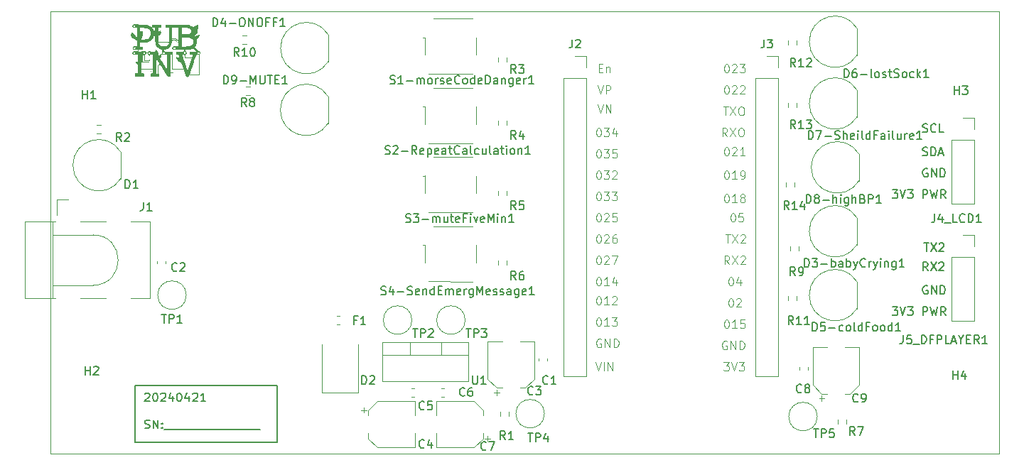
<source format=gbr>
%TF.GenerationSoftware,KiCad,Pcbnew,7.0.5*%
%TF.CreationDate,2024-07-10T14:16:31-04:00*%
%TF.ProjectId,homeWork2,686f6d65-576f-4726-9b32-2e6b69636164,V2*%
%TF.SameCoordinates,Original*%
%TF.FileFunction,Legend,Top*%
%TF.FilePolarity,Positive*%
%FSLAX46Y46*%
G04 Gerber Fmt 4.6, Leading zero omitted, Abs format (unit mm)*
G04 Created by KiCad (PCBNEW 7.0.5) date 2024-07-10 14:16:31*
%MOMM*%
%LPD*%
G01*
G04 APERTURE LIST*
%ADD10C,0.150000*%
%ADD11C,0.200000*%
%ADD12C,0.100000*%
%ADD13C,0.120000*%
%TA.AperFunction,Profile*%
%ADD14C,0.100000*%
%TD*%
G04 APERTURE END LIST*
D10*
X150355541Y-85229819D02*
X150974588Y-85229819D01*
X150974588Y-85229819D02*
X150641255Y-85610771D01*
X150641255Y-85610771D02*
X150784112Y-85610771D01*
X150784112Y-85610771D02*
X150879350Y-85658390D01*
X150879350Y-85658390D02*
X150926969Y-85706009D01*
X150926969Y-85706009D02*
X150974588Y-85801247D01*
X150974588Y-85801247D02*
X150974588Y-86039342D01*
X150974588Y-86039342D02*
X150926969Y-86134580D01*
X150926969Y-86134580D02*
X150879350Y-86182200D01*
X150879350Y-86182200D02*
X150784112Y-86229819D01*
X150784112Y-86229819D02*
X150498398Y-86229819D01*
X150498398Y-86229819D02*
X150403160Y-86182200D01*
X150403160Y-86182200D02*
X150355541Y-86134580D01*
X151260303Y-85229819D02*
X151593636Y-86229819D01*
X151593636Y-86229819D02*
X151926969Y-85229819D01*
X152165065Y-85229819D02*
X152784112Y-85229819D01*
X152784112Y-85229819D02*
X152450779Y-85610771D01*
X152450779Y-85610771D02*
X152593636Y-85610771D01*
X152593636Y-85610771D02*
X152688874Y-85658390D01*
X152688874Y-85658390D02*
X152736493Y-85706009D01*
X152736493Y-85706009D02*
X152784112Y-85801247D01*
X152784112Y-85801247D02*
X152784112Y-86039342D01*
X152784112Y-86039342D02*
X152736493Y-86134580D01*
X152736493Y-86134580D02*
X152688874Y-86182200D01*
X152688874Y-86182200D02*
X152593636Y-86229819D01*
X152593636Y-86229819D02*
X152307922Y-86229819D01*
X152307922Y-86229819D02*
X152212684Y-86182200D01*
X152212684Y-86182200D02*
X152165065Y-86134580D01*
X153974589Y-86229819D02*
X153974589Y-85229819D01*
X153974589Y-85229819D02*
X154355541Y-85229819D01*
X154355541Y-85229819D02*
X154450779Y-85277438D01*
X154450779Y-85277438D02*
X154498398Y-85325057D01*
X154498398Y-85325057D02*
X154546017Y-85420295D01*
X154546017Y-85420295D02*
X154546017Y-85563152D01*
X154546017Y-85563152D02*
X154498398Y-85658390D01*
X154498398Y-85658390D02*
X154450779Y-85706009D01*
X154450779Y-85706009D02*
X154355541Y-85753628D01*
X154355541Y-85753628D02*
X153974589Y-85753628D01*
X154879351Y-85229819D02*
X155117446Y-86229819D01*
X155117446Y-86229819D02*
X155307922Y-85515533D01*
X155307922Y-85515533D02*
X155498398Y-86229819D01*
X155498398Y-86229819D02*
X155736494Y-85229819D01*
X156688874Y-86229819D02*
X156355541Y-85753628D01*
X156117446Y-86229819D02*
X156117446Y-85229819D01*
X156117446Y-85229819D02*
X156498398Y-85229819D01*
X156498398Y-85229819D02*
X156593636Y-85277438D01*
X156593636Y-85277438D02*
X156641255Y-85325057D01*
X156641255Y-85325057D02*
X156688874Y-85420295D01*
X156688874Y-85420295D02*
X156688874Y-85563152D01*
X156688874Y-85563152D02*
X156641255Y-85658390D01*
X156641255Y-85658390D02*
X156593636Y-85706009D01*
X156593636Y-85706009D02*
X156498398Y-85753628D01*
X156498398Y-85753628D02*
X156117446Y-85753628D01*
X154578207Y-80895819D02*
X154244874Y-80419628D01*
X154006779Y-80895819D02*
X154006779Y-79895819D01*
X154006779Y-79895819D02*
X154387731Y-79895819D01*
X154387731Y-79895819D02*
X154482969Y-79943438D01*
X154482969Y-79943438D02*
X154530588Y-79991057D01*
X154530588Y-79991057D02*
X154578207Y-80086295D01*
X154578207Y-80086295D02*
X154578207Y-80229152D01*
X154578207Y-80229152D02*
X154530588Y-80324390D01*
X154530588Y-80324390D02*
X154482969Y-80372009D01*
X154482969Y-80372009D02*
X154387731Y-80419628D01*
X154387731Y-80419628D02*
X154006779Y-80419628D01*
X154911541Y-79895819D02*
X155578207Y-80895819D01*
X155578207Y-79895819D02*
X154911541Y-80895819D01*
X155911541Y-79991057D02*
X155959160Y-79943438D01*
X155959160Y-79943438D02*
X156054398Y-79895819D01*
X156054398Y-79895819D02*
X156292493Y-79895819D01*
X156292493Y-79895819D02*
X156387731Y-79943438D01*
X156387731Y-79943438D02*
X156435350Y-79991057D01*
X156435350Y-79991057D02*
X156482969Y-80086295D01*
X156482969Y-80086295D02*
X156482969Y-80181533D01*
X156482969Y-80181533D02*
X156435350Y-80324390D01*
X156435350Y-80324390D02*
X155863922Y-80895819D01*
X155863922Y-80895819D02*
X156482969Y-80895819D01*
X153959160Y-64338200D02*
X154102017Y-64385819D01*
X154102017Y-64385819D02*
X154340112Y-64385819D01*
X154340112Y-64385819D02*
X154435350Y-64338200D01*
X154435350Y-64338200D02*
X154482969Y-64290580D01*
X154482969Y-64290580D02*
X154530588Y-64195342D01*
X154530588Y-64195342D02*
X154530588Y-64100104D01*
X154530588Y-64100104D02*
X154482969Y-64004866D01*
X154482969Y-64004866D02*
X154435350Y-63957247D01*
X154435350Y-63957247D02*
X154340112Y-63909628D01*
X154340112Y-63909628D02*
X154149636Y-63862009D01*
X154149636Y-63862009D02*
X154054398Y-63814390D01*
X154054398Y-63814390D02*
X154006779Y-63766771D01*
X154006779Y-63766771D02*
X153959160Y-63671533D01*
X153959160Y-63671533D02*
X153959160Y-63576295D01*
X153959160Y-63576295D02*
X154006779Y-63481057D01*
X154006779Y-63481057D02*
X154054398Y-63433438D01*
X154054398Y-63433438D02*
X154149636Y-63385819D01*
X154149636Y-63385819D02*
X154387731Y-63385819D01*
X154387731Y-63385819D02*
X154530588Y-63433438D01*
X155530588Y-64290580D02*
X155482969Y-64338200D01*
X155482969Y-64338200D02*
X155340112Y-64385819D01*
X155340112Y-64385819D02*
X155244874Y-64385819D01*
X155244874Y-64385819D02*
X155102017Y-64338200D01*
X155102017Y-64338200D02*
X155006779Y-64242961D01*
X155006779Y-64242961D02*
X154959160Y-64147723D01*
X154959160Y-64147723D02*
X154911541Y-63957247D01*
X154911541Y-63957247D02*
X154911541Y-63814390D01*
X154911541Y-63814390D02*
X154959160Y-63623914D01*
X154959160Y-63623914D02*
X155006779Y-63528676D01*
X155006779Y-63528676D02*
X155102017Y-63433438D01*
X155102017Y-63433438D02*
X155244874Y-63385819D01*
X155244874Y-63385819D02*
X155340112Y-63385819D01*
X155340112Y-63385819D02*
X155482969Y-63433438D01*
X155482969Y-63433438D02*
X155530588Y-63481057D01*
X156435350Y-64385819D02*
X155959160Y-64385819D01*
X155959160Y-64385819D02*
X155959160Y-63385819D01*
X150355541Y-71259819D02*
X150974588Y-71259819D01*
X150974588Y-71259819D02*
X150641255Y-71640771D01*
X150641255Y-71640771D02*
X150784112Y-71640771D01*
X150784112Y-71640771D02*
X150879350Y-71688390D01*
X150879350Y-71688390D02*
X150926969Y-71736009D01*
X150926969Y-71736009D02*
X150974588Y-71831247D01*
X150974588Y-71831247D02*
X150974588Y-72069342D01*
X150974588Y-72069342D02*
X150926969Y-72164580D01*
X150926969Y-72164580D02*
X150879350Y-72212200D01*
X150879350Y-72212200D02*
X150784112Y-72259819D01*
X150784112Y-72259819D02*
X150498398Y-72259819D01*
X150498398Y-72259819D02*
X150403160Y-72212200D01*
X150403160Y-72212200D02*
X150355541Y-72164580D01*
X151260303Y-71259819D02*
X151593636Y-72259819D01*
X151593636Y-72259819D02*
X151926969Y-71259819D01*
X152165065Y-71259819D02*
X152784112Y-71259819D01*
X152784112Y-71259819D02*
X152450779Y-71640771D01*
X152450779Y-71640771D02*
X152593636Y-71640771D01*
X152593636Y-71640771D02*
X152688874Y-71688390D01*
X152688874Y-71688390D02*
X152736493Y-71736009D01*
X152736493Y-71736009D02*
X152784112Y-71831247D01*
X152784112Y-71831247D02*
X152784112Y-72069342D01*
X152784112Y-72069342D02*
X152736493Y-72164580D01*
X152736493Y-72164580D02*
X152688874Y-72212200D01*
X152688874Y-72212200D02*
X152593636Y-72259819D01*
X152593636Y-72259819D02*
X152307922Y-72259819D01*
X152307922Y-72259819D02*
X152212684Y-72212200D01*
X152212684Y-72212200D02*
X152165065Y-72164580D01*
X153974589Y-72259819D02*
X153974589Y-71259819D01*
X153974589Y-71259819D02*
X154355541Y-71259819D01*
X154355541Y-71259819D02*
X154450779Y-71307438D01*
X154450779Y-71307438D02*
X154498398Y-71355057D01*
X154498398Y-71355057D02*
X154546017Y-71450295D01*
X154546017Y-71450295D02*
X154546017Y-71593152D01*
X154546017Y-71593152D02*
X154498398Y-71688390D01*
X154498398Y-71688390D02*
X154450779Y-71736009D01*
X154450779Y-71736009D02*
X154355541Y-71783628D01*
X154355541Y-71783628D02*
X153974589Y-71783628D01*
X154879351Y-71259819D02*
X155117446Y-72259819D01*
X155117446Y-72259819D02*
X155307922Y-71545533D01*
X155307922Y-71545533D02*
X155498398Y-72259819D01*
X155498398Y-72259819D02*
X155736494Y-71259819D01*
X156688874Y-72259819D02*
X156355541Y-71783628D01*
X156117446Y-72259819D02*
X156117446Y-71259819D01*
X156117446Y-71259819D02*
X156498398Y-71259819D01*
X156498398Y-71259819D02*
X156593636Y-71307438D01*
X156593636Y-71307438D02*
X156641255Y-71355057D01*
X156641255Y-71355057D02*
X156688874Y-71450295D01*
X156688874Y-71450295D02*
X156688874Y-71593152D01*
X156688874Y-71593152D02*
X156641255Y-71688390D01*
X156641255Y-71688390D02*
X156593636Y-71736009D01*
X156593636Y-71736009D02*
X156498398Y-71783628D01*
X156498398Y-71783628D02*
X156117446Y-71783628D01*
X154530588Y-68767438D02*
X154435350Y-68719819D01*
X154435350Y-68719819D02*
X154292493Y-68719819D01*
X154292493Y-68719819D02*
X154149636Y-68767438D01*
X154149636Y-68767438D02*
X154054398Y-68862676D01*
X154054398Y-68862676D02*
X154006779Y-68957914D01*
X154006779Y-68957914D02*
X153959160Y-69148390D01*
X153959160Y-69148390D02*
X153959160Y-69291247D01*
X153959160Y-69291247D02*
X154006779Y-69481723D01*
X154006779Y-69481723D02*
X154054398Y-69576961D01*
X154054398Y-69576961D02*
X154149636Y-69672200D01*
X154149636Y-69672200D02*
X154292493Y-69719819D01*
X154292493Y-69719819D02*
X154387731Y-69719819D01*
X154387731Y-69719819D02*
X154530588Y-69672200D01*
X154530588Y-69672200D02*
X154578207Y-69624580D01*
X154578207Y-69624580D02*
X154578207Y-69291247D01*
X154578207Y-69291247D02*
X154387731Y-69291247D01*
X155006779Y-69719819D02*
X155006779Y-68719819D01*
X155006779Y-68719819D02*
X155578207Y-69719819D01*
X155578207Y-69719819D02*
X155578207Y-68719819D01*
X156054398Y-69719819D02*
X156054398Y-68719819D01*
X156054398Y-68719819D02*
X156292493Y-68719819D01*
X156292493Y-68719819D02*
X156435350Y-68767438D01*
X156435350Y-68767438D02*
X156530588Y-68862676D01*
X156530588Y-68862676D02*
X156578207Y-68957914D01*
X156578207Y-68957914D02*
X156625826Y-69148390D01*
X156625826Y-69148390D02*
X156625826Y-69291247D01*
X156625826Y-69291247D02*
X156578207Y-69481723D01*
X156578207Y-69481723D02*
X156530588Y-69576961D01*
X156530588Y-69576961D02*
X156435350Y-69672200D01*
X156435350Y-69672200D02*
X156292493Y-69719819D01*
X156292493Y-69719819D02*
X156054398Y-69719819D01*
X154530588Y-82737438D02*
X154435350Y-82689819D01*
X154435350Y-82689819D02*
X154292493Y-82689819D01*
X154292493Y-82689819D02*
X154149636Y-82737438D01*
X154149636Y-82737438D02*
X154054398Y-82832676D01*
X154054398Y-82832676D02*
X154006779Y-82927914D01*
X154006779Y-82927914D02*
X153959160Y-83118390D01*
X153959160Y-83118390D02*
X153959160Y-83261247D01*
X153959160Y-83261247D02*
X154006779Y-83451723D01*
X154006779Y-83451723D02*
X154054398Y-83546961D01*
X154054398Y-83546961D02*
X154149636Y-83642200D01*
X154149636Y-83642200D02*
X154292493Y-83689819D01*
X154292493Y-83689819D02*
X154387731Y-83689819D01*
X154387731Y-83689819D02*
X154530588Y-83642200D01*
X154530588Y-83642200D02*
X154578207Y-83594580D01*
X154578207Y-83594580D02*
X154578207Y-83261247D01*
X154578207Y-83261247D02*
X154387731Y-83261247D01*
X155006779Y-83689819D02*
X155006779Y-82689819D01*
X155006779Y-82689819D02*
X155578207Y-83689819D01*
X155578207Y-83689819D02*
X155578207Y-82689819D01*
X156054398Y-83689819D02*
X156054398Y-82689819D01*
X156054398Y-82689819D02*
X156292493Y-82689819D01*
X156292493Y-82689819D02*
X156435350Y-82737438D01*
X156435350Y-82737438D02*
X156530588Y-82832676D01*
X156530588Y-82832676D02*
X156578207Y-82927914D01*
X156578207Y-82927914D02*
X156625826Y-83118390D01*
X156625826Y-83118390D02*
X156625826Y-83261247D01*
X156625826Y-83261247D02*
X156578207Y-83451723D01*
X156578207Y-83451723D02*
X156530588Y-83546961D01*
X156530588Y-83546961D02*
X156435350Y-83642200D01*
X156435350Y-83642200D02*
X156292493Y-83689819D01*
X156292493Y-83689819D02*
X156054398Y-83689819D01*
X153959160Y-67132200D02*
X154102017Y-67179819D01*
X154102017Y-67179819D02*
X154340112Y-67179819D01*
X154340112Y-67179819D02*
X154435350Y-67132200D01*
X154435350Y-67132200D02*
X154482969Y-67084580D01*
X154482969Y-67084580D02*
X154530588Y-66989342D01*
X154530588Y-66989342D02*
X154530588Y-66894104D01*
X154530588Y-66894104D02*
X154482969Y-66798866D01*
X154482969Y-66798866D02*
X154435350Y-66751247D01*
X154435350Y-66751247D02*
X154340112Y-66703628D01*
X154340112Y-66703628D02*
X154149636Y-66656009D01*
X154149636Y-66656009D02*
X154054398Y-66608390D01*
X154054398Y-66608390D02*
X154006779Y-66560771D01*
X154006779Y-66560771D02*
X153959160Y-66465533D01*
X153959160Y-66465533D02*
X153959160Y-66370295D01*
X153959160Y-66370295D02*
X154006779Y-66275057D01*
X154006779Y-66275057D02*
X154054398Y-66227438D01*
X154054398Y-66227438D02*
X154149636Y-66179819D01*
X154149636Y-66179819D02*
X154387731Y-66179819D01*
X154387731Y-66179819D02*
X154530588Y-66227438D01*
X154959160Y-67179819D02*
X154959160Y-66179819D01*
X154959160Y-66179819D02*
X155197255Y-66179819D01*
X155197255Y-66179819D02*
X155340112Y-66227438D01*
X155340112Y-66227438D02*
X155435350Y-66322676D01*
X155435350Y-66322676D02*
X155482969Y-66417914D01*
X155482969Y-66417914D02*
X155530588Y-66608390D01*
X155530588Y-66608390D02*
X155530588Y-66751247D01*
X155530588Y-66751247D02*
X155482969Y-66941723D01*
X155482969Y-66941723D02*
X155435350Y-67036961D01*
X155435350Y-67036961D02*
X155340112Y-67132200D01*
X155340112Y-67132200D02*
X155197255Y-67179819D01*
X155197255Y-67179819D02*
X154959160Y-67179819D01*
X155911541Y-66894104D02*
X156387731Y-66894104D01*
X155816303Y-67179819D02*
X156149636Y-66179819D01*
X156149636Y-66179819D02*
X156482969Y-67179819D01*
X154117922Y-77609819D02*
X154689350Y-77609819D01*
X154403636Y-78609819D02*
X154403636Y-77609819D01*
X154927446Y-77609819D02*
X155594112Y-78609819D01*
X155594112Y-77609819D02*
X154927446Y-78609819D01*
X155927446Y-77705057D02*
X155975065Y-77657438D01*
X155975065Y-77657438D02*
X156070303Y-77609819D01*
X156070303Y-77609819D02*
X156308398Y-77609819D01*
X156308398Y-77609819D02*
X156403636Y-77657438D01*
X156403636Y-77657438D02*
X156451255Y-77705057D01*
X156451255Y-77705057D02*
X156498874Y-77800295D01*
X156498874Y-77800295D02*
X156498874Y-77895533D01*
X156498874Y-77895533D02*
X156451255Y-78038390D01*
X156451255Y-78038390D02*
X155879827Y-78609819D01*
X155879827Y-78609819D02*
X156498874Y-78609819D01*
X61282160Y-95585057D02*
X61329779Y-95537438D01*
X61329779Y-95537438D02*
X61425017Y-95489819D01*
X61425017Y-95489819D02*
X61663112Y-95489819D01*
X61663112Y-95489819D02*
X61758350Y-95537438D01*
X61758350Y-95537438D02*
X61805969Y-95585057D01*
X61805969Y-95585057D02*
X61853588Y-95680295D01*
X61853588Y-95680295D02*
X61853588Y-95775533D01*
X61853588Y-95775533D02*
X61805969Y-95918390D01*
X61805969Y-95918390D02*
X61234541Y-96489819D01*
X61234541Y-96489819D02*
X61853588Y-96489819D01*
X62472636Y-95489819D02*
X62567874Y-95489819D01*
X62567874Y-95489819D02*
X62663112Y-95537438D01*
X62663112Y-95537438D02*
X62710731Y-95585057D01*
X62710731Y-95585057D02*
X62758350Y-95680295D01*
X62758350Y-95680295D02*
X62805969Y-95870771D01*
X62805969Y-95870771D02*
X62805969Y-96108866D01*
X62805969Y-96108866D02*
X62758350Y-96299342D01*
X62758350Y-96299342D02*
X62710731Y-96394580D01*
X62710731Y-96394580D02*
X62663112Y-96442200D01*
X62663112Y-96442200D02*
X62567874Y-96489819D01*
X62567874Y-96489819D02*
X62472636Y-96489819D01*
X62472636Y-96489819D02*
X62377398Y-96442200D01*
X62377398Y-96442200D02*
X62329779Y-96394580D01*
X62329779Y-96394580D02*
X62282160Y-96299342D01*
X62282160Y-96299342D02*
X62234541Y-96108866D01*
X62234541Y-96108866D02*
X62234541Y-95870771D01*
X62234541Y-95870771D02*
X62282160Y-95680295D01*
X62282160Y-95680295D02*
X62329779Y-95585057D01*
X62329779Y-95585057D02*
X62377398Y-95537438D01*
X62377398Y-95537438D02*
X62472636Y-95489819D01*
X63186922Y-95585057D02*
X63234541Y-95537438D01*
X63234541Y-95537438D02*
X63329779Y-95489819D01*
X63329779Y-95489819D02*
X63567874Y-95489819D01*
X63567874Y-95489819D02*
X63663112Y-95537438D01*
X63663112Y-95537438D02*
X63710731Y-95585057D01*
X63710731Y-95585057D02*
X63758350Y-95680295D01*
X63758350Y-95680295D02*
X63758350Y-95775533D01*
X63758350Y-95775533D02*
X63710731Y-95918390D01*
X63710731Y-95918390D02*
X63139303Y-96489819D01*
X63139303Y-96489819D02*
X63758350Y-96489819D01*
X64615493Y-95823152D02*
X64615493Y-96489819D01*
X64377398Y-95442200D02*
X64139303Y-96156485D01*
X64139303Y-96156485D02*
X64758350Y-96156485D01*
X65329779Y-95489819D02*
X65425017Y-95489819D01*
X65425017Y-95489819D02*
X65520255Y-95537438D01*
X65520255Y-95537438D02*
X65567874Y-95585057D01*
X65567874Y-95585057D02*
X65615493Y-95680295D01*
X65615493Y-95680295D02*
X65663112Y-95870771D01*
X65663112Y-95870771D02*
X65663112Y-96108866D01*
X65663112Y-96108866D02*
X65615493Y-96299342D01*
X65615493Y-96299342D02*
X65567874Y-96394580D01*
X65567874Y-96394580D02*
X65520255Y-96442200D01*
X65520255Y-96442200D02*
X65425017Y-96489819D01*
X65425017Y-96489819D02*
X65329779Y-96489819D01*
X65329779Y-96489819D02*
X65234541Y-96442200D01*
X65234541Y-96442200D02*
X65186922Y-96394580D01*
X65186922Y-96394580D02*
X65139303Y-96299342D01*
X65139303Y-96299342D02*
X65091684Y-96108866D01*
X65091684Y-96108866D02*
X65091684Y-95870771D01*
X65091684Y-95870771D02*
X65139303Y-95680295D01*
X65139303Y-95680295D02*
X65186922Y-95585057D01*
X65186922Y-95585057D02*
X65234541Y-95537438D01*
X65234541Y-95537438D02*
X65329779Y-95489819D01*
X66520255Y-95823152D02*
X66520255Y-96489819D01*
X66282160Y-95442200D02*
X66044065Y-96156485D01*
X66044065Y-96156485D02*
X66663112Y-96156485D01*
X66996446Y-95585057D02*
X67044065Y-95537438D01*
X67044065Y-95537438D02*
X67139303Y-95489819D01*
X67139303Y-95489819D02*
X67377398Y-95489819D01*
X67377398Y-95489819D02*
X67472636Y-95537438D01*
X67472636Y-95537438D02*
X67520255Y-95585057D01*
X67520255Y-95585057D02*
X67567874Y-95680295D01*
X67567874Y-95680295D02*
X67567874Y-95775533D01*
X67567874Y-95775533D02*
X67520255Y-95918390D01*
X67520255Y-95918390D02*
X66948827Y-96489819D01*
X66948827Y-96489819D02*
X67567874Y-96489819D01*
X68520255Y-96489819D02*
X67948827Y-96489819D01*
X68234541Y-96489819D02*
X68234541Y-95489819D01*
X68234541Y-95489819D02*
X68139303Y-95632676D01*
X68139303Y-95632676D02*
X68044065Y-95727914D01*
X68044065Y-95727914D02*
X67948827Y-95775533D01*
X61282160Y-99662200D02*
X61425017Y-99709819D01*
X61425017Y-99709819D02*
X61663112Y-99709819D01*
X61663112Y-99709819D02*
X61758350Y-99662200D01*
X61758350Y-99662200D02*
X61805969Y-99614580D01*
X61805969Y-99614580D02*
X61853588Y-99519342D01*
X61853588Y-99519342D02*
X61853588Y-99424104D01*
X61853588Y-99424104D02*
X61805969Y-99328866D01*
X61805969Y-99328866D02*
X61758350Y-99281247D01*
X61758350Y-99281247D02*
X61663112Y-99233628D01*
X61663112Y-99233628D02*
X61472636Y-99186009D01*
X61472636Y-99186009D02*
X61377398Y-99138390D01*
X61377398Y-99138390D02*
X61329779Y-99090771D01*
X61329779Y-99090771D02*
X61282160Y-98995533D01*
X61282160Y-98995533D02*
X61282160Y-98900295D01*
X61282160Y-98900295D02*
X61329779Y-98805057D01*
X61329779Y-98805057D02*
X61377398Y-98757438D01*
X61377398Y-98757438D02*
X61472636Y-98709819D01*
X61472636Y-98709819D02*
X61710731Y-98709819D01*
X61710731Y-98709819D02*
X61853588Y-98757438D01*
X62282160Y-99709819D02*
X62282160Y-98709819D01*
X62282160Y-98709819D02*
X62853588Y-99709819D01*
X62853588Y-99709819D02*
X62853588Y-98709819D01*
X63329779Y-99614580D02*
X63377398Y-99662200D01*
X63377398Y-99662200D02*
X63329779Y-99709819D01*
X63329779Y-99709819D02*
X63282160Y-99662200D01*
X63282160Y-99662200D02*
X63329779Y-99614580D01*
X63329779Y-99614580D02*
X63329779Y-99709819D01*
X63329779Y-99090771D02*
X63377398Y-99138390D01*
X63377398Y-99138390D02*
X63329779Y-99186009D01*
X63329779Y-99186009D02*
X63282160Y-99138390D01*
X63282160Y-99138390D02*
X63329779Y-99090771D01*
X63329779Y-99090771D02*
X63329779Y-99186009D01*
X63567874Y-99805057D02*
X64329778Y-99805057D01*
X64329779Y-99805057D02*
X65091683Y-99805057D01*
X65091684Y-99805057D02*
X65853588Y-99805057D01*
X65853589Y-99805057D02*
X66615493Y-99805057D01*
X66615494Y-99805057D02*
X67377398Y-99805057D01*
X67377399Y-99805057D02*
X68139303Y-99805057D01*
X68139304Y-99805057D02*
X68901208Y-99805057D01*
X68901209Y-99805057D02*
X69663113Y-99805057D01*
X69663114Y-99805057D02*
X70425018Y-99805057D01*
X70425019Y-99805057D02*
X71186923Y-99805057D01*
X71186924Y-99805057D02*
X71948828Y-99805057D01*
X71948829Y-99805057D02*
X72710733Y-99805057D01*
X72710734Y-99805057D02*
X73472638Y-99805057D01*
X73472639Y-99805057D02*
X74234543Y-99805057D01*
X74234544Y-99805057D02*
X74996448Y-99805057D01*
D11*
X60143000Y-94600000D02*
X77017000Y-94600000D01*
X77017000Y-101346000D01*
X60143000Y-101346000D01*
X60143000Y-94600000D01*
D10*
%TO.C,R14*%
X138041142Y-73606819D02*
X137707809Y-73130628D01*
X137469714Y-73606819D02*
X137469714Y-72606819D01*
X137469714Y-72606819D02*
X137850666Y-72606819D01*
X137850666Y-72606819D02*
X137945904Y-72654438D01*
X137945904Y-72654438D02*
X137993523Y-72702057D01*
X137993523Y-72702057D02*
X138041142Y-72797295D01*
X138041142Y-72797295D02*
X138041142Y-72940152D01*
X138041142Y-72940152D02*
X137993523Y-73035390D01*
X137993523Y-73035390D02*
X137945904Y-73083009D01*
X137945904Y-73083009D02*
X137850666Y-73130628D01*
X137850666Y-73130628D02*
X137469714Y-73130628D01*
X138993523Y-73606819D02*
X138422095Y-73606819D01*
X138707809Y-73606819D02*
X138707809Y-72606819D01*
X138707809Y-72606819D02*
X138612571Y-72749676D01*
X138612571Y-72749676D02*
X138517333Y-72844914D01*
X138517333Y-72844914D02*
X138422095Y-72892533D01*
X139850666Y-72940152D02*
X139850666Y-73606819D01*
X139612571Y-72559200D02*
X139374476Y-73273485D01*
X139374476Y-73273485D02*
X139993523Y-73273485D01*
%TO.C,D6-lostSock1*%
X144605999Y-57858819D02*
X144605999Y-56858819D01*
X144605999Y-56858819D02*
X144844094Y-56858819D01*
X144844094Y-56858819D02*
X144986951Y-56906438D01*
X144986951Y-56906438D02*
X145082189Y-57001676D01*
X145082189Y-57001676D02*
X145129808Y-57096914D01*
X145129808Y-57096914D02*
X145177427Y-57287390D01*
X145177427Y-57287390D02*
X145177427Y-57430247D01*
X145177427Y-57430247D02*
X145129808Y-57620723D01*
X145129808Y-57620723D02*
X145082189Y-57715961D01*
X145082189Y-57715961D02*
X144986951Y-57811200D01*
X144986951Y-57811200D02*
X144844094Y-57858819D01*
X144844094Y-57858819D02*
X144605999Y-57858819D01*
X146034570Y-56858819D02*
X145844094Y-56858819D01*
X145844094Y-56858819D02*
X145748856Y-56906438D01*
X145748856Y-56906438D02*
X145701237Y-56954057D01*
X145701237Y-56954057D02*
X145605999Y-57096914D01*
X145605999Y-57096914D02*
X145558380Y-57287390D01*
X145558380Y-57287390D02*
X145558380Y-57668342D01*
X145558380Y-57668342D02*
X145605999Y-57763580D01*
X145605999Y-57763580D02*
X145653618Y-57811200D01*
X145653618Y-57811200D02*
X145748856Y-57858819D01*
X145748856Y-57858819D02*
X145939332Y-57858819D01*
X145939332Y-57858819D02*
X146034570Y-57811200D01*
X146034570Y-57811200D02*
X146082189Y-57763580D01*
X146082189Y-57763580D02*
X146129808Y-57668342D01*
X146129808Y-57668342D02*
X146129808Y-57430247D01*
X146129808Y-57430247D02*
X146082189Y-57335009D01*
X146082189Y-57335009D02*
X146034570Y-57287390D01*
X146034570Y-57287390D02*
X145939332Y-57239771D01*
X145939332Y-57239771D02*
X145748856Y-57239771D01*
X145748856Y-57239771D02*
X145653618Y-57287390D01*
X145653618Y-57287390D02*
X145605999Y-57335009D01*
X145605999Y-57335009D02*
X145558380Y-57430247D01*
X146558380Y-57477866D02*
X147320285Y-57477866D01*
X147939332Y-57858819D02*
X147844094Y-57811200D01*
X147844094Y-57811200D02*
X147796475Y-57715961D01*
X147796475Y-57715961D02*
X147796475Y-56858819D01*
X148463142Y-57858819D02*
X148367904Y-57811200D01*
X148367904Y-57811200D02*
X148320285Y-57763580D01*
X148320285Y-57763580D02*
X148272666Y-57668342D01*
X148272666Y-57668342D02*
X148272666Y-57382628D01*
X148272666Y-57382628D02*
X148320285Y-57287390D01*
X148320285Y-57287390D02*
X148367904Y-57239771D01*
X148367904Y-57239771D02*
X148463142Y-57192152D01*
X148463142Y-57192152D02*
X148605999Y-57192152D01*
X148605999Y-57192152D02*
X148701237Y-57239771D01*
X148701237Y-57239771D02*
X148748856Y-57287390D01*
X148748856Y-57287390D02*
X148796475Y-57382628D01*
X148796475Y-57382628D02*
X148796475Y-57668342D01*
X148796475Y-57668342D02*
X148748856Y-57763580D01*
X148748856Y-57763580D02*
X148701237Y-57811200D01*
X148701237Y-57811200D02*
X148605999Y-57858819D01*
X148605999Y-57858819D02*
X148463142Y-57858819D01*
X149177428Y-57811200D02*
X149272666Y-57858819D01*
X149272666Y-57858819D02*
X149463142Y-57858819D01*
X149463142Y-57858819D02*
X149558380Y-57811200D01*
X149558380Y-57811200D02*
X149605999Y-57715961D01*
X149605999Y-57715961D02*
X149605999Y-57668342D01*
X149605999Y-57668342D02*
X149558380Y-57573104D01*
X149558380Y-57573104D02*
X149463142Y-57525485D01*
X149463142Y-57525485D02*
X149320285Y-57525485D01*
X149320285Y-57525485D02*
X149225047Y-57477866D01*
X149225047Y-57477866D02*
X149177428Y-57382628D01*
X149177428Y-57382628D02*
X149177428Y-57335009D01*
X149177428Y-57335009D02*
X149225047Y-57239771D01*
X149225047Y-57239771D02*
X149320285Y-57192152D01*
X149320285Y-57192152D02*
X149463142Y-57192152D01*
X149463142Y-57192152D02*
X149558380Y-57239771D01*
X149891714Y-57192152D02*
X150272666Y-57192152D01*
X150034571Y-56858819D02*
X150034571Y-57715961D01*
X150034571Y-57715961D02*
X150082190Y-57811200D01*
X150082190Y-57811200D02*
X150177428Y-57858819D01*
X150177428Y-57858819D02*
X150272666Y-57858819D01*
X150558381Y-57811200D02*
X150701238Y-57858819D01*
X150701238Y-57858819D02*
X150939333Y-57858819D01*
X150939333Y-57858819D02*
X151034571Y-57811200D01*
X151034571Y-57811200D02*
X151082190Y-57763580D01*
X151082190Y-57763580D02*
X151129809Y-57668342D01*
X151129809Y-57668342D02*
X151129809Y-57573104D01*
X151129809Y-57573104D02*
X151082190Y-57477866D01*
X151082190Y-57477866D02*
X151034571Y-57430247D01*
X151034571Y-57430247D02*
X150939333Y-57382628D01*
X150939333Y-57382628D02*
X150748857Y-57335009D01*
X150748857Y-57335009D02*
X150653619Y-57287390D01*
X150653619Y-57287390D02*
X150606000Y-57239771D01*
X150606000Y-57239771D02*
X150558381Y-57144533D01*
X150558381Y-57144533D02*
X150558381Y-57049295D01*
X150558381Y-57049295D02*
X150606000Y-56954057D01*
X150606000Y-56954057D02*
X150653619Y-56906438D01*
X150653619Y-56906438D02*
X150748857Y-56858819D01*
X150748857Y-56858819D02*
X150986952Y-56858819D01*
X150986952Y-56858819D02*
X151129809Y-56906438D01*
X151701238Y-57858819D02*
X151606000Y-57811200D01*
X151606000Y-57811200D02*
X151558381Y-57763580D01*
X151558381Y-57763580D02*
X151510762Y-57668342D01*
X151510762Y-57668342D02*
X151510762Y-57382628D01*
X151510762Y-57382628D02*
X151558381Y-57287390D01*
X151558381Y-57287390D02*
X151606000Y-57239771D01*
X151606000Y-57239771D02*
X151701238Y-57192152D01*
X151701238Y-57192152D02*
X151844095Y-57192152D01*
X151844095Y-57192152D02*
X151939333Y-57239771D01*
X151939333Y-57239771D02*
X151986952Y-57287390D01*
X151986952Y-57287390D02*
X152034571Y-57382628D01*
X152034571Y-57382628D02*
X152034571Y-57668342D01*
X152034571Y-57668342D02*
X151986952Y-57763580D01*
X151986952Y-57763580D02*
X151939333Y-57811200D01*
X151939333Y-57811200D02*
X151844095Y-57858819D01*
X151844095Y-57858819D02*
X151701238Y-57858819D01*
X152891714Y-57811200D02*
X152796476Y-57858819D01*
X152796476Y-57858819D02*
X152606000Y-57858819D01*
X152606000Y-57858819D02*
X152510762Y-57811200D01*
X152510762Y-57811200D02*
X152463143Y-57763580D01*
X152463143Y-57763580D02*
X152415524Y-57668342D01*
X152415524Y-57668342D02*
X152415524Y-57382628D01*
X152415524Y-57382628D02*
X152463143Y-57287390D01*
X152463143Y-57287390D02*
X152510762Y-57239771D01*
X152510762Y-57239771D02*
X152606000Y-57192152D01*
X152606000Y-57192152D02*
X152796476Y-57192152D01*
X152796476Y-57192152D02*
X152891714Y-57239771D01*
X153320286Y-57858819D02*
X153320286Y-56858819D01*
X153415524Y-57477866D02*
X153701238Y-57858819D01*
X153701238Y-57192152D02*
X153320286Y-57573104D01*
X154653619Y-57858819D02*
X154082191Y-57858819D01*
X154367905Y-57858819D02*
X154367905Y-56858819D01*
X154367905Y-56858819D02*
X154272667Y-57001676D01*
X154272667Y-57001676D02*
X154177429Y-57096914D01*
X154177429Y-57096914D02*
X154082191Y-57144533D01*
%TO.C,S2-RepeatCalculation1*%
X89909142Y-66955200D02*
X90051999Y-67002819D01*
X90051999Y-67002819D02*
X90290094Y-67002819D01*
X90290094Y-67002819D02*
X90385332Y-66955200D01*
X90385332Y-66955200D02*
X90432951Y-66907580D01*
X90432951Y-66907580D02*
X90480570Y-66812342D01*
X90480570Y-66812342D02*
X90480570Y-66717104D01*
X90480570Y-66717104D02*
X90432951Y-66621866D01*
X90432951Y-66621866D02*
X90385332Y-66574247D01*
X90385332Y-66574247D02*
X90290094Y-66526628D01*
X90290094Y-66526628D02*
X90099618Y-66479009D01*
X90099618Y-66479009D02*
X90004380Y-66431390D01*
X90004380Y-66431390D02*
X89956761Y-66383771D01*
X89956761Y-66383771D02*
X89909142Y-66288533D01*
X89909142Y-66288533D02*
X89909142Y-66193295D01*
X89909142Y-66193295D02*
X89956761Y-66098057D01*
X89956761Y-66098057D02*
X90004380Y-66050438D01*
X90004380Y-66050438D02*
X90099618Y-66002819D01*
X90099618Y-66002819D02*
X90337713Y-66002819D01*
X90337713Y-66002819D02*
X90480570Y-66050438D01*
X90861523Y-66098057D02*
X90909142Y-66050438D01*
X90909142Y-66050438D02*
X91004380Y-66002819D01*
X91004380Y-66002819D02*
X91242475Y-66002819D01*
X91242475Y-66002819D02*
X91337713Y-66050438D01*
X91337713Y-66050438D02*
X91385332Y-66098057D01*
X91385332Y-66098057D02*
X91432951Y-66193295D01*
X91432951Y-66193295D02*
X91432951Y-66288533D01*
X91432951Y-66288533D02*
X91385332Y-66431390D01*
X91385332Y-66431390D02*
X90813904Y-67002819D01*
X90813904Y-67002819D02*
X91432951Y-67002819D01*
X91861523Y-66621866D02*
X92623428Y-66621866D01*
X93671046Y-67002819D02*
X93337713Y-66526628D01*
X93099618Y-67002819D02*
X93099618Y-66002819D01*
X93099618Y-66002819D02*
X93480570Y-66002819D01*
X93480570Y-66002819D02*
X93575808Y-66050438D01*
X93575808Y-66050438D02*
X93623427Y-66098057D01*
X93623427Y-66098057D02*
X93671046Y-66193295D01*
X93671046Y-66193295D02*
X93671046Y-66336152D01*
X93671046Y-66336152D02*
X93623427Y-66431390D01*
X93623427Y-66431390D02*
X93575808Y-66479009D01*
X93575808Y-66479009D02*
X93480570Y-66526628D01*
X93480570Y-66526628D02*
X93099618Y-66526628D01*
X94480570Y-66955200D02*
X94385332Y-67002819D01*
X94385332Y-67002819D02*
X94194856Y-67002819D01*
X94194856Y-67002819D02*
X94099618Y-66955200D01*
X94099618Y-66955200D02*
X94051999Y-66859961D01*
X94051999Y-66859961D02*
X94051999Y-66479009D01*
X94051999Y-66479009D02*
X94099618Y-66383771D01*
X94099618Y-66383771D02*
X94194856Y-66336152D01*
X94194856Y-66336152D02*
X94385332Y-66336152D01*
X94385332Y-66336152D02*
X94480570Y-66383771D01*
X94480570Y-66383771D02*
X94528189Y-66479009D01*
X94528189Y-66479009D02*
X94528189Y-66574247D01*
X94528189Y-66574247D02*
X94051999Y-66669485D01*
X94956761Y-66336152D02*
X94956761Y-67336152D01*
X94956761Y-66383771D02*
X95051999Y-66336152D01*
X95051999Y-66336152D02*
X95242475Y-66336152D01*
X95242475Y-66336152D02*
X95337713Y-66383771D01*
X95337713Y-66383771D02*
X95385332Y-66431390D01*
X95385332Y-66431390D02*
X95432951Y-66526628D01*
X95432951Y-66526628D02*
X95432951Y-66812342D01*
X95432951Y-66812342D02*
X95385332Y-66907580D01*
X95385332Y-66907580D02*
X95337713Y-66955200D01*
X95337713Y-66955200D02*
X95242475Y-67002819D01*
X95242475Y-67002819D02*
X95051999Y-67002819D01*
X95051999Y-67002819D02*
X94956761Y-66955200D01*
X96242475Y-66955200D02*
X96147237Y-67002819D01*
X96147237Y-67002819D02*
X95956761Y-67002819D01*
X95956761Y-67002819D02*
X95861523Y-66955200D01*
X95861523Y-66955200D02*
X95813904Y-66859961D01*
X95813904Y-66859961D02*
X95813904Y-66479009D01*
X95813904Y-66479009D02*
X95861523Y-66383771D01*
X95861523Y-66383771D02*
X95956761Y-66336152D01*
X95956761Y-66336152D02*
X96147237Y-66336152D01*
X96147237Y-66336152D02*
X96242475Y-66383771D01*
X96242475Y-66383771D02*
X96290094Y-66479009D01*
X96290094Y-66479009D02*
X96290094Y-66574247D01*
X96290094Y-66574247D02*
X95813904Y-66669485D01*
X97147237Y-67002819D02*
X97147237Y-66479009D01*
X97147237Y-66479009D02*
X97099618Y-66383771D01*
X97099618Y-66383771D02*
X97004380Y-66336152D01*
X97004380Y-66336152D02*
X96813904Y-66336152D01*
X96813904Y-66336152D02*
X96718666Y-66383771D01*
X97147237Y-66955200D02*
X97051999Y-67002819D01*
X97051999Y-67002819D02*
X96813904Y-67002819D01*
X96813904Y-67002819D02*
X96718666Y-66955200D01*
X96718666Y-66955200D02*
X96671047Y-66859961D01*
X96671047Y-66859961D02*
X96671047Y-66764723D01*
X96671047Y-66764723D02*
X96718666Y-66669485D01*
X96718666Y-66669485D02*
X96813904Y-66621866D01*
X96813904Y-66621866D02*
X97051999Y-66621866D01*
X97051999Y-66621866D02*
X97147237Y-66574247D01*
X97480571Y-66336152D02*
X97861523Y-66336152D01*
X97623428Y-66002819D02*
X97623428Y-66859961D01*
X97623428Y-66859961D02*
X97671047Y-66955200D01*
X97671047Y-66955200D02*
X97766285Y-67002819D01*
X97766285Y-67002819D02*
X97861523Y-67002819D01*
X98766285Y-66907580D02*
X98718666Y-66955200D01*
X98718666Y-66955200D02*
X98575809Y-67002819D01*
X98575809Y-67002819D02*
X98480571Y-67002819D01*
X98480571Y-67002819D02*
X98337714Y-66955200D01*
X98337714Y-66955200D02*
X98242476Y-66859961D01*
X98242476Y-66859961D02*
X98194857Y-66764723D01*
X98194857Y-66764723D02*
X98147238Y-66574247D01*
X98147238Y-66574247D02*
X98147238Y-66431390D01*
X98147238Y-66431390D02*
X98194857Y-66240914D01*
X98194857Y-66240914D02*
X98242476Y-66145676D01*
X98242476Y-66145676D02*
X98337714Y-66050438D01*
X98337714Y-66050438D02*
X98480571Y-66002819D01*
X98480571Y-66002819D02*
X98575809Y-66002819D01*
X98575809Y-66002819D02*
X98718666Y-66050438D01*
X98718666Y-66050438D02*
X98766285Y-66098057D01*
X99623428Y-67002819D02*
X99623428Y-66479009D01*
X99623428Y-66479009D02*
X99575809Y-66383771D01*
X99575809Y-66383771D02*
X99480571Y-66336152D01*
X99480571Y-66336152D02*
X99290095Y-66336152D01*
X99290095Y-66336152D02*
X99194857Y-66383771D01*
X99623428Y-66955200D02*
X99528190Y-67002819D01*
X99528190Y-67002819D02*
X99290095Y-67002819D01*
X99290095Y-67002819D02*
X99194857Y-66955200D01*
X99194857Y-66955200D02*
X99147238Y-66859961D01*
X99147238Y-66859961D02*
X99147238Y-66764723D01*
X99147238Y-66764723D02*
X99194857Y-66669485D01*
X99194857Y-66669485D02*
X99290095Y-66621866D01*
X99290095Y-66621866D02*
X99528190Y-66621866D01*
X99528190Y-66621866D02*
X99623428Y-66574247D01*
X100242476Y-67002819D02*
X100147238Y-66955200D01*
X100147238Y-66955200D02*
X100099619Y-66859961D01*
X100099619Y-66859961D02*
X100099619Y-66002819D01*
X101052000Y-66955200D02*
X100956762Y-67002819D01*
X100956762Y-67002819D02*
X100766286Y-67002819D01*
X100766286Y-67002819D02*
X100671048Y-66955200D01*
X100671048Y-66955200D02*
X100623429Y-66907580D01*
X100623429Y-66907580D02*
X100575810Y-66812342D01*
X100575810Y-66812342D02*
X100575810Y-66526628D01*
X100575810Y-66526628D02*
X100623429Y-66431390D01*
X100623429Y-66431390D02*
X100671048Y-66383771D01*
X100671048Y-66383771D02*
X100766286Y-66336152D01*
X100766286Y-66336152D02*
X100956762Y-66336152D01*
X100956762Y-66336152D02*
X101052000Y-66383771D01*
X101909143Y-66336152D02*
X101909143Y-67002819D01*
X101480572Y-66336152D02*
X101480572Y-66859961D01*
X101480572Y-66859961D02*
X101528191Y-66955200D01*
X101528191Y-66955200D02*
X101623429Y-67002819D01*
X101623429Y-67002819D02*
X101766286Y-67002819D01*
X101766286Y-67002819D02*
X101861524Y-66955200D01*
X101861524Y-66955200D02*
X101909143Y-66907580D01*
X102528191Y-67002819D02*
X102432953Y-66955200D01*
X102432953Y-66955200D02*
X102385334Y-66859961D01*
X102385334Y-66859961D02*
X102385334Y-66002819D01*
X103337715Y-67002819D02*
X103337715Y-66479009D01*
X103337715Y-66479009D02*
X103290096Y-66383771D01*
X103290096Y-66383771D02*
X103194858Y-66336152D01*
X103194858Y-66336152D02*
X103004382Y-66336152D01*
X103004382Y-66336152D02*
X102909144Y-66383771D01*
X103337715Y-66955200D02*
X103242477Y-67002819D01*
X103242477Y-67002819D02*
X103004382Y-67002819D01*
X103004382Y-67002819D02*
X102909144Y-66955200D01*
X102909144Y-66955200D02*
X102861525Y-66859961D01*
X102861525Y-66859961D02*
X102861525Y-66764723D01*
X102861525Y-66764723D02*
X102909144Y-66669485D01*
X102909144Y-66669485D02*
X103004382Y-66621866D01*
X103004382Y-66621866D02*
X103242477Y-66621866D01*
X103242477Y-66621866D02*
X103337715Y-66574247D01*
X103671049Y-66336152D02*
X104052001Y-66336152D01*
X103813906Y-66002819D02*
X103813906Y-66859961D01*
X103813906Y-66859961D02*
X103861525Y-66955200D01*
X103861525Y-66955200D02*
X103956763Y-67002819D01*
X103956763Y-67002819D02*
X104052001Y-67002819D01*
X104385335Y-67002819D02*
X104385335Y-66336152D01*
X104385335Y-66002819D02*
X104337716Y-66050438D01*
X104337716Y-66050438D02*
X104385335Y-66098057D01*
X104385335Y-66098057D02*
X104432954Y-66050438D01*
X104432954Y-66050438D02*
X104385335Y-66002819D01*
X104385335Y-66002819D02*
X104385335Y-66098057D01*
X105004382Y-67002819D02*
X104909144Y-66955200D01*
X104909144Y-66955200D02*
X104861525Y-66907580D01*
X104861525Y-66907580D02*
X104813906Y-66812342D01*
X104813906Y-66812342D02*
X104813906Y-66526628D01*
X104813906Y-66526628D02*
X104861525Y-66431390D01*
X104861525Y-66431390D02*
X104909144Y-66383771D01*
X104909144Y-66383771D02*
X105004382Y-66336152D01*
X105004382Y-66336152D02*
X105147239Y-66336152D01*
X105147239Y-66336152D02*
X105242477Y-66383771D01*
X105242477Y-66383771D02*
X105290096Y-66431390D01*
X105290096Y-66431390D02*
X105337715Y-66526628D01*
X105337715Y-66526628D02*
X105337715Y-66812342D01*
X105337715Y-66812342D02*
X105290096Y-66907580D01*
X105290096Y-66907580D02*
X105242477Y-66955200D01*
X105242477Y-66955200D02*
X105147239Y-67002819D01*
X105147239Y-67002819D02*
X105004382Y-67002819D01*
X105766287Y-66336152D02*
X105766287Y-67002819D01*
X105766287Y-66431390D02*
X105813906Y-66383771D01*
X105813906Y-66383771D02*
X105909144Y-66336152D01*
X105909144Y-66336152D02*
X106052001Y-66336152D01*
X106052001Y-66336152D02*
X106147239Y-66383771D01*
X106147239Y-66383771D02*
X106194858Y-66479009D01*
X106194858Y-66479009D02*
X106194858Y-67002819D01*
X107194858Y-67002819D02*
X106623430Y-67002819D01*
X106909144Y-67002819D02*
X106909144Y-66002819D01*
X106909144Y-66002819D02*
X106813906Y-66145676D01*
X106813906Y-66145676D02*
X106718668Y-66240914D01*
X106718668Y-66240914D02*
X106623430Y-66288533D01*
%TO.C,H1*%
X53848095Y-60398819D02*
X53848095Y-59398819D01*
X53848095Y-59875009D02*
X54419523Y-59875009D01*
X54419523Y-60398819D02*
X54419523Y-59398819D01*
X55419523Y-60398819D02*
X54848095Y-60398819D01*
X55133809Y-60398819D02*
X55133809Y-59398819D01*
X55133809Y-59398819D02*
X55038571Y-59541676D01*
X55038571Y-59541676D02*
X54943333Y-59636914D01*
X54943333Y-59636914D02*
X54848095Y-59684533D01*
%TO.C,J2*%
X112188666Y-53326819D02*
X112188666Y-54041104D01*
X112188666Y-54041104D02*
X112141047Y-54183961D01*
X112141047Y-54183961D02*
X112045809Y-54279200D01*
X112045809Y-54279200D02*
X111902952Y-54326819D01*
X111902952Y-54326819D02*
X111807714Y-54326819D01*
X112617238Y-53422057D02*
X112664857Y-53374438D01*
X112664857Y-53374438D02*
X112760095Y-53326819D01*
X112760095Y-53326819D02*
X112998190Y-53326819D01*
X112998190Y-53326819D02*
X113093428Y-53374438D01*
X113093428Y-53374438D02*
X113141047Y-53422057D01*
X113141047Y-53422057D02*
X113188666Y-53517295D01*
X113188666Y-53517295D02*
X113188666Y-53612533D01*
X113188666Y-53612533D02*
X113141047Y-53755390D01*
X113141047Y-53755390D02*
X112569619Y-54326819D01*
X112569619Y-54326819D02*
X113188666Y-54326819D01*
%TO.C,J5_DFPLAYER1*%
X151630666Y-88608819D02*
X151630666Y-89323104D01*
X151630666Y-89323104D02*
X151583047Y-89465961D01*
X151583047Y-89465961D02*
X151487809Y-89561200D01*
X151487809Y-89561200D02*
X151344952Y-89608819D01*
X151344952Y-89608819D02*
X151249714Y-89608819D01*
X152583047Y-88608819D02*
X152106857Y-88608819D01*
X152106857Y-88608819D02*
X152059238Y-89085009D01*
X152059238Y-89085009D02*
X152106857Y-89037390D01*
X152106857Y-89037390D02*
X152202095Y-88989771D01*
X152202095Y-88989771D02*
X152440190Y-88989771D01*
X152440190Y-88989771D02*
X152535428Y-89037390D01*
X152535428Y-89037390D02*
X152583047Y-89085009D01*
X152583047Y-89085009D02*
X152630666Y-89180247D01*
X152630666Y-89180247D02*
X152630666Y-89418342D01*
X152630666Y-89418342D02*
X152583047Y-89513580D01*
X152583047Y-89513580D02*
X152535428Y-89561200D01*
X152535428Y-89561200D02*
X152440190Y-89608819D01*
X152440190Y-89608819D02*
X152202095Y-89608819D01*
X152202095Y-89608819D02*
X152106857Y-89561200D01*
X152106857Y-89561200D02*
X152059238Y-89513580D01*
X152821143Y-89704057D02*
X153583047Y-89704057D01*
X153821143Y-89608819D02*
X153821143Y-88608819D01*
X153821143Y-88608819D02*
X154059238Y-88608819D01*
X154059238Y-88608819D02*
X154202095Y-88656438D01*
X154202095Y-88656438D02*
X154297333Y-88751676D01*
X154297333Y-88751676D02*
X154344952Y-88846914D01*
X154344952Y-88846914D02*
X154392571Y-89037390D01*
X154392571Y-89037390D02*
X154392571Y-89180247D01*
X154392571Y-89180247D02*
X154344952Y-89370723D01*
X154344952Y-89370723D02*
X154297333Y-89465961D01*
X154297333Y-89465961D02*
X154202095Y-89561200D01*
X154202095Y-89561200D02*
X154059238Y-89608819D01*
X154059238Y-89608819D02*
X153821143Y-89608819D01*
X155154476Y-89085009D02*
X154821143Y-89085009D01*
X154821143Y-89608819D02*
X154821143Y-88608819D01*
X154821143Y-88608819D02*
X155297333Y-88608819D01*
X155678286Y-89608819D02*
X155678286Y-88608819D01*
X155678286Y-88608819D02*
X156059238Y-88608819D01*
X156059238Y-88608819D02*
X156154476Y-88656438D01*
X156154476Y-88656438D02*
X156202095Y-88704057D01*
X156202095Y-88704057D02*
X156249714Y-88799295D01*
X156249714Y-88799295D02*
X156249714Y-88942152D01*
X156249714Y-88942152D02*
X156202095Y-89037390D01*
X156202095Y-89037390D02*
X156154476Y-89085009D01*
X156154476Y-89085009D02*
X156059238Y-89132628D01*
X156059238Y-89132628D02*
X155678286Y-89132628D01*
X157154476Y-89608819D02*
X156678286Y-89608819D01*
X156678286Y-89608819D02*
X156678286Y-88608819D01*
X157440191Y-89323104D02*
X157916381Y-89323104D01*
X157344953Y-89608819D02*
X157678286Y-88608819D01*
X157678286Y-88608819D02*
X158011619Y-89608819D01*
X158535429Y-89132628D02*
X158535429Y-89608819D01*
X158202096Y-88608819D02*
X158535429Y-89132628D01*
X158535429Y-89132628D02*
X158868762Y-88608819D01*
X159202096Y-89085009D02*
X159535429Y-89085009D01*
X159678286Y-89608819D02*
X159202096Y-89608819D01*
X159202096Y-89608819D02*
X159202096Y-88608819D01*
X159202096Y-88608819D02*
X159678286Y-88608819D01*
X160678286Y-89608819D02*
X160344953Y-89132628D01*
X160106858Y-89608819D02*
X160106858Y-88608819D01*
X160106858Y-88608819D02*
X160487810Y-88608819D01*
X160487810Y-88608819D02*
X160583048Y-88656438D01*
X160583048Y-88656438D02*
X160630667Y-88704057D01*
X160630667Y-88704057D02*
X160678286Y-88799295D01*
X160678286Y-88799295D02*
X160678286Y-88942152D01*
X160678286Y-88942152D02*
X160630667Y-89037390D01*
X160630667Y-89037390D02*
X160583048Y-89085009D01*
X160583048Y-89085009D02*
X160487810Y-89132628D01*
X160487810Y-89132628D02*
X160106858Y-89132628D01*
X161630667Y-89608819D02*
X161059239Y-89608819D01*
X161344953Y-89608819D02*
X161344953Y-88608819D01*
X161344953Y-88608819D02*
X161249715Y-88751676D01*
X161249715Y-88751676D02*
X161154477Y-88846914D01*
X161154477Y-88846914D02*
X161059239Y-88894533D01*
%TO.C,D2*%
X87145905Y-94434819D02*
X87145905Y-93434819D01*
X87145905Y-93434819D02*
X87384000Y-93434819D01*
X87384000Y-93434819D02*
X87526857Y-93482438D01*
X87526857Y-93482438D02*
X87622095Y-93577676D01*
X87622095Y-93577676D02*
X87669714Y-93672914D01*
X87669714Y-93672914D02*
X87717333Y-93863390D01*
X87717333Y-93863390D02*
X87717333Y-94006247D01*
X87717333Y-94006247D02*
X87669714Y-94196723D01*
X87669714Y-94196723D02*
X87622095Y-94291961D01*
X87622095Y-94291961D02*
X87526857Y-94387200D01*
X87526857Y-94387200D02*
X87384000Y-94434819D01*
X87384000Y-94434819D02*
X87145905Y-94434819D01*
X88098286Y-93530057D02*
X88145905Y-93482438D01*
X88145905Y-93482438D02*
X88241143Y-93434819D01*
X88241143Y-93434819D02*
X88479238Y-93434819D01*
X88479238Y-93434819D02*
X88574476Y-93482438D01*
X88574476Y-93482438D02*
X88622095Y-93530057D01*
X88622095Y-93530057D02*
X88669714Y-93625295D01*
X88669714Y-93625295D02*
X88669714Y-93720533D01*
X88669714Y-93720533D02*
X88622095Y-93863390D01*
X88622095Y-93863390D02*
X88050667Y-94434819D01*
X88050667Y-94434819D02*
X88669714Y-94434819D01*
%TO.C,TP5*%
X140978095Y-99784819D02*
X141549523Y-99784819D01*
X141263809Y-100784819D02*
X141263809Y-99784819D01*
X141882857Y-100784819D02*
X141882857Y-99784819D01*
X141882857Y-99784819D02*
X142263809Y-99784819D01*
X142263809Y-99784819D02*
X142359047Y-99832438D01*
X142359047Y-99832438D02*
X142406666Y-99880057D01*
X142406666Y-99880057D02*
X142454285Y-99975295D01*
X142454285Y-99975295D02*
X142454285Y-100118152D01*
X142454285Y-100118152D02*
X142406666Y-100213390D01*
X142406666Y-100213390D02*
X142359047Y-100261009D01*
X142359047Y-100261009D02*
X142263809Y-100308628D01*
X142263809Y-100308628D02*
X141882857Y-100308628D01*
X143359047Y-99784819D02*
X142882857Y-99784819D01*
X142882857Y-99784819D02*
X142835238Y-100261009D01*
X142835238Y-100261009D02*
X142882857Y-100213390D01*
X142882857Y-100213390D02*
X142978095Y-100165771D01*
X142978095Y-100165771D02*
X143216190Y-100165771D01*
X143216190Y-100165771D02*
X143311428Y-100213390D01*
X143311428Y-100213390D02*
X143359047Y-100261009D01*
X143359047Y-100261009D02*
X143406666Y-100356247D01*
X143406666Y-100356247D02*
X143406666Y-100594342D01*
X143406666Y-100594342D02*
X143359047Y-100689580D01*
X143359047Y-100689580D02*
X143311428Y-100737200D01*
X143311428Y-100737200D02*
X143216190Y-100784819D01*
X143216190Y-100784819D02*
X142978095Y-100784819D01*
X142978095Y-100784819D02*
X142882857Y-100737200D01*
X142882857Y-100737200D02*
X142835238Y-100689580D01*
%TO.C,R12*%
X138803142Y-56588819D02*
X138469809Y-56112628D01*
X138231714Y-56588819D02*
X138231714Y-55588819D01*
X138231714Y-55588819D02*
X138612666Y-55588819D01*
X138612666Y-55588819D02*
X138707904Y-55636438D01*
X138707904Y-55636438D02*
X138755523Y-55684057D01*
X138755523Y-55684057D02*
X138803142Y-55779295D01*
X138803142Y-55779295D02*
X138803142Y-55922152D01*
X138803142Y-55922152D02*
X138755523Y-56017390D01*
X138755523Y-56017390D02*
X138707904Y-56065009D01*
X138707904Y-56065009D02*
X138612666Y-56112628D01*
X138612666Y-56112628D02*
X138231714Y-56112628D01*
X139755523Y-56588819D02*
X139184095Y-56588819D01*
X139469809Y-56588819D02*
X139469809Y-55588819D01*
X139469809Y-55588819D02*
X139374571Y-55731676D01*
X139374571Y-55731676D02*
X139279333Y-55826914D01*
X139279333Y-55826914D02*
X139184095Y-55874533D01*
X140136476Y-55684057D02*
X140184095Y-55636438D01*
X140184095Y-55636438D02*
X140279333Y-55588819D01*
X140279333Y-55588819D02*
X140517428Y-55588819D01*
X140517428Y-55588819D02*
X140612666Y-55636438D01*
X140612666Y-55636438D02*
X140660285Y-55684057D01*
X140660285Y-55684057D02*
X140707904Y-55779295D01*
X140707904Y-55779295D02*
X140707904Y-55874533D01*
X140707904Y-55874533D02*
X140660285Y-56017390D01*
X140660285Y-56017390D02*
X140088857Y-56588819D01*
X140088857Y-56588819D02*
X140707904Y-56588819D01*
%TO.C,TP2*%
X93226095Y-87846819D02*
X93797523Y-87846819D01*
X93511809Y-88846819D02*
X93511809Y-87846819D01*
X94130857Y-88846819D02*
X94130857Y-87846819D01*
X94130857Y-87846819D02*
X94511809Y-87846819D01*
X94511809Y-87846819D02*
X94607047Y-87894438D01*
X94607047Y-87894438D02*
X94654666Y-87942057D01*
X94654666Y-87942057D02*
X94702285Y-88037295D01*
X94702285Y-88037295D02*
X94702285Y-88180152D01*
X94702285Y-88180152D02*
X94654666Y-88275390D01*
X94654666Y-88275390D02*
X94607047Y-88323009D01*
X94607047Y-88323009D02*
X94511809Y-88370628D01*
X94511809Y-88370628D02*
X94130857Y-88370628D01*
X95083238Y-87942057D02*
X95130857Y-87894438D01*
X95130857Y-87894438D02*
X95226095Y-87846819D01*
X95226095Y-87846819D02*
X95464190Y-87846819D01*
X95464190Y-87846819D02*
X95559428Y-87894438D01*
X95559428Y-87894438D02*
X95607047Y-87942057D01*
X95607047Y-87942057D02*
X95654666Y-88037295D01*
X95654666Y-88037295D02*
X95654666Y-88132533D01*
X95654666Y-88132533D02*
X95607047Y-88275390D01*
X95607047Y-88275390D02*
X95035619Y-88846819D01*
X95035619Y-88846819D02*
X95654666Y-88846819D01*
%TO.C,R2*%
X58507333Y-65478819D02*
X58174000Y-65002628D01*
X57935905Y-65478819D02*
X57935905Y-64478819D01*
X57935905Y-64478819D02*
X58316857Y-64478819D01*
X58316857Y-64478819D02*
X58412095Y-64526438D01*
X58412095Y-64526438D02*
X58459714Y-64574057D01*
X58459714Y-64574057D02*
X58507333Y-64669295D01*
X58507333Y-64669295D02*
X58507333Y-64812152D01*
X58507333Y-64812152D02*
X58459714Y-64907390D01*
X58459714Y-64907390D02*
X58412095Y-64955009D01*
X58412095Y-64955009D02*
X58316857Y-65002628D01*
X58316857Y-65002628D02*
X57935905Y-65002628D01*
X58888286Y-64574057D02*
X58935905Y-64526438D01*
X58935905Y-64526438D02*
X59031143Y-64478819D01*
X59031143Y-64478819D02*
X59269238Y-64478819D01*
X59269238Y-64478819D02*
X59364476Y-64526438D01*
X59364476Y-64526438D02*
X59412095Y-64574057D01*
X59412095Y-64574057D02*
X59459714Y-64669295D01*
X59459714Y-64669295D02*
X59459714Y-64764533D01*
X59459714Y-64764533D02*
X59412095Y-64907390D01*
X59412095Y-64907390D02*
X58840667Y-65478819D01*
X58840667Y-65478819D02*
X59459714Y-65478819D01*
%TO.C,H2*%
X54180250Y-93314974D02*
X54180250Y-92314974D01*
X54180250Y-92791164D02*
X54751678Y-92791164D01*
X54751678Y-93314974D02*
X54751678Y-92314974D01*
X55180250Y-92410212D02*
X55227869Y-92362593D01*
X55227869Y-92362593D02*
X55323107Y-92314974D01*
X55323107Y-92314974D02*
X55561202Y-92314974D01*
X55561202Y-92314974D02*
X55656440Y-92362593D01*
X55656440Y-92362593D02*
X55704059Y-92410212D01*
X55704059Y-92410212D02*
X55751678Y-92505450D01*
X55751678Y-92505450D02*
X55751678Y-92600688D01*
X55751678Y-92600688D02*
X55704059Y-92743545D01*
X55704059Y-92743545D02*
X55132631Y-93314974D01*
X55132631Y-93314974D02*
X55751678Y-93314974D01*
%TO.C,C2*%
X65111333Y-80877580D02*
X65063714Y-80925200D01*
X65063714Y-80925200D02*
X64920857Y-80972819D01*
X64920857Y-80972819D02*
X64825619Y-80972819D01*
X64825619Y-80972819D02*
X64682762Y-80925200D01*
X64682762Y-80925200D02*
X64587524Y-80829961D01*
X64587524Y-80829961D02*
X64539905Y-80734723D01*
X64539905Y-80734723D02*
X64492286Y-80544247D01*
X64492286Y-80544247D02*
X64492286Y-80401390D01*
X64492286Y-80401390D02*
X64539905Y-80210914D01*
X64539905Y-80210914D02*
X64587524Y-80115676D01*
X64587524Y-80115676D02*
X64682762Y-80020438D01*
X64682762Y-80020438D02*
X64825619Y-79972819D01*
X64825619Y-79972819D02*
X64920857Y-79972819D01*
X64920857Y-79972819D02*
X65063714Y-80020438D01*
X65063714Y-80020438D02*
X65111333Y-80068057D01*
X65492286Y-80068057D02*
X65539905Y-80020438D01*
X65539905Y-80020438D02*
X65635143Y-79972819D01*
X65635143Y-79972819D02*
X65873238Y-79972819D01*
X65873238Y-79972819D02*
X65968476Y-80020438D01*
X65968476Y-80020438D02*
X66016095Y-80068057D01*
X66016095Y-80068057D02*
X66063714Y-80163295D01*
X66063714Y-80163295D02*
X66063714Y-80258533D01*
X66063714Y-80258533D02*
X66016095Y-80401390D01*
X66016095Y-80401390D02*
X65444667Y-80972819D01*
X65444667Y-80972819D02*
X66063714Y-80972819D01*
%TO.C,C4*%
X94575333Y-101959580D02*
X94527714Y-102007200D01*
X94527714Y-102007200D02*
X94384857Y-102054819D01*
X94384857Y-102054819D02*
X94289619Y-102054819D01*
X94289619Y-102054819D02*
X94146762Y-102007200D01*
X94146762Y-102007200D02*
X94051524Y-101911961D01*
X94051524Y-101911961D02*
X94003905Y-101816723D01*
X94003905Y-101816723D02*
X93956286Y-101626247D01*
X93956286Y-101626247D02*
X93956286Y-101483390D01*
X93956286Y-101483390D02*
X94003905Y-101292914D01*
X94003905Y-101292914D02*
X94051524Y-101197676D01*
X94051524Y-101197676D02*
X94146762Y-101102438D01*
X94146762Y-101102438D02*
X94289619Y-101054819D01*
X94289619Y-101054819D02*
X94384857Y-101054819D01*
X94384857Y-101054819D02*
X94527714Y-101102438D01*
X94527714Y-101102438D02*
X94575333Y-101150057D01*
X95432476Y-101388152D02*
X95432476Y-102054819D01*
X95194381Y-101007200D02*
X94956286Y-101721485D01*
X94956286Y-101721485D02*
X95575333Y-101721485D01*
%TO.C,*%
D12*
X115635693Y-89090038D02*
X115540455Y-89042419D01*
X115540455Y-89042419D02*
X115397598Y-89042419D01*
X115397598Y-89042419D02*
X115254741Y-89090038D01*
X115254741Y-89090038D02*
X115159503Y-89185276D01*
X115159503Y-89185276D02*
X115111884Y-89280514D01*
X115111884Y-89280514D02*
X115064265Y-89470990D01*
X115064265Y-89470990D02*
X115064265Y-89613847D01*
X115064265Y-89613847D02*
X115111884Y-89804323D01*
X115111884Y-89804323D02*
X115159503Y-89899561D01*
X115159503Y-89899561D02*
X115254741Y-89994800D01*
X115254741Y-89994800D02*
X115397598Y-90042419D01*
X115397598Y-90042419D02*
X115492836Y-90042419D01*
X115492836Y-90042419D02*
X115635693Y-89994800D01*
X115635693Y-89994800D02*
X115683312Y-89947180D01*
X115683312Y-89947180D02*
X115683312Y-89613847D01*
X115683312Y-89613847D02*
X115492836Y-89613847D01*
X116111884Y-90042419D02*
X116111884Y-89042419D01*
X116111884Y-89042419D02*
X116683312Y-90042419D01*
X116683312Y-90042419D02*
X116683312Y-89042419D01*
X117159503Y-90042419D02*
X117159503Y-89042419D01*
X117159503Y-89042419D02*
X117397598Y-89042419D01*
X117397598Y-89042419D02*
X117540455Y-89090038D01*
X117540455Y-89090038D02*
X117635693Y-89185276D01*
X117635693Y-89185276D02*
X117683312Y-89280514D01*
X117683312Y-89280514D02*
X117730931Y-89470990D01*
X117730931Y-89470990D02*
X117730931Y-89613847D01*
X117730931Y-89613847D02*
X117683312Y-89804323D01*
X117683312Y-89804323D02*
X117635693Y-89899561D01*
X117635693Y-89899561D02*
X117540455Y-89994800D01*
X117540455Y-89994800D02*
X117397598Y-90042419D01*
X117397598Y-90042419D02*
X117159503Y-90042419D01*
X115302360Y-76596419D02*
X115397598Y-76596419D01*
X115397598Y-76596419D02*
X115492836Y-76644038D01*
X115492836Y-76644038D02*
X115540455Y-76691657D01*
X115540455Y-76691657D02*
X115588074Y-76786895D01*
X115588074Y-76786895D02*
X115635693Y-76977371D01*
X115635693Y-76977371D02*
X115635693Y-77215466D01*
X115635693Y-77215466D02*
X115588074Y-77405942D01*
X115588074Y-77405942D02*
X115540455Y-77501180D01*
X115540455Y-77501180D02*
X115492836Y-77548800D01*
X115492836Y-77548800D02*
X115397598Y-77596419D01*
X115397598Y-77596419D02*
X115302360Y-77596419D01*
X115302360Y-77596419D02*
X115207122Y-77548800D01*
X115207122Y-77548800D02*
X115159503Y-77501180D01*
X115159503Y-77501180D02*
X115111884Y-77405942D01*
X115111884Y-77405942D02*
X115064265Y-77215466D01*
X115064265Y-77215466D02*
X115064265Y-76977371D01*
X115064265Y-76977371D02*
X115111884Y-76786895D01*
X115111884Y-76786895D02*
X115159503Y-76691657D01*
X115159503Y-76691657D02*
X115207122Y-76644038D01*
X115207122Y-76644038D02*
X115302360Y-76596419D01*
X116016646Y-76691657D02*
X116064265Y-76644038D01*
X116064265Y-76644038D02*
X116159503Y-76596419D01*
X116159503Y-76596419D02*
X116397598Y-76596419D01*
X116397598Y-76596419D02*
X116492836Y-76644038D01*
X116492836Y-76644038D02*
X116540455Y-76691657D01*
X116540455Y-76691657D02*
X116588074Y-76786895D01*
X116588074Y-76786895D02*
X116588074Y-76882133D01*
X116588074Y-76882133D02*
X116540455Y-77024990D01*
X116540455Y-77024990D02*
X115969027Y-77596419D01*
X115969027Y-77596419D02*
X116588074Y-77596419D01*
X117445217Y-76596419D02*
X117254741Y-76596419D01*
X117254741Y-76596419D02*
X117159503Y-76644038D01*
X117159503Y-76644038D02*
X117111884Y-76691657D01*
X117111884Y-76691657D02*
X117016646Y-76834514D01*
X117016646Y-76834514D02*
X116969027Y-77024990D01*
X116969027Y-77024990D02*
X116969027Y-77405942D01*
X116969027Y-77405942D02*
X117016646Y-77501180D01*
X117016646Y-77501180D02*
X117064265Y-77548800D01*
X117064265Y-77548800D02*
X117159503Y-77596419D01*
X117159503Y-77596419D02*
X117349979Y-77596419D01*
X117349979Y-77596419D02*
X117445217Y-77548800D01*
X117445217Y-77548800D02*
X117492836Y-77501180D01*
X117492836Y-77501180D02*
X117540455Y-77405942D01*
X117540455Y-77405942D02*
X117540455Y-77167847D01*
X117540455Y-77167847D02*
X117492836Y-77072609D01*
X117492836Y-77072609D02*
X117445217Y-77024990D01*
X117445217Y-77024990D02*
X117349979Y-76977371D01*
X117349979Y-76977371D02*
X117159503Y-76977371D01*
X117159503Y-76977371D02*
X117064265Y-77024990D01*
X117064265Y-77024990D02*
X117016646Y-77072609D01*
X117016646Y-77072609D02*
X116969027Y-77167847D01*
X115302360Y-74056419D02*
X115397598Y-74056419D01*
X115397598Y-74056419D02*
X115492836Y-74104038D01*
X115492836Y-74104038D02*
X115540455Y-74151657D01*
X115540455Y-74151657D02*
X115588074Y-74246895D01*
X115588074Y-74246895D02*
X115635693Y-74437371D01*
X115635693Y-74437371D02*
X115635693Y-74675466D01*
X115635693Y-74675466D02*
X115588074Y-74865942D01*
X115588074Y-74865942D02*
X115540455Y-74961180D01*
X115540455Y-74961180D02*
X115492836Y-75008800D01*
X115492836Y-75008800D02*
X115397598Y-75056419D01*
X115397598Y-75056419D02*
X115302360Y-75056419D01*
X115302360Y-75056419D02*
X115207122Y-75008800D01*
X115207122Y-75008800D02*
X115159503Y-74961180D01*
X115159503Y-74961180D02*
X115111884Y-74865942D01*
X115111884Y-74865942D02*
X115064265Y-74675466D01*
X115064265Y-74675466D02*
X115064265Y-74437371D01*
X115064265Y-74437371D02*
X115111884Y-74246895D01*
X115111884Y-74246895D02*
X115159503Y-74151657D01*
X115159503Y-74151657D02*
X115207122Y-74104038D01*
X115207122Y-74104038D02*
X115302360Y-74056419D01*
X116016646Y-74151657D02*
X116064265Y-74104038D01*
X116064265Y-74104038D02*
X116159503Y-74056419D01*
X116159503Y-74056419D02*
X116397598Y-74056419D01*
X116397598Y-74056419D02*
X116492836Y-74104038D01*
X116492836Y-74104038D02*
X116540455Y-74151657D01*
X116540455Y-74151657D02*
X116588074Y-74246895D01*
X116588074Y-74246895D02*
X116588074Y-74342133D01*
X116588074Y-74342133D02*
X116540455Y-74484990D01*
X116540455Y-74484990D02*
X115969027Y-75056419D01*
X115969027Y-75056419D02*
X116588074Y-75056419D01*
X117492836Y-74056419D02*
X117016646Y-74056419D01*
X117016646Y-74056419D02*
X116969027Y-74532609D01*
X116969027Y-74532609D02*
X117016646Y-74484990D01*
X117016646Y-74484990D02*
X117111884Y-74437371D01*
X117111884Y-74437371D02*
X117349979Y-74437371D01*
X117349979Y-74437371D02*
X117445217Y-74484990D01*
X117445217Y-74484990D02*
X117492836Y-74532609D01*
X117492836Y-74532609D02*
X117540455Y-74627847D01*
X117540455Y-74627847D02*
X117540455Y-74865942D01*
X117540455Y-74865942D02*
X117492836Y-74961180D01*
X117492836Y-74961180D02*
X117445217Y-75008800D01*
X117445217Y-75008800D02*
X117349979Y-75056419D01*
X117349979Y-75056419D02*
X117111884Y-75056419D01*
X117111884Y-75056419D02*
X117016646Y-75008800D01*
X117016646Y-75008800D02*
X116969027Y-74961180D01*
X115302360Y-81676419D02*
X115397598Y-81676419D01*
X115397598Y-81676419D02*
X115492836Y-81724038D01*
X115492836Y-81724038D02*
X115540455Y-81771657D01*
X115540455Y-81771657D02*
X115588074Y-81866895D01*
X115588074Y-81866895D02*
X115635693Y-82057371D01*
X115635693Y-82057371D02*
X115635693Y-82295466D01*
X115635693Y-82295466D02*
X115588074Y-82485942D01*
X115588074Y-82485942D02*
X115540455Y-82581180D01*
X115540455Y-82581180D02*
X115492836Y-82628800D01*
X115492836Y-82628800D02*
X115397598Y-82676419D01*
X115397598Y-82676419D02*
X115302360Y-82676419D01*
X115302360Y-82676419D02*
X115207122Y-82628800D01*
X115207122Y-82628800D02*
X115159503Y-82581180D01*
X115159503Y-82581180D02*
X115111884Y-82485942D01*
X115111884Y-82485942D02*
X115064265Y-82295466D01*
X115064265Y-82295466D02*
X115064265Y-82057371D01*
X115064265Y-82057371D02*
X115111884Y-81866895D01*
X115111884Y-81866895D02*
X115159503Y-81771657D01*
X115159503Y-81771657D02*
X115207122Y-81724038D01*
X115207122Y-81724038D02*
X115302360Y-81676419D01*
X116588074Y-82676419D02*
X116016646Y-82676419D01*
X116302360Y-82676419D02*
X116302360Y-81676419D01*
X116302360Y-81676419D02*
X116207122Y-81819276D01*
X116207122Y-81819276D02*
X116111884Y-81914514D01*
X116111884Y-81914514D02*
X116016646Y-81962133D01*
X117445217Y-82009752D02*
X117445217Y-82676419D01*
X117207122Y-81628800D02*
X116969027Y-82343085D01*
X116969027Y-82343085D02*
X117588074Y-82343085D01*
X115302360Y-86502419D02*
X115397598Y-86502419D01*
X115397598Y-86502419D02*
X115492836Y-86550038D01*
X115492836Y-86550038D02*
X115540455Y-86597657D01*
X115540455Y-86597657D02*
X115588074Y-86692895D01*
X115588074Y-86692895D02*
X115635693Y-86883371D01*
X115635693Y-86883371D02*
X115635693Y-87121466D01*
X115635693Y-87121466D02*
X115588074Y-87311942D01*
X115588074Y-87311942D02*
X115540455Y-87407180D01*
X115540455Y-87407180D02*
X115492836Y-87454800D01*
X115492836Y-87454800D02*
X115397598Y-87502419D01*
X115397598Y-87502419D02*
X115302360Y-87502419D01*
X115302360Y-87502419D02*
X115207122Y-87454800D01*
X115207122Y-87454800D02*
X115159503Y-87407180D01*
X115159503Y-87407180D02*
X115111884Y-87311942D01*
X115111884Y-87311942D02*
X115064265Y-87121466D01*
X115064265Y-87121466D02*
X115064265Y-86883371D01*
X115064265Y-86883371D02*
X115111884Y-86692895D01*
X115111884Y-86692895D02*
X115159503Y-86597657D01*
X115159503Y-86597657D02*
X115207122Y-86550038D01*
X115207122Y-86550038D02*
X115302360Y-86502419D01*
X116588074Y-87502419D02*
X116016646Y-87502419D01*
X116302360Y-87502419D02*
X116302360Y-86502419D01*
X116302360Y-86502419D02*
X116207122Y-86645276D01*
X116207122Y-86645276D02*
X116111884Y-86740514D01*
X116111884Y-86740514D02*
X116016646Y-86788133D01*
X116921408Y-86502419D02*
X117540455Y-86502419D01*
X117540455Y-86502419D02*
X117207122Y-86883371D01*
X117207122Y-86883371D02*
X117349979Y-86883371D01*
X117349979Y-86883371D02*
X117445217Y-86930990D01*
X117445217Y-86930990D02*
X117492836Y-86978609D01*
X117492836Y-86978609D02*
X117540455Y-87073847D01*
X117540455Y-87073847D02*
X117540455Y-87311942D01*
X117540455Y-87311942D02*
X117492836Y-87407180D01*
X117492836Y-87407180D02*
X117445217Y-87454800D01*
X117445217Y-87454800D02*
X117349979Y-87502419D01*
X117349979Y-87502419D02*
X117064265Y-87502419D01*
X117064265Y-87502419D02*
X116969027Y-87454800D01*
X116969027Y-87454800D02*
X116921408Y-87407180D01*
X115365884Y-56752609D02*
X115699217Y-56752609D01*
X115842074Y-57276419D02*
X115365884Y-57276419D01*
X115365884Y-57276419D02*
X115365884Y-56276419D01*
X115365884Y-56276419D02*
X115842074Y-56276419D01*
X116270646Y-56609752D02*
X116270646Y-57276419D01*
X116270646Y-56704990D02*
X116318265Y-56657371D01*
X116318265Y-56657371D02*
X116413503Y-56609752D01*
X116413503Y-56609752D02*
X116556360Y-56609752D01*
X116556360Y-56609752D02*
X116651598Y-56657371D01*
X116651598Y-56657371D02*
X116699217Y-56752609D01*
X116699217Y-56752609D02*
X116699217Y-57276419D01*
X115302360Y-71516419D02*
X115397598Y-71516419D01*
X115397598Y-71516419D02*
X115492836Y-71564038D01*
X115492836Y-71564038D02*
X115540455Y-71611657D01*
X115540455Y-71611657D02*
X115588074Y-71706895D01*
X115588074Y-71706895D02*
X115635693Y-71897371D01*
X115635693Y-71897371D02*
X115635693Y-72135466D01*
X115635693Y-72135466D02*
X115588074Y-72325942D01*
X115588074Y-72325942D02*
X115540455Y-72421180D01*
X115540455Y-72421180D02*
X115492836Y-72468800D01*
X115492836Y-72468800D02*
X115397598Y-72516419D01*
X115397598Y-72516419D02*
X115302360Y-72516419D01*
X115302360Y-72516419D02*
X115207122Y-72468800D01*
X115207122Y-72468800D02*
X115159503Y-72421180D01*
X115159503Y-72421180D02*
X115111884Y-72325942D01*
X115111884Y-72325942D02*
X115064265Y-72135466D01*
X115064265Y-72135466D02*
X115064265Y-71897371D01*
X115064265Y-71897371D02*
X115111884Y-71706895D01*
X115111884Y-71706895D02*
X115159503Y-71611657D01*
X115159503Y-71611657D02*
X115207122Y-71564038D01*
X115207122Y-71564038D02*
X115302360Y-71516419D01*
X115969027Y-71516419D02*
X116588074Y-71516419D01*
X116588074Y-71516419D02*
X116254741Y-71897371D01*
X116254741Y-71897371D02*
X116397598Y-71897371D01*
X116397598Y-71897371D02*
X116492836Y-71944990D01*
X116492836Y-71944990D02*
X116540455Y-71992609D01*
X116540455Y-71992609D02*
X116588074Y-72087847D01*
X116588074Y-72087847D02*
X116588074Y-72325942D01*
X116588074Y-72325942D02*
X116540455Y-72421180D01*
X116540455Y-72421180D02*
X116492836Y-72468800D01*
X116492836Y-72468800D02*
X116397598Y-72516419D01*
X116397598Y-72516419D02*
X116111884Y-72516419D01*
X116111884Y-72516419D02*
X116016646Y-72468800D01*
X116016646Y-72468800D02*
X115969027Y-72421180D01*
X116921408Y-71516419D02*
X117540455Y-71516419D01*
X117540455Y-71516419D02*
X117207122Y-71897371D01*
X117207122Y-71897371D02*
X117349979Y-71897371D01*
X117349979Y-71897371D02*
X117445217Y-71944990D01*
X117445217Y-71944990D02*
X117492836Y-71992609D01*
X117492836Y-71992609D02*
X117540455Y-72087847D01*
X117540455Y-72087847D02*
X117540455Y-72325942D01*
X117540455Y-72325942D02*
X117492836Y-72421180D01*
X117492836Y-72421180D02*
X117445217Y-72468800D01*
X117445217Y-72468800D02*
X117349979Y-72516419D01*
X117349979Y-72516419D02*
X117064265Y-72516419D01*
X117064265Y-72516419D02*
X116969027Y-72468800D01*
X116969027Y-72468800D02*
X116921408Y-72421180D01*
X115302360Y-66436419D02*
X115397598Y-66436419D01*
X115397598Y-66436419D02*
X115492836Y-66484038D01*
X115492836Y-66484038D02*
X115540455Y-66531657D01*
X115540455Y-66531657D02*
X115588074Y-66626895D01*
X115588074Y-66626895D02*
X115635693Y-66817371D01*
X115635693Y-66817371D02*
X115635693Y-67055466D01*
X115635693Y-67055466D02*
X115588074Y-67245942D01*
X115588074Y-67245942D02*
X115540455Y-67341180D01*
X115540455Y-67341180D02*
X115492836Y-67388800D01*
X115492836Y-67388800D02*
X115397598Y-67436419D01*
X115397598Y-67436419D02*
X115302360Y-67436419D01*
X115302360Y-67436419D02*
X115207122Y-67388800D01*
X115207122Y-67388800D02*
X115159503Y-67341180D01*
X115159503Y-67341180D02*
X115111884Y-67245942D01*
X115111884Y-67245942D02*
X115064265Y-67055466D01*
X115064265Y-67055466D02*
X115064265Y-66817371D01*
X115064265Y-66817371D02*
X115111884Y-66626895D01*
X115111884Y-66626895D02*
X115159503Y-66531657D01*
X115159503Y-66531657D02*
X115207122Y-66484038D01*
X115207122Y-66484038D02*
X115302360Y-66436419D01*
X115969027Y-66436419D02*
X116588074Y-66436419D01*
X116588074Y-66436419D02*
X116254741Y-66817371D01*
X116254741Y-66817371D02*
X116397598Y-66817371D01*
X116397598Y-66817371D02*
X116492836Y-66864990D01*
X116492836Y-66864990D02*
X116540455Y-66912609D01*
X116540455Y-66912609D02*
X116588074Y-67007847D01*
X116588074Y-67007847D02*
X116588074Y-67245942D01*
X116588074Y-67245942D02*
X116540455Y-67341180D01*
X116540455Y-67341180D02*
X116492836Y-67388800D01*
X116492836Y-67388800D02*
X116397598Y-67436419D01*
X116397598Y-67436419D02*
X116111884Y-67436419D01*
X116111884Y-67436419D02*
X116016646Y-67388800D01*
X116016646Y-67388800D02*
X115969027Y-67341180D01*
X117492836Y-66436419D02*
X117016646Y-66436419D01*
X117016646Y-66436419D02*
X116969027Y-66912609D01*
X116969027Y-66912609D02*
X117016646Y-66864990D01*
X117016646Y-66864990D02*
X117111884Y-66817371D01*
X117111884Y-66817371D02*
X117349979Y-66817371D01*
X117349979Y-66817371D02*
X117445217Y-66864990D01*
X117445217Y-66864990D02*
X117492836Y-66912609D01*
X117492836Y-66912609D02*
X117540455Y-67007847D01*
X117540455Y-67007847D02*
X117540455Y-67245942D01*
X117540455Y-67245942D02*
X117492836Y-67341180D01*
X117492836Y-67341180D02*
X117445217Y-67388800D01*
X117445217Y-67388800D02*
X117349979Y-67436419D01*
X117349979Y-67436419D02*
X117111884Y-67436419D01*
X117111884Y-67436419D02*
X117016646Y-67388800D01*
X117016646Y-67388800D02*
X116969027Y-67341180D01*
X115302360Y-68976419D02*
X115397598Y-68976419D01*
X115397598Y-68976419D02*
X115492836Y-69024038D01*
X115492836Y-69024038D02*
X115540455Y-69071657D01*
X115540455Y-69071657D02*
X115588074Y-69166895D01*
X115588074Y-69166895D02*
X115635693Y-69357371D01*
X115635693Y-69357371D02*
X115635693Y-69595466D01*
X115635693Y-69595466D02*
X115588074Y-69785942D01*
X115588074Y-69785942D02*
X115540455Y-69881180D01*
X115540455Y-69881180D02*
X115492836Y-69928800D01*
X115492836Y-69928800D02*
X115397598Y-69976419D01*
X115397598Y-69976419D02*
X115302360Y-69976419D01*
X115302360Y-69976419D02*
X115207122Y-69928800D01*
X115207122Y-69928800D02*
X115159503Y-69881180D01*
X115159503Y-69881180D02*
X115111884Y-69785942D01*
X115111884Y-69785942D02*
X115064265Y-69595466D01*
X115064265Y-69595466D02*
X115064265Y-69357371D01*
X115064265Y-69357371D02*
X115111884Y-69166895D01*
X115111884Y-69166895D02*
X115159503Y-69071657D01*
X115159503Y-69071657D02*
X115207122Y-69024038D01*
X115207122Y-69024038D02*
X115302360Y-68976419D01*
X115969027Y-68976419D02*
X116588074Y-68976419D01*
X116588074Y-68976419D02*
X116254741Y-69357371D01*
X116254741Y-69357371D02*
X116397598Y-69357371D01*
X116397598Y-69357371D02*
X116492836Y-69404990D01*
X116492836Y-69404990D02*
X116540455Y-69452609D01*
X116540455Y-69452609D02*
X116588074Y-69547847D01*
X116588074Y-69547847D02*
X116588074Y-69785942D01*
X116588074Y-69785942D02*
X116540455Y-69881180D01*
X116540455Y-69881180D02*
X116492836Y-69928800D01*
X116492836Y-69928800D02*
X116397598Y-69976419D01*
X116397598Y-69976419D02*
X116111884Y-69976419D01*
X116111884Y-69976419D02*
X116016646Y-69928800D01*
X116016646Y-69928800D02*
X115969027Y-69881180D01*
X116969027Y-69071657D02*
X117016646Y-69024038D01*
X117016646Y-69024038D02*
X117111884Y-68976419D01*
X117111884Y-68976419D02*
X117349979Y-68976419D01*
X117349979Y-68976419D02*
X117445217Y-69024038D01*
X117445217Y-69024038D02*
X117492836Y-69071657D01*
X117492836Y-69071657D02*
X117540455Y-69166895D01*
X117540455Y-69166895D02*
X117540455Y-69262133D01*
X117540455Y-69262133D02*
X117492836Y-69404990D01*
X117492836Y-69404990D02*
X116921408Y-69976419D01*
X116921408Y-69976419D02*
X117540455Y-69976419D01*
X115302360Y-63896419D02*
X115397598Y-63896419D01*
X115397598Y-63896419D02*
X115492836Y-63944038D01*
X115492836Y-63944038D02*
X115540455Y-63991657D01*
X115540455Y-63991657D02*
X115588074Y-64086895D01*
X115588074Y-64086895D02*
X115635693Y-64277371D01*
X115635693Y-64277371D02*
X115635693Y-64515466D01*
X115635693Y-64515466D02*
X115588074Y-64705942D01*
X115588074Y-64705942D02*
X115540455Y-64801180D01*
X115540455Y-64801180D02*
X115492836Y-64848800D01*
X115492836Y-64848800D02*
X115397598Y-64896419D01*
X115397598Y-64896419D02*
X115302360Y-64896419D01*
X115302360Y-64896419D02*
X115207122Y-64848800D01*
X115207122Y-64848800D02*
X115159503Y-64801180D01*
X115159503Y-64801180D02*
X115111884Y-64705942D01*
X115111884Y-64705942D02*
X115064265Y-64515466D01*
X115064265Y-64515466D02*
X115064265Y-64277371D01*
X115064265Y-64277371D02*
X115111884Y-64086895D01*
X115111884Y-64086895D02*
X115159503Y-63991657D01*
X115159503Y-63991657D02*
X115207122Y-63944038D01*
X115207122Y-63944038D02*
X115302360Y-63896419D01*
X115969027Y-63896419D02*
X116588074Y-63896419D01*
X116588074Y-63896419D02*
X116254741Y-64277371D01*
X116254741Y-64277371D02*
X116397598Y-64277371D01*
X116397598Y-64277371D02*
X116492836Y-64324990D01*
X116492836Y-64324990D02*
X116540455Y-64372609D01*
X116540455Y-64372609D02*
X116588074Y-64467847D01*
X116588074Y-64467847D02*
X116588074Y-64705942D01*
X116588074Y-64705942D02*
X116540455Y-64801180D01*
X116540455Y-64801180D02*
X116492836Y-64848800D01*
X116492836Y-64848800D02*
X116397598Y-64896419D01*
X116397598Y-64896419D02*
X116111884Y-64896419D01*
X116111884Y-64896419D02*
X116016646Y-64848800D01*
X116016646Y-64848800D02*
X115969027Y-64801180D01*
X117445217Y-64229752D02*
X117445217Y-64896419D01*
X117207122Y-63848800D02*
X116969027Y-64563085D01*
X116969027Y-64563085D02*
X117588074Y-64563085D01*
X115302360Y-83962419D02*
X115397598Y-83962419D01*
X115397598Y-83962419D02*
X115492836Y-84010038D01*
X115492836Y-84010038D02*
X115540455Y-84057657D01*
X115540455Y-84057657D02*
X115588074Y-84152895D01*
X115588074Y-84152895D02*
X115635693Y-84343371D01*
X115635693Y-84343371D02*
X115635693Y-84581466D01*
X115635693Y-84581466D02*
X115588074Y-84771942D01*
X115588074Y-84771942D02*
X115540455Y-84867180D01*
X115540455Y-84867180D02*
X115492836Y-84914800D01*
X115492836Y-84914800D02*
X115397598Y-84962419D01*
X115397598Y-84962419D02*
X115302360Y-84962419D01*
X115302360Y-84962419D02*
X115207122Y-84914800D01*
X115207122Y-84914800D02*
X115159503Y-84867180D01*
X115159503Y-84867180D02*
X115111884Y-84771942D01*
X115111884Y-84771942D02*
X115064265Y-84581466D01*
X115064265Y-84581466D02*
X115064265Y-84343371D01*
X115064265Y-84343371D02*
X115111884Y-84152895D01*
X115111884Y-84152895D02*
X115159503Y-84057657D01*
X115159503Y-84057657D02*
X115207122Y-84010038D01*
X115207122Y-84010038D02*
X115302360Y-83962419D01*
X116588074Y-84962419D02*
X116016646Y-84962419D01*
X116302360Y-84962419D02*
X116302360Y-83962419D01*
X116302360Y-83962419D02*
X116207122Y-84105276D01*
X116207122Y-84105276D02*
X116111884Y-84200514D01*
X116111884Y-84200514D02*
X116016646Y-84248133D01*
X116969027Y-84057657D02*
X117016646Y-84010038D01*
X117016646Y-84010038D02*
X117111884Y-83962419D01*
X117111884Y-83962419D02*
X117349979Y-83962419D01*
X117349979Y-83962419D02*
X117445217Y-84010038D01*
X117445217Y-84010038D02*
X117492836Y-84057657D01*
X117492836Y-84057657D02*
X117540455Y-84152895D01*
X117540455Y-84152895D02*
X117540455Y-84248133D01*
X117540455Y-84248133D02*
X117492836Y-84390990D01*
X117492836Y-84390990D02*
X116921408Y-84962419D01*
X116921408Y-84962419D02*
X117540455Y-84962419D01*
X115223027Y-61102419D02*
X115556360Y-62102419D01*
X115556360Y-62102419D02*
X115889693Y-61102419D01*
X116223027Y-62102419D02*
X116223027Y-61102419D01*
X116223027Y-61102419D02*
X116794455Y-62102419D01*
X116794455Y-62102419D02*
X116794455Y-61102419D01*
X115302360Y-79136419D02*
X115397598Y-79136419D01*
X115397598Y-79136419D02*
X115492836Y-79184038D01*
X115492836Y-79184038D02*
X115540455Y-79231657D01*
X115540455Y-79231657D02*
X115588074Y-79326895D01*
X115588074Y-79326895D02*
X115635693Y-79517371D01*
X115635693Y-79517371D02*
X115635693Y-79755466D01*
X115635693Y-79755466D02*
X115588074Y-79945942D01*
X115588074Y-79945942D02*
X115540455Y-80041180D01*
X115540455Y-80041180D02*
X115492836Y-80088800D01*
X115492836Y-80088800D02*
X115397598Y-80136419D01*
X115397598Y-80136419D02*
X115302360Y-80136419D01*
X115302360Y-80136419D02*
X115207122Y-80088800D01*
X115207122Y-80088800D02*
X115159503Y-80041180D01*
X115159503Y-80041180D02*
X115111884Y-79945942D01*
X115111884Y-79945942D02*
X115064265Y-79755466D01*
X115064265Y-79755466D02*
X115064265Y-79517371D01*
X115064265Y-79517371D02*
X115111884Y-79326895D01*
X115111884Y-79326895D02*
X115159503Y-79231657D01*
X115159503Y-79231657D02*
X115207122Y-79184038D01*
X115207122Y-79184038D02*
X115302360Y-79136419D01*
X116016646Y-79231657D02*
X116064265Y-79184038D01*
X116064265Y-79184038D02*
X116159503Y-79136419D01*
X116159503Y-79136419D02*
X116397598Y-79136419D01*
X116397598Y-79136419D02*
X116492836Y-79184038D01*
X116492836Y-79184038D02*
X116540455Y-79231657D01*
X116540455Y-79231657D02*
X116588074Y-79326895D01*
X116588074Y-79326895D02*
X116588074Y-79422133D01*
X116588074Y-79422133D02*
X116540455Y-79564990D01*
X116540455Y-79564990D02*
X115969027Y-80136419D01*
X115969027Y-80136419D02*
X116588074Y-80136419D01*
X116921408Y-79136419D02*
X117588074Y-79136419D01*
X117588074Y-79136419D02*
X117159503Y-80136419D01*
X114969027Y-91836419D02*
X115302360Y-92836419D01*
X115302360Y-92836419D02*
X115635693Y-91836419D01*
X115969027Y-92836419D02*
X115969027Y-91836419D01*
X116445217Y-92836419D02*
X116445217Y-91836419D01*
X116445217Y-91836419D02*
X117016645Y-92836419D01*
X117016645Y-92836419D02*
X117016645Y-91836419D01*
X115223027Y-58816419D02*
X115556360Y-59816419D01*
X115556360Y-59816419D02*
X115889693Y-58816419D01*
X116223027Y-59816419D02*
X116223027Y-58816419D01*
X116223027Y-58816419D02*
X116603979Y-58816419D01*
X116603979Y-58816419D02*
X116699217Y-58864038D01*
X116699217Y-58864038D02*
X116746836Y-58911657D01*
X116746836Y-58911657D02*
X116794455Y-59006895D01*
X116794455Y-59006895D02*
X116794455Y-59149752D01*
X116794455Y-59149752D02*
X116746836Y-59244990D01*
X116746836Y-59244990D02*
X116699217Y-59292609D01*
X116699217Y-59292609D02*
X116603979Y-59340228D01*
X116603979Y-59340228D02*
X116223027Y-59340228D01*
D10*
%TO.C,C3*%
X107529333Y-95609580D02*
X107481714Y-95657200D01*
X107481714Y-95657200D02*
X107338857Y-95704819D01*
X107338857Y-95704819D02*
X107243619Y-95704819D01*
X107243619Y-95704819D02*
X107100762Y-95657200D01*
X107100762Y-95657200D02*
X107005524Y-95561961D01*
X107005524Y-95561961D02*
X106957905Y-95466723D01*
X106957905Y-95466723D02*
X106910286Y-95276247D01*
X106910286Y-95276247D02*
X106910286Y-95133390D01*
X106910286Y-95133390D02*
X106957905Y-94942914D01*
X106957905Y-94942914D02*
X107005524Y-94847676D01*
X107005524Y-94847676D02*
X107100762Y-94752438D01*
X107100762Y-94752438D02*
X107243619Y-94704819D01*
X107243619Y-94704819D02*
X107338857Y-94704819D01*
X107338857Y-94704819D02*
X107481714Y-94752438D01*
X107481714Y-94752438D02*
X107529333Y-94800057D01*
X107862667Y-94704819D02*
X108481714Y-94704819D01*
X108481714Y-94704819D02*
X108148381Y-95085771D01*
X108148381Y-95085771D02*
X108291238Y-95085771D01*
X108291238Y-95085771D02*
X108386476Y-95133390D01*
X108386476Y-95133390D02*
X108434095Y-95181009D01*
X108434095Y-95181009D02*
X108481714Y-95276247D01*
X108481714Y-95276247D02*
X108481714Y-95514342D01*
X108481714Y-95514342D02*
X108434095Y-95609580D01*
X108434095Y-95609580D02*
X108386476Y-95657200D01*
X108386476Y-95657200D02*
X108291238Y-95704819D01*
X108291238Y-95704819D02*
X108005524Y-95704819D01*
X108005524Y-95704819D02*
X107910286Y-95657200D01*
X107910286Y-95657200D02*
X107862667Y-95609580D01*
%TO.C,F1*%
X86534666Y-86799009D02*
X86201333Y-86799009D01*
X86201333Y-87322819D02*
X86201333Y-86322819D01*
X86201333Y-86322819D02*
X86677523Y-86322819D01*
X87582285Y-87322819D02*
X87010857Y-87322819D01*
X87296571Y-87322819D02*
X87296571Y-86322819D01*
X87296571Y-86322819D02*
X87201333Y-86465676D01*
X87201333Y-86465676D02*
X87106095Y-86560914D01*
X87106095Y-86560914D02*
X87010857Y-86608533D01*
%TO.C,R9*%
X138771333Y-81480819D02*
X138438000Y-81004628D01*
X138199905Y-81480819D02*
X138199905Y-80480819D01*
X138199905Y-80480819D02*
X138580857Y-80480819D01*
X138580857Y-80480819D02*
X138676095Y-80528438D01*
X138676095Y-80528438D02*
X138723714Y-80576057D01*
X138723714Y-80576057D02*
X138771333Y-80671295D01*
X138771333Y-80671295D02*
X138771333Y-80814152D01*
X138771333Y-80814152D02*
X138723714Y-80909390D01*
X138723714Y-80909390D02*
X138676095Y-80957009D01*
X138676095Y-80957009D02*
X138580857Y-81004628D01*
X138580857Y-81004628D02*
X138199905Y-81004628D01*
X139247524Y-81480819D02*
X139438000Y-81480819D01*
X139438000Y-81480819D02*
X139533238Y-81433200D01*
X139533238Y-81433200D02*
X139580857Y-81385580D01*
X139580857Y-81385580D02*
X139676095Y-81242723D01*
X139676095Y-81242723D02*
X139723714Y-81052247D01*
X139723714Y-81052247D02*
X139723714Y-80671295D01*
X139723714Y-80671295D02*
X139676095Y-80576057D01*
X139676095Y-80576057D02*
X139628476Y-80528438D01*
X139628476Y-80528438D02*
X139533238Y-80480819D01*
X139533238Y-80480819D02*
X139342762Y-80480819D01*
X139342762Y-80480819D02*
X139247524Y-80528438D01*
X139247524Y-80528438D02*
X139199905Y-80576057D01*
X139199905Y-80576057D02*
X139152286Y-80671295D01*
X139152286Y-80671295D02*
X139152286Y-80909390D01*
X139152286Y-80909390D02*
X139199905Y-81004628D01*
X139199905Y-81004628D02*
X139247524Y-81052247D01*
X139247524Y-81052247D02*
X139342762Y-81099866D01*
X139342762Y-81099866D02*
X139533238Y-81099866D01*
X139533238Y-81099866D02*
X139628476Y-81052247D01*
X139628476Y-81052247D02*
X139676095Y-81004628D01*
X139676095Y-81004628D02*
X139723714Y-80909390D01*
%TO.C,R10*%
X72509142Y-55318819D02*
X72175809Y-54842628D01*
X71937714Y-55318819D02*
X71937714Y-54318819D01*
X71937714Y-54318819D02*
X72318666Y-54318819D01*
X72318666Y-54318819D02*
X72413904Y-54366438D01*
X72413904Y-54366438D02*
X72461523Y-54414057D01*
X72461523Y-54414057D02*
X72509142Y-54509295D01*
X72509142Y-54509295D02*
X72509142Y-54652152D01*
X72509142Y-54652152D02*
X72461523Y-54747390D01*
X72461523Y-54747390D02*
X72413904Y-54795009D01*
X72413904Y-54795009D02*
X72318666Y-54842628D01*
X72318666Y-54842628D02*
X71937714Y-54842628D01*
X73461523Y-55318819D02*
X72890095Y-55318819D01*
X73175809Y-55318819D02*
X73175809Y-54318819D01*
X73175809Y-54318819D02*
X73080571Y-54461676D01*
X73080571Y-54461676D02*
X72985333Y-54556914D01*
X72985333Y-54556914D02*
X72890095Y-54604533D01*
X74080571Y-54318819D02*
X74175809Y-54318819D01*
X74175809Y-54318819D02*
X74271047Y-54366438D01*
X74271047Y-54366438D02*
X74318666Y-54414057D01*
X74318666Y-54414057D02*
X74366285Y-54509295D01*
X74366285Y-54509295D02*
X74413904Y-54699771D01*
X74413904Y-54699771D02*
X74413904Y-54937866D01*
X74413904Y-54937866D02*
X74366285Y-55128342D01*
X74366285Y-55128342D02*
X74318666Y-55223580D01*
X74318666Y-55223580D02*
X74271047Y-55271200D01*
X74271047Y-55271200D02*
X74175809Y-55318819D01*
X74175809Y-55318819D02*
X74080571Y-55318819D01*
X74080571Y-55318819D02*
X73985333Y-55271200D01*
X73985333Y-55271200D02*
X73937714Y-55223580D01*
X73937714Y-55223580D02*
X73890095Y-55128342D01*
X73890095Y-55128342D02*
X73842476Y-54937866D01*
X73842476Y-54937866D02*
X73842476Y-54699771D01*
X73842476Y-54699771D02*
X73890095Y-54509295D01*
X73890095Y-54509295D02*
X73937714Y-54414057D01*
X73937714Y-54414057D02*
X73985333Y-54366438D01*
X73985333Y-54366438D02*
X74080571Y-54318819D01*
%TO.C,R4*%
X105497333Y-65224819D02*
X105164000Y-64748628D01*
X104925905Y-65224819D02*
X104925905Y-64224819D01*
X104925905Y-64224819D02*
X105306857Y-64224819D01*
X105306857Y-64224819D02*
X105402095Y-64272438D01*
X105402095Y-64272438D02*
X105449714Y-64320057D01*
X105449714Y-64320057D02*
X105497333Y-64415295D01*
X105497333Y-64415295D02*
X105497333Y-64558152D01*
X105497333Y-64558152D02*
X105449714Y-64653390D01*
X105449714Y-64653390D02*
X105402095Y-64701009D01*
X105402095Y-64701009D02*
X105306857Y-64748628D01*
X105306857Y-64748628D02*
X104925905Y-64748628D01*
X106354476Y-64558152D02*
X106354476Y-65224819D01*
X106116381Y-64177200D02*
X105878286Y-64891485D01*
X105878286Y-64891485D02*
X106497333Y-64891485D01*
%TO.C,C1*%
X109307333Y-94339580D02*
X109259714Y-94387200D01*
X109259714Y-94387200D02*
X109116857Y-94434819D01*
X109116857Y-94434819D02*
X109021619Y-94434819D01*
X109021619Y-94434819D02*
X108878762Y-94387200D01*
X108878762Y-94387200D02*
X108783524Y-94291961D01*
X108783524Y-94291961D02*
X108735905Y-94196723D01*
X108735905Y-94196723D02*
X108688286Y-94006247D01*
X108688286Y-94006247D02*
X108688286Y-93863390D01*
X108688286Y-93863390D02*
X108735905Y-93672914D01*
X108735905Y-93672914D02*
X108783524Y-93577676D01*
X108783524Y-93577676D02*
X108878762Y-93482438D01*
X108878762Y-93482438D02*
X109021619Y-93434819D01*
X109021619Y-93434819D02*
X109116857Y-93434819D01*
X109116857Y-93434819D02*
X109259714Y-93482438D01*
X109259714Y-93482438D02*
X109307333Y-93530057D01*
X110259714Y-94434819D02*
X109688286Y-94434819D01*
X109974000Y-94434819D02*
X109974000Y-93434819D01*
X109974000Y-93434819D02*
X109878762Y-93577676D01*
X109878762Y-93577676D02*
X109783524Y-93672914D01*
X109783524Y-93672914D02*
X109688286Y-93720533D01*
%TO.C,D1*%
X58951905Y-71066819D02*
X58951905Y-70066819D01*
X58951905Y-70066819D02*
X59190000Y-70066819D01*
X59190000Y-70066819D02*
X59332857Y-70114438D01*
X59332857Y-70114438D02*
X59428095Y-70209676D01*
X59428095Y-70209676D02*
X59475714Y-70304914D01*
X59475714Y-70304914D02*
X59523333Y-70495390D01*
X59523333Y-70495390D02*
X59523333Y-70638247D01*
X59523333Y-70638247D02*
X59475714Y-70828723D01*
X59475714Y-70828723D02*
X59428095Y-70923961D01*
X59428095Y-70923961D02*
X59332857Y-71019200D01*
X59332857Y-71019200D02*
X59190000Y-71066819D01*
X59190000Y-71066819D02*
X58951905Y-71066819D01*
X60475714Y-71066819D02*
X59904286Y-71066819D01*
X60190000Y-71066819D02*
X60190000Y-70066819D01*
X60190000Y-70066819D02*
X60094762Y-70209676D01*
X60094762Y-70209676D02*
X59999524Y-70304914D01*
X59999524Y-70304914D02*
X59904286Y-70352533D01*
%TO.C,R3*%
X105497333Y-57350819D02*
X105164000Y-56874628D01*
X104925905Y-57350819D02*
X104925905Y-56350819D01*
X104925905Y-56350819D02*
X105306857Y-56350819D01*
X105306857Y-56350819D02*
X105402095Y-56398438D01*
X105402095Y-56398438D02*
X105449714Y-56446057D01*
X105449714Y-56446057D02*
X105497333Y-56541295D01*
X105497333Y-56541295D02*
X105497333Y-56684152D01*
X105497333Y-56684152D02*
X105449714Y-56779390D01*
X105449714Y-56779390D02*
X105402095Y-56827009D01*
X105402095Y-56827009D02*
X105306857Y-56874628D01*
X105306857Y-56874628D02*
X104925905Y-56874628D01*
X105830667Y-56350819D02*
X106449714Y-56350819D01*
X106449714Y-56350819D02*
X106116381Y-56731771D01*
X106116381Y-56731771D02*
X106259238Y-56731771D01*
X106259238Y-56731771D02*
X106354476Y-56779390D01*
X106354476Y-56779390D02*
X106402095Y-56827009D01*
X106402095Y-56827009D02*
X106449714Y-56922247D01*
X106449714Y-56922247D02*
X106449714Y-57160342D01*
X106449714Y-57160342D02*
X106402095Y-57255580D01*
X106402095Y-57255580D02*
X106354476Y-57303200D01*
X106354476Y-57303200D02*
X106259238Y-57350819D01*
X106259238Y-57350819D02*
X105973524Y-57350819D01*
X105973524Y-57350819D02*
X105878286Y-57303200D01*
X105878286Y-57303200D02*
X105830667Y-57255580D01*
%TO.C,H4*%
X157558250Y-93822974D02*
X157558250Y-92822974D01*
X157558250Y-93299164D02*
X158129678Y-93299164D01*
X158129678Y-93822974D02*
X158129678Y-92822974D01*
X159034440Y-93156307D02*
X159034440Y-93822974D01*
X158796345Y-92775355D02*
X158558250Y-93489640D01*
X158558250Y-93489640D02*
X159177297Y-93489640D01*
%TO.C,D3-babyCrying1*%
X139891238Y-80464819D02*
X139891238Y-79464819D01*
X139891238Y-79464819D02*
X140129333Y-79464819D01*
X140129333Y-79464819D02*
X140272190Y-79512438D01*
X140272190Y-79512438D02*
X140367428Y-79607676D01*
X140367428Y-79607676D02*
X140415047Y-79702914D01*
X140415047Y-79702914D02*
X140462666Y-79893390D01*
X140462666Y-79893390D02*
X140462666Y-80036247D01*
X140462666Y-80036247D02*
X140415047Y-80226723D01*
X140415047Y-80226723D02*
X140367428Y-80321961D01*
X140367428Y-80321961D02*
X140272190Y-80417200D01*
X140272190Y-80417200D02*
X140129333Y-80464819D01*
X140129333Y-80464819D02*
X139891238Y-80464819D01*
X140796000Y-79464819D02*
X141415047Y-79464819D01*
X141415047Y-79464819D02*
X141081714Y-79845771D01*
X141081714Y-79845771D02*
X141224571Y-79845771D01*
X141224571Y-79845771D02*
X141319809Y-79893390D01*
X141319809Y-79893390D02*
X141367428Y-79941009D01*
X141367428Y-79941009D02*
X141415047Y-80036247D01*
X141415047Y-80036247D02*
X141415047Y-80274342D01*
X141415047Y-80274342D02*
X141367428Y-80369580D01*
X141367428Y-80369580D02*
X141319809Y-80417200D01*
X141319809Y-80417200D02*
X141224571Y-80464819D01*
X141224571Y-80464819D02*
X140938857Y-80464819D01*
X140938857Y-80464819D02*
X140843619Y-80417200D01*
X140843619Y-80417200D02*
X140796000Y-80369580D01*
X141843619Y-80083866D02*
X142605524Y-80083866D01*
X143081714Y-80464819D02*
X143081714Y-79464819D01*
X143081714Y-79845771D02*
X143176952Y-79798152D01*
X143176952Y-79798152D02*
X143367428Y-79798152D01*
X143367428Y-79798152D02*
X143462666Y-79845771D01*
X143462666Y-79845771D02*
X143510285Y-79893390D01*
X143510285Y-79893390D02*
X143557904Y-79988628D01*
X143557904Y-79988628D02*
X143557904Y-80274342D01*
X143557904Y-80274342D02*
X143510285Y-80369580D01*
X143510285Y-80369580D02*
X143462666Y-80417200D01*
X143462666Y-80417200D02*
X143367428Y-80464819D01*
X143367428Y-80464819D02*
X143176952Y-80464819D01*
X143176952Y-80464819D02*
X143081714Y-80417200D01*
X144415047Y-80464819D02*
X144415047Y-79941009D01*
X144415047Y-79941009D02*
X144367428Y-79845771D01*
X144367428Y-79845771D02*
X144272190Y-79798152D01*
X144272190Y-79798152D02*
X144081714Y-79798152D01*
X144081714Y-79798152D02*
X143986476Y-79845771D01*
X144415047Y-80417200D02*
X144319809Y-80464819D01*
X144319809Y-80464819D02*
X144081714Y-80464819D01*
X144081714Y-80464819D02*
X143986476Y-80417200D01*
X143986476Y-80417200D02*
X143938857Y-80321961D01*
X143938857Y-80321961D02*
X143938857Y-80226723D01*
X143938857Y-80226723D02*
X143986476Y-80131485D01*
X143986476Y-80131485D02*
X144081714Y-80083866D01*
X144081714Y-80083866D02*
X144319809Y-80083866D01*
X144319809Y-80083866D02*
X144415047Y-80036247D01*
X144891238Y-80464819D02*
X144891238Y-79464819D01*
X144891238Y-79845771D02*
X144986476Y-79798152D01*
X144986476Y-79798152D02*
X145176952Y-79798152D01*
X145176952Y-79798152D02*
X145272190Y-79845771D01*
X145272190Y-79845771D02*
X145319809Y-79893390D01*
X145319809Y-79893390D02*
X145367428Y-79988628D01*
X145367428Y-79988628D02*
X145367428Y-80274342D01*
X145367428Y-80274342D02*
X145319809Y-80369580D01*
X145319809Y-80369580D02*
X145272190Y-80417200D01*
X145272190Y-80417200D02*
X145176952Y-80464819D01*
X145176952Y-80464819D02*
X144986476Y-80464819D01*
X144986476Y-80464819D02*
X144891238Y-80417200D01*
X145700762Y-79798152D02*
X145938857Y-80464819D01*
X146176952Y-79798152D02*
X145938857Y-80464819D01*
X145938857Y-80464819D02*
X145843619Y-80702914D01*
X145843619Y-80702914D02*
X145796000Y-80750533D01*
X145796000Y-80750533D02*
X145700762Y-80798152D01*
X147129333Y-80369580D02*
X147081714Y-80417200D01*
X147081714Y-80417200D02*
X146938857Y-80464819D01*
X146938857Y-80464819D02*
X146843619Y-80464819D01*
X146843619Y-80464819D02*
X146700762Y-80417200D01*
X146700762Y-80417200D02*
X146605524Y-80321961D01*
X146605524Y-80321961D02*
X146557905Y-80226723D01*
X146557905Y-80226723D02*
X146510286Y-80036247D01*
X146510286Y-80036247D02*
X146510286Y-79893390D01*
X146510286Y-79893390D02*
X146557905Y-79702914D01*
X146557905Y-79702914D02*
X146605524Y-79607676D01*
X146605524Y-79607676D02*
X146700762Y-79512438D01*
X146700762Y-79512438D02*
X146843619Y-79464819D01*
X146843619Y-79464819D02*
X146938857Y-79464819D01*
X146938857Y-79464819D02*
X147081714Y-79512438D01*
X147081714Y-79512438D02*
X147129333Y-79560057D01*
X147557905Y-80464819D02*
X147557905Y-79798152D01*
X147557905Y-79988628D02*
X147605524Y-79893390D01*
X147605524Y-79893390D02*
X147653143Y-79845771D01*
X147653143Y-79845771D02*
X147748381Y-79798152D01*
X147748381Y-79798152D02*
X147843619Y-79798152D01*
X148081715Y-79798152D02*
X148319810Y-80464819D01*
X148557905Y-79798152D02*
X148319810Y-80464819D01*
X148319810Y-80464819D02*
X148224572Y-80702914D01*
X148224572Y-80702914D02*
X148176953Y-80750533D01*
X148176953Y-80750533D02*
X148081715Y-80798152D01*
X148938858Y-80464819D02*
X148938858Y-79798152D01*
X148938858Y-79464819D02*
X148891239Y-79512438D01*
X148891239Y-79512438D02*
X148938858Y-79560057D01*
X148938858Y-79560057D02*
X148986477Y-79512438D01*
X148986477Y-79512438D02*
X148938858Y-79464819D01*
X148938858Y-79464819D02*
X148938858Y-79560057D01*
X149415048Y-79798152D02*
X149415048Y-80464819D01*
X149415048Y-79893390D02*
X149462667Y-79845771D01*
X149462667Y-79845771D02*
X149557905Y-79798152D01*
X149557905Y-79798152D02*
X149700762Y-79798152D01*
X149700762Y-79798152D02*
X149796000Y-79845771D01*
X149796000Y-79845771D02*
X149843619Y-79941009D01*
X149843619Y-79941009D02*
X149843619Y-80464819D01*
X150748381Y-79798152D02*
X150748381Y-80607676D01*
X150748381Y-80607676D02*
X150700762Y-80702914D01*
X150700762Y-80702914D02*
X150653143Y-80750533D01*
X150653143Y-80750533D02*
X150557905Y-80798152D01*
X150557905Y-80798152D02*
X150415048Y-80798152D01*
X150415048Y-80798152D02*
X150319810Y-80750533D01*
X150748381Y-80417200D02*
X150653143Y-80464819D01*
X150653143Y-80464819D02*
X150462667Y-80464819D01*
X150462667Y-80464819D02*
X150367429Y-80417200D01*
X150367429Y-80417200D02*
X150319810Y-80369580D01*
X150319810Y-80369580D02*
X150272191Y-80274342D01*
X150272191Y-80274342D02*
X150272191Y-79988628D01*
X150272191Y-79988628D02*
X150319810Y-79893390D01*
X150319810Y-79893390D02*
X150367429Y-79845771D01*
X150367429Y-79845771D02*
X150462667Y-79798152D01*
X150462667Y-79798152D02*
X150653143Y-79798152D01*
X150653143Y-79798152D02*
X150748381Y-79845771D01*
X151748381Y-80464819D02*
X151176953Y-80464819D01*
X151462667Y-80464819D02*
X151462667Y-79464819D01*
X151462667Y-79464819D02*
X151367429Y-79607676D01*
X151367429Y-79607676D02*
X151272191Y-79702914D01*
X151272191Y-79702914D02*
X151176953Y-79750533D01*
%TO.C,S1-morseCodeDanger1*%
X90512380Y-58573200D02*
X90655237Y-58620819D01*
X90655237Y-58620819D02*
X90893332Y-58620819D01*
X90893332Y-58620819D02*
X90988570Y-58573200D01*
X90988570Y-58573200D02*
X91036189Y-58525580D01*
X91036189Y-58525580D02*
X91083808Y-58430342D01*
X91083808Y-58430342D02*
X91083808Y-58335104D01*
X91083808Y-58335104D02*
X91036189Y-58239866D01*
X91036189Y-58239866D02*
X90988570Y-58192247D01*
X90988570Y-58192247D02*
X90893332Y-58144628D01*
X90893332Y-58144628D02*
X90702856Y-58097009D01*
X90702856Y-58097009D02*
X90607618Y-58049390D01*
X90607618Y-58049390D02*
X90559999Y-58001771D01*
X90559999Y-58001771D02*
X90512380Y-57906533D01*
X90512380Y-57906533D02*
X90512380Y-57811295D01*
X90512380Y-57811295D02*
X90559999Y-57716057D01*
X90559999Y-57716057D02*
X90607618Y-57668438D01*
X90607618Y-57668438D02*
X90702856Y-57620819D01*
X90702856Y-57620819D02*
X90940951Y-57620819D01*
X90940951Y-57620819D02*
X91083808Y-57668438D01*
X92036189Y-58620819D02*
X91464761Y-58620819D01*
X91750475Y-58620819D02*
X91750475Y-57620819D01*
X91750475Y-57620819D02*
X91655237Y-57763676D01*
X91655237Y-57763676D02*
X91559999Y-57858914D01*
X91559999Y-57858914D02*
X91464761Y-57906533D01*
X92464761Y-58239866D02*
X93226666Y-58239866D01*
X93702856Y-58620819D02*
X93702856Y-57954152D01*
X93702856Y-58049390D02*
X93750475Y-58001771D01*
X93750475Y-58001771D02*
X93845713Y-57954152D01*
X93845713Y-57954152D02*
X93988570Y-57954152D01*
X93988570Y-57954152D02*
X94083808Y-58001771D01*
X94083808Y-58001771D02*
X94131427Y-58097009D01*
X94131427Y-58097009D02*
X94131427Y-58620819D01*
X94131427Y-58097009D02*
X94179046Y-58001771D01*
X94179046Y-58001771D02*
X94274284Y-57954152D01*
X94274284Y-57954152D02*
X94417141Y-57954152D01*
X94417141Y-57954152D02*
X94512380Y-58001771D01*
X94512380Y-58001771D02*
X94559999Y-58097009D01*
X94559999Y-58097009D02*
X94559999Y-58620819D01*
X95179046Y-58620819D02*
X95083808Y-58573200D01*
X95083808Y-58573200D02*
X95036189Y-58525580D01*
X95036189Y-58525580D02*
X94988570Y-58430342D01*
X94988570Y-58430342D02*
X94988570Y-58144628D01*
X94988570Y-58144628D02*
X95036189Y-58049390D01*
X95036189Y-58049390D02*
X95083808Y-58001771D01*
X95083808Y-58001771D02*
X95179046Y-57954152D01*
X95179046Y-57954152D02*
X95321903Y-57954152D01*
X95321903Y-57954152D02*
X95417141Y-58001771D01*
X95417141Y-58001771D02*
X95464760Y-58049390D01*
X95464760Y-58049390D02*
X95512379Y-58144628D01*
X95512379Y-58144628D02*
X95512379Y-58430342D01*
X95512379Y-58430342D02*
X95464760Y-58525580D01*
X95464760Y-58525580D02*
X95417141Y-58573200D01*
X95417141Y-58573200D02*
X95321903Y-58620819D01*
X95321903Y-58620819D02*
X95179046Y-58620819D01*
X95940951Y-58620819D02*
X95940951Y-57954152D01*
X95940951Y-58144628D02*
X95988570Y-58049390D01*
X95988570Y-58049390D02*
X96036189Y-58001771D01*
X96036189Y-58001771D02*
X96131427Y-57954152D01*
X96131427Y-57954152D02*
X96226665Y-57954152D01*
X96512380Y-58573200D02*
X96607618Y-58620819D01*
X96607618Y-58620819D02*
X96798094Y-58620819D01*
X96798094Y-58620819D02*
X96893332Y-58573200D01*
X96893332Y-58573200D02*
X96940951Y-58477961D01*
X96940951Y-58477961D02*
X96940951Y-58430342D01*
X96940951Y-58430342D02*
X96893332Y-58335104D01*
X96893332Y-58335104D02*
X96798094Y-58287485D01*
X96798094Y-58287485D02*
X96655237Y-58287485D01*
X96655237Y-58287485D02*
X96559999Y-58239866D01*
X96559999Y-58239866D02*
X96512380Y-58144628D01*
X96512380Y-58144628D02*
X96512380Y-58097009D01*
X96512380Y-58097009D02*
X96559999Y-58001771D01*
X96559999Y-58001771D02*
X96655237Y-57954152D01*
X96655237Y-57954152D02*
X96798094Y-57954152D01*
X96798094Y-57954152D02*
X96893332Y-58001771D01*
X97750475Y-58573200D02*
X97655237Y-58620819D01*
X97655237Y-58620819D02*
X97464761Y-58620819D01*
X97464761Y-58620819D02*
X97369523Y-58573200D01*
X97369523Y-58573200D02*
X97321904Y-58477961D01*
X97321904Y-58477961D02*
X97321904Y-58097009D01*
X97321904Y-58097009D02*
X97369523Y-58001771D01*
X97369523Y-58001771D02*
X97464761Y-57954152D01*
X97464761Y-57954152D02*
X97655237Y-57954152D01*
X97655237Y-57954152D02*
X97750475Y-58001771D01*
X97750475Y-58001771D02*
X97798094Y-58097009D01*
X97798094Y-58097009D02*
X97798094Y-58192247D01*
X97798094Y-58192247D02*
X97321904Y-58287485D01*
X98798094Y-58525580D02*
X98750475Y-58573200D01*
X98750475Y-58573200D02*
X98607618Y-58620819D01*
X98607618Y-58620819D02*
X98512380Y-58620819D01*
X98512380Y-58620819D02*
X98369523Y-58573200D01*
X98369523Y-58573200D02*
X98274285Y-58477961D01*
X98274285Y-58477961D02*
X98226666Y-58382723D01*
X98226666Y-58382723D02*
X98179047Y-58192247D01*
X98179047Y-58192247D02*
X98179047Y-58049390D01*
X98179047Y-58049390D02*
X98226666Y-57858914D01*
X98226666Y-57858914D02*
X98274285Y-57763676D01*
X98274285Y-57763676D02*
X98369523Y-57668438D01*
X98369523Y-57668438D02*
X98512380Y-57620819D01*
X98512380Y-57620819D02*
X98607618Y-57620819D01*
X98607618Y-57620819D02*
X98750475Y-57668438D01*
X98750475Y-57668438D02*
X98798094Y-57716057D01*
X99369523Y-58620819D02*
X99274285Y-58573200D01*
X99274285Y-58573200D02*
X99226666Y-58525580D01*
X99226666Y-58525580D02*
X99179047Y-58430342D01*
X99179047Y-58430342D02*
X99179047Y-58144628D01*
X99179047Y-58144628D02*
X99226666Y-58049390D01*
X99226666Y-58049390D02*
X99274285Y-58001771D01*
X99274285Y-58001771D02*
X99369523Y-57954152D01*
X99369523Y-57954152D02*
X99512380Y-57954152D01*
X99512380Y-57954152D02*
X99607618Y-58001771D01*
X99607618Y-58001771D02*
X99655237Y-58049390D01*
X99655237Y-58049390D02*
X99702856Y-58144628D01*
X99702856Y-58144628D02*
X99702856Y-58430342D01*
X99702856Y-58430342D02*
X99655237Y-58525580D01*
X99655237Y-58525580D02*
X99607618Y-58573200D01*
X99607618Y-58573200D02*
X99512380Y-58620819D01*
X99512380Y-58620819D02*
X99369523Y-58620819D01*
X100559999Y-58620819D02*
X100559999Y-57620819D01*
X100559999Y-58573200D02*
X100464761Y-58620819D01*
X100464761Y-58620819D02*
X100274285Y-58620819D01*
X100274285Y-58620819D02*
X100179047Y-58573200D01*
X100179047Y-58573200D02*
X100131428Y-58525580D01*
X100131428Y-58525580D02*
X100083809Y-58430342D01*
X100083809Y-58430342D02*
X100083809Y-58144628D01*
X100083809Y-58144628D02*
X100131428Y-58049390D01*
X100131428Y-58049390D02*
X100179047Y-58001771D01*
X100179047Y-58001771D02*
X100274285Y-57954152D01*
X100274285Y-57954152D02*
X100464761Y-57954152D01*
X100464761Y-57954152D02*
X100559999Y-58001771D01*
X101417142Y-58573200D02*
X101321904Y-58620819D01*
X101321904Y-58620819D02*
X101131428Y-58620819D01*
X101131428Y-58620819D02*
X101036190Y-58573200D01*
X101036190Y-58573200D02*
X100988571Y-58477961D01*
X100988571Y-58477961D02*
X100988571Y-58097009D01*
X100988571Y-58097009D02*
X101036190Y-58001771D01*
X101036190Y-58001771D02*
X101131428Y-57954152D01*
X101131428Y-57954152D02*
X101321904Y-57954152D01*
X101321904Y-57954152D02*
X101417142Y-58001771D01*
X101417142Y-58001771D02*
X101464761Y-58097009D01*
X101464761Y-58097009D02*
X101464761Y-58192247D01*
X101464761Y-58192247D02*
X100988571Y-58287485D01*
X101893333Y-58620819D02*
X101893333Y-57620819D01*
X101893333Y-57620819D02*
X102131428Y-57620819D01*
X102131428Y-57620819D02*
X102274285Y-57668438D01*
X102274285Y-57668438D02*
X102369523Y-57763676D01*
X102369523Y-57763676D02*
X102417142Y-57858914D01*
X102417142Y-57858914D02*
X102464761Y-58049390D01*
X102464761Y-58049390D02*
X102464761Y-58192247D01*
X102464761Y-58192247D02*
X102417142Y-58382723D01*
X102417142Y-58382723D02*
X102369523Y-58477961D01*
X102369523Y-58477961D02*
X102274285Y-58573200D01*
X102274285Y-58573200D02*
X102131428Y-58620819D01*
X102131428Y-58620819D02*
X101893333Y-58620819D01*
X103321904Y-58620819D02*
X103321904Y-58097009D01*
X103321904Y-58097009D02*
X103274285Y-58001771D01*
X103274285Y-58001771D02*
X103179047Y-57954152D01*
X103179047Y-57954152D02*
X102988571Y-57954152D01*
X102988571Y-57954152D02*
X102893333Y-58001771D01*
X103321904Y-58573200D02*
X103226666Y-58620819D01*
X103226666Y-58620819D02*
X102988571Y-58620819D01*
X102988571Y-58620819D02*
X102893333Y-58573200D01*
X102893333Y-58573200D02*
X102845714Y-58477961D01*
X102845714Y-58477961D02*
X102845714Y-58382723D01*
X102845714Y-58382723D02*
X102893333Y-58287485D01*
X102893333Y-58287485D02*
X102988571Y-58239866D01*
X102988571Y-58239866D02*
X103226666Y-58239866D01*
X103226666Y-58239866D02*
X103321904Y-58192247D01*
X103798095Y-57954152D02*
X103798095Y-58620819D01*
X103798095Y-58049390D02*
X103845714Y-58001771D01*
X103845714Y-58001771D02*
X103940952Y-57954152D01*
X103940952Y-57954152D02*
X104083809Y-57954152D01*
X104083809Y-57954152D02*
X104179047Y-58001771D01*
X104179047Y-58001771D02*
X104226666Y-58097009D01*
X104226666Y-58097009D02*
X104226666Y-58620819D01*
X105131428Y-57954152D02*
X105131428Y-58763676D01*
X105131428Y-58763676D02*
X105083809Y-58858914D01*
X105083809Y-58858914D02*
X105036190Y-58906533D01*
X105036190Y-58906533D02*
X104940952Y-58954152D01*
X104940952Y-58954152D02*
X104798095Y-58954152D01*
X104798095Y-58954152D02*
X104702857Y-58906533D01*
X105131428Y-58573200D02*
X105036190Y-58620819D01*
X105036190Y-58620819D02*
X104845714Y-58620819D01*
X104845714Y-58620819D02*
X104750476Y-58573200D01*
X104750476Y-58573200D02*
X104702857Y-58525580D01*
X104702857Y-58525580D02*
X104655238Y-58430342D01*
X104655238Y-58430342D02*
X104655238Y-58144628D01*
X104655238Y-58144628D02*
X104702857Y-58049390D01*
X104702857Y-58049390D02*
X104750476Y-58001771D01*
X104750476Y-58001771D02*
X104845714Y-57954152D01*
X104845714Y-57954152D02*
X105036190Y-57954152D01*
X105036190Y-57954152D02*
X105131428Y-58001771D01*
X105988571Y-58573200D02*
X105893333Y-58620819D01*
X105893333Y-58620819D02*
X105702857Y-58620819D01*
X105702857Y-58620819D02*
X105607619Y-58573200D01*
X105607619Y-58573200D02*
X105560000Y-58477961D01*
X105560000Y-58477961D02*
X105560000Y-58097009D01*
X105560000Y-58097009D02*
X105607619Y-58001771D01*
X105607619Y-58001771D02*
X105702857Y-57954152D01*
X105702857Y-57954152D02*
X105893333Y-57954152D01*
X105893333Y-57954152D02*
X105988571Y-58001771D01*
X105988571Y-58001771D02*
X106036190Y-58097009D01*
X106036190Y-58097009D02*
X106036190Y-58192247D01*
X106036190Y-58192247D02*
X105560000Y-58287485D01*
X106464762Y-58620819D02*
X106464762Y-57954152D01*
X106464762Y-58144628D02*
X106512381Y-58049390D01*
X106512381Y-58049390D02*
X106560000Y-58001771D01*
X106560000Y-58001771D02*
X106655238Y-57954152D01*
X106655238Y-57954152D02*
X106750476Y-57954152D01*
X107607619Y-58620819D02*
X107036191Y-58620819D01*
X107321905Y-58620819D02*
X107321905Y-57620819D01*
X107321905Y-57620819D02*
X107226667Y-57763676D01*
X107226667Y-57763676D02*
X107131429Y-57858914D01*
X107131429Y-57858914D02*
X107036191Y-57906533D01*
%TO.C,R1*%
X104227333Y-101038819D02*
X103894000Y-100562628D01*
X103655905Y-101038819D02*
X103655905Y-100038819D01*
X103655905Y-100038819D02*
X104036857Y-100038819D01*
X104036857Y-100038819D02*
X104132095Y-100086438D01*
X104132095Y-100086438D02*
X104179714Y-100134057D01*
X104179714Y-100134057D02*
X104227333Y-100229295D01*
X104227333Y-100229295D02*
X104227333Y-100372152D01*
X104227333Y-100372152D02*
X104179714Y-100467390D01*
X104179714Y-100467390D02*
X104132095Y-100515009D01*
X104132095Y-100515009D02*
X104036857Y-100562628D01*
X104036857Y-100562628D02*
X103655905Y-100562628D01*
X105179714Y-101038819D02*
X104608286Y-101038819D01*
X104894000Y-101038819D02*
X104894000Y-100038819D01*
X104894000Y-100038819D02*
X104798762Y-100181676D01*
X104798762Y-100181676D02*
X104703524Y-100276914D01*
X104703524Y-100276914D02*
X104608286Y-100324533D01*
%TO.C,C7*%
X101941333Y-102213580D02*
X101893714Y-102261200D01*
X101893714Y-102261200D02*
X101750857Y-102308819D01*
X101750857Y-102308819D02*
X101655619Y-102308819D01*
X101655619Y-102308819D02*
X101512762Y-102261200D01*
X101512762Y-102261200D02*
X101417524Y-102165961D01*
X101417524Y-102165961D02*
X101369905Y-102070723D01*
X101369905Y-102070723D02*
X101322286Y-101880247D01*
X101322286Y-101880247D02*
X101322286Y-101737390D01*
X101322286Y-101737390D02*
X101369905Y-101546914D01*
X101369905Y-101546914D02*
X101417524Y-101451676D01*
X101417524Y-101451676D02*
X101512762Y-101356438D01*
X101512762Y-101356438D02*
X101655619Y-101308819D01*
X101655619Y-101308819D02*
X101750857Y-101308819D01*
X101750857Y-101308819D02*
X101893714Y-101356438D01*
X101893714Y-101356438D02*
X101941333Y-101404057D01*
X102274667Y-101308819D02*
X102941333Y-101308819D01*
X102941333Y-101308819D02*
X102512762Y-102308819D01*
%TO.C,TP4*%
X106942095Y-100292819D02*
X107513523Y-100292819D01*
X107227809Y-101292819D02*
X107227809Y-100292819D01*
X107846857Y-101292819D02*
X107846857Y-100292819D01*
X107846857Y-100292819D02*
X108227809Y-100292819D01*
X108227809Y-100292819D02*
X108323047Y-100340438D01*
X108323047Y-100340438D02*
X108370666Y-100388057D01*
X108370666Y-100388057D02*
X108418285Y-100483295D01*
X108418285Y-100483295D02*
X108418285Y-100626152D01*
X108418285Y-100626152D02*
X108370666Y-100721390D01*
X108370666Y-100721390D02*
X108323047Y-100769009D01*
X108323047Y-100769009D02*
X108227809Y-100816628D01*
X108227809Y-100816628D02*
X107846857Y-100816628D01*
X109275428Y-100626152D02*
X109275428Y-101292819D01*
X109037333Y-100245200D02*
X108799238Y-100959485D01*
X108799238Y-100959485D02*
X109418285Y-100959485D01*
%TO.C,R7*%
X145883333Y-100530819D02*
X145550000Y-100054628D01*
X145311905Y-100530819D02*
X145311905Y-99530819D01*
X145311905Y-99530819D02*
X145692857Y-99530819D01*
X145692857Y-99530819D02*
X145788095Y-99578438D01*
X145788095Y-99578438D02*
X145835714Y-99626057D01*
X145835714Y-99626057D02*
X145883333Y-99721295D01*
X145883333Y-99721295D02*
X145883333Y-99864152D01*
X145883333Y-99864152D02*
X145835714Y-99959390D01*
X145835714Y-99959390D02*
X145788095Y-100007009D01*
X145788095Y-100007009D02*
X145692857Y-100054628D01*
X145692857Y-100054628D02*
X145311905Y-100054628D01*
X146216667Y-99530819D02*
X146883333Y-99530819D01*
X146883333Y-99530819D02*
X146454762Y-100530819D01*
%TO.C,D5-coldFood1*%
X140835714Y-88084819D02*
X140835714Y-87084819D01*
X140835714Y-87084819D02*
X141073809Y-87084819D01*
X141073809Y-87084819D02*
X141216666Y-87132438D01*
X141216666Y-87132438D02*
X141311904Y-87227676D01*
X141311904Y-87227676D02*
X141359523Y-87322914D01*
X141359523Y-87322914D02*
X141407142Y-87513390D01*
X141407142Y-87513390D02*
X141407142Y-87656247D01*
X141407142Y-87656247D02*
X141359523Y-87846723D01*
X141359523Y-87846723D02*
X141311904Y-87941961D01*
X141311904Y-87941961D02*
X141216666Y-88037200D01*
X141216666Y-88037200D02*
X141073809Y-88084819D01*
X141073809Y-88084819D02*
X140835714Y-88084819D01*
X142311904Y-87084819D02*
X141835714Y-87084819D01*
X141835714Y-87084819D02*
X141788095Y-87561009D01*
X141788095Y-87561009D02*
X141835714Y-87513390D01*
X141835714Y-87513390D02*
X141930952Y-87465771D01*
X141930952Y-87465771D02*
X142169047Y-87465771D01*
X142169047Y-87465771D02*
X142264285Y-87513390D01*
X142264285Y-87513390D02*
X142311904Y-87561009D01*
X142311904Y-87561009D02*
X142359523Y-87656247D01*
X142359523Y-87656247D02*
X142359523Y-87894342D01*
X142359523Y-87894342D02*
X142311904Y-87989580D01*
X142311904Y-87989580D02*
X142264285Y-88037200D01*
X142264285Y-88037200D02*
X142169047Y-88084819D01*
X142169047Y-88084819D02*
X141930952Y-88084819D01*
X141930952Y-88084819D02*
X141835714Y-88037200D01*
X141835714Y-88037200D02*
X141788095Y-87989580D01*
X142788095Y-87703866D02*
X143550000Y-87703866D01*
X144454761Y-88037200D02*
X144359523Y-88084819D01*
X144359523Y-88084819D02*
X144169047Y-88084819D01*
X144169047Y-88084819D02*
X144073809Y-88037200D01*
X144073809Y-88037200D02*
X144026190Y-87989580D01*
X144026190Y-87989580D02*
X143978571Y-87894342D01*
X143978571Y-87894342D02*
X143978571Y-87608628D01*
X143978571Y-87608628D02*
X144026190Y-87513390D01*
X144026190Y-87513390D02*
X144073809Y-87465771D01*
X144073809Y-87465771D02*
X144169047Y-87418152D01*
X144169047Y-87418152D02*
X144359523Y-87418152D01*
X144359523Y-87418152D02*
X144454761Y-87465771D01*
X145026190Y-88084819D02*
X144930952Y-88037200D01*
X144930952Y-88037200D02*
X144883333Y-87989580D01*
X144883333Y-87989580D02*
X144835714Y-87894342D01*
X144835714Y-87894342D02*
X144835714Y-87608628D01*
X144835714Y-87608628D02*
X144883333Y-87513390D01*
X144883333Y-87513390D02*
X144930952Y-87465771D01*
X144930952Y-87465771D02*
X145026190Y-87418152D01*
X145026190Y-87418152D02*
X145169047Y-87418152D01*
X145169047Y-87418152D02*
X145264285Y-87465771D01*
X145264285Y-87465771D02*
X145311904Y-87513390D01*
X145311904Y-87513390D02*
X145359523Y-87608628D01*
X145359523Y-87608628D02*
X145359523Y-87894342D01*
X145359523Y-87894342D02*
X145311904Y-87989580D01*
X145311904Y-87989580D02*
X145264285Y-88037200D01*
X145264285Y-88037200D02*
X145169047Y-88084819D01*
X145169047Y-88084819D02*
X145026190Y-88084819D01*
X145930952Y-88084819D02*
X145835714Y-88037200D01*
X145835714Y-88037200D02*
X145788095Y-87941961D01*
X145788095Y-87941961D02*
X145788095Y-87084819D01*
X146740476Y-88084819D02*
X146740476Y-87084819D01*
X146740476Y-88037200D02*
X146645238Y-88084819D01*
X146645238Y-88084819D02*
X146454762Y-88084819D01*
X146454762Y-88084819D02*
X146359524Y-88037200D01*
X146359524Y-88037200D02*
X146311905Y-87989580D01*
X146311905Y-87989580D02*
X146264286Y-87894342D01*
X146264286Y-87894342D02*
X146264286Y-87608628D01*
X146264286Y-87608628D02*
X146311905Y-87513390D01*
X146311905Y-87513390D02*
X146359524Y-87465771D01*
X146359524Y-87465771D02*
X146454762Y-87418152D01*
X146454762Y-87418152D02*
X146645238Y-87418152D01*
X146645238Y-87418152D02*
X146740476Y-87465771D01*
X147550000Y-87561009D02*
X147216667Y-87561009D01*
X147216667Y-88084819D02*
X147216667Y-87084819D01*
X147216667Y-87084819D02*
X147692857Y-87084819D01*
X148216667Y-88084819D02*
X148121429Y-88037200D01*
X148121429Y-88037200D02*
X148073810Y-87989580D01*
X148073810Y-87989580D02*
X148026191Y-87894342D01*
X148026191Y-87894342D02*
X148026191Y-87608628D01*
X148026191Y-87608628D02*
X148073810Y-87513390D01*
X148073810Y-87513390D02*
X148121429Y-87465771D01*
X148121429Y-87465771D02*
X148216667Y-87418152D01*
X148216667Y-87418152D02*
X148359524Y-87418152D01*
X148359524Y-87418152D02*
X148454762Y-87465771D01*
X148454762Y-87465771D02*
X148502381Y-87513390D01*
X148502381Y-87513390D02*
X148550000Y-87608628D01*
X148550000Y-87608628D02*
X148550000Y-87894342D01*
X148550000Y-87894342D02*
X148502381Y-87989580D01*
X148502381Y-87989580D02*
X148454762Y-88037200D01*
X148454762Y-88037200D02*
X148359524Y-88084819D01*
X148359524Y-88084819D02*
X148216667Y-88084819D01*
X149121429Y-88084819D02*
X149026191Y-88037200D01*
X149026191Y-88037200D02*
X148978572Y-87989580D01*
X148978572Y-87989580D02*
X148930953Y-87894342D01*
X148930953Y-87894342D02*
X148930953Y-87608628D01*
X148930953Y-87608628D02*
X148978572Y-87513390D01*
X148978572Y-87513390D02*
X149026191Y-87465771D01*
X149026191Y-87465771D02*
X149121429Y-87418152D01*
X149121429Y-87418152D02*
X149264286Y-87418152D01*
X149264286Y-87418152D02*
X149359524Y-87465771D01*
X149359524Y-87465771D02*
X149407143Y-87513390D01*
X149407143Y-87513390D02*
X149454762Y-87608628D01*
X149454762Y-87608628D02*
X149454762Y-87894342D01*
X149454762Y-87894342D02*
X149407143Y-87989580D01*
X149407143Y-87989580D02*
X149359524Y-88037200D01*
X149359524Y-88037200D02*
X149264286Y-88084819D01*
X149264286Y-88084819D02*
X149121429Y-88084819D01*
X150311905Y-88084819D02*
X150311905Y-87084819D01*
X150311905Y-88037200D02*
X150216667Y-88084819D01*
X150216667Y-88084819D02*
X150026191Y-88084819D01*
X150026191Y-88084819D02*
X149930953Y-88037200D01*
X149930953Y-88037200D02*
X149883334Y-87989580D01*
X149883334Y-87989580D02*
X149835715Y-87894342D01*
X149835715Y-87894342D02*
X149835715Y-87608628D01*
X149835715Y-87608628D02*
X149883334Y-87513390D01*
X149883334Y-87513390D02*
X149930953Y-87465771D01*
X149930953Y-87465771D02*
X150026191Y-87418152D01*
X150026191Y-87418152D02*
X150216667Y-87418152D01*
X150216667Y-87418152D02*
X150311905Y-87465771D01*
X151311905Y-88084819D02*
X150740477Y-88084819D01*
X151026191Y-88084819D02*
X151026191Y-87084819D01*
X151026191Y-87084819D02*
X150930953Y-87227676D01*
X150930953Y-87227676D02*
X150835715Y-87322914D01*
X150835715Y-87322914D02*
X150740477Y-87370533D01*
%TO.C,TP3*%
X99576095Y-87846819D02*
X100147523Y-87846819D01*
X99861809Y-88846819D02*
X99861809Y-87846819D01*
X100480857Y-88846819D02*
X100480857Y-87846819D01*
X100480857Y-87846819D02*
X100861809Y-87846819D01*
X100861809Y-87846819D02*
X100957047Y-87894438D01*
X100957047Y-87894438D02*
X101004666Y-87942057D01*
X101004666Y-87942057D02*
X101052285Y-88037295D01*
X101052285Y-88037295D02*
X101052285Y-88180152D01*
X101052285Y-88180152D02*
X101004666Y-88275390D01*
X101004666Y-88275390D02*
X100957047Y-88323009D01*
X100957047Y-88323009D02*
X100861809Y-88370628D01*
X100861809Y-88370628D02*
X100480857Y-88370628D01*
X101385619Y-87846819D02*
X102004666Y-87846819D01*
X102004666Y-87846819D02*
X101671333Y-88227771D01*
X101671333Y-88227771D02*
X101814190Y-88227771D01*
X101814190Y-88227771D02*
X101909428Y-88275390D01*
X101909428Y-88275390D02*
X101957047Y-88323009D01*
X101957047Y-88323009D02*
X102004666Y-88418247D01*
X102004666Y-88418247D02*
X102004666Y-88656342D01*
X102004666Y-88656342D02*
X101957047Y-88751580D01*
X101957047Y-88751580D02*
X101909428Y-88799200D01*
X101909428Y-88799200D02*
X101814190Y-88846819D01*
X101814190Y-88846819D02*
X101528476Y-88846819D01*
X101528476Y-88846819D02*
X101433238Y-88799200D01*
X101433238Y-88799200D02*
X101385619Y-88751580D01*
%TO.C,R5*%
X105497333Y-73606819D02*
X105164000Y-73130628D01*
X104925905Y-73606819D02*
X104925905Y-72606819D01*
X104925905Y-72606819D02*
X105306857Y-72606819D01*
X105306857Y-72606819D02*
X105402095Y-72654438D01*
X105402095Y-72654438D02*
X105449714Y-72702057D01*
X105449714Y-72702057D02*
X105497333Y-72797295D01*
X105497333Y-72797295D02*
X105497333Y-72940152D01*
X105497333Y-72940152D02*
X105449714Y-73035390D01*
X105449714Y-73035390D02*
X105402095Y-73083009D01*
X105402095Y-73083009D02*
X105306857Y-73130628D01*
X105306857Y-73130628D02*
X104925905Y-73130628D01*
X106402095Y-72606819D02*
X105925905Y-72606819D01*
X105925905Y-72606819D02*
X105878286Y-73083009D01*
X105878286Y-73083009D02*
X105925905Y-73035390D01*
X105925905Y-73035390D02*
X106021143Y-72987771D01*
X106021143Y-72987771D02*
X106259238Y-72987771D01*
X106259238Y-72987771D02*
X106354476Y-73035390D01*
X106354476Y-73035390D02*
X106402095Y-73083009D01*
X106402095Y-73083009D02*
X106449714Y-73178247D01*
X106449714Y-73178247D02*
X106449714Y-73416342D01*
X106449714Y-73416342D02*
X106402095Y-73511580D01*
X106402095Y-73511580D02*
X106354476Y-73559200D01*
X106354476Y-73559200D02*
X106259238Y-73606819D01*
X106259238Y-73606819D02*
X106021143Y-73606819D01*
X106021143Y-73606819D02*
X105925905Y-73559200D01*
X105925905Y-73559200D02*
X105878286Y-73511580D01*
%TO.C,D9-MUTE1*%
X70660095Y-58620819D02*
X70660095Y-57620819D01*
X70660095Y-57620819D02*
X70898190Y-57620819D01*
X70898190Y-57620819D02*
X71041047Y-57668438D01*
X71041047Y-57668438D02*
X71136285Y-57763676D01*
X71136285Y-57763676D02*
X71183904Y-57858914D01*
X71183904Y-57858914D02*
X71231523Y-58049390D01*
X71231523Y-58049390D02*
X71231523Y-58192247D01*
X71231523Y-58192247D02*
X71183904Y-58382723D01*
X71183904Y-58382723D02*
X71136285Y-58477961D01*
X71136285Y-58477961D02*
X71041047Y-58573200D01*
X71041047Y-58573200D02*
X70898190Y-58620819D01*
X70898190Y-58620819D02*
X70660095Y-58620819D01*
X71707714Y-58620819D02*
X71898190Y-58620819D01*
X71898190Y-58620819D02*
X71993428Y-58573200D01*
X71993428Y-58573200D02*
X72041047Y-58525580D01*
X72041047Y-58525580D02*
X72136285Y-58382723D01*
X72136285Y-58382723D02*
X72183904Y-58192247D01*
X72183904Y-58192247D02*
X72183904Y-57811295D01*
X72183904Y-57811295D02*
X72136285Y-57716057D01*
X72136285Y-57716057D02*
X72088666Y-57668438D01*
X72088666Y-57668438D02*
X71993428Y-57620819D01*
X71993428Y-57620819D02*
X71802952Y-57620819D01*
X71802952Y-57620819D02*
X71707714Y-57668438D01*
X71707714Y-57668438D02*
X71660095Y-57716057D01*
X71660095Y-57716057D02*
X71612476Y-57811295D01*
X71612476Y-57811295D02*
X71612476Y-58049390D01*
X71612476Y-58049390D02*
X71660095Y-58144628D01*
X71660095Y-58144628D02*
X71707714Y-58192247D01*
X71707714Y-58192247D02*
X71802952Y-58239866D01*
X71802952Y-58239866D02*
X71993428Y-58239866D01*
X71993428Y-58239866D02*
X72088666Y-58192247D01*
X72088666Y-58192247D02*
X72136285Y-58144628D01*
X72136285Y-58144628D02*
X72183904Y-58049390D01*
X72612476Y-58239866D02*
X73374381Y-58239866D01*
X73850571Y-58620819D02*
X73850571Y-57620819D01*
X73850571Y-57620819D02*
X74183904Y-58335104D01*
X74183904Y-58335104D02*
X74517237Y-57620819D01*
X74517237Y-57620819D02*
X74517237Y-58620819D01*
X74993428Y-57620819D02*
X74993428Y-58430342D01*
X74993428Y-58430342D02*
X75041047Y-58525580D01*
X75041047Y-58525580D02*
X75088666Y-58573200D01*
X75088666Y-58573200D02*
X75183904Y-58620819D01*
X75183904Y-58620819D02*
X75374380Y-58620819D01*
X75374380Y-58620819D02*
X75469618Y-58573200D01*
X75469618Y-58573200D02*
X75517237Y-58525580D01*
X75517237Y-58525580D02*
X75564856Y-58430342D01*
X75564856Y-58430342D02*
X75564856Y-57620819D01*
X75898190Y-57620819D02*
X76469618Y-57620819D01*
X76183904Y-58620819D02*
X76183904Y-57620819D01*
X76802952Y-58097009D02*
X77136285Y-58097009D01*
X77279142Y-58620819D02*
X76802952Y-58620819D01*
X76802952Y-58620819D02*
X76802952Y-57620819D01*
X76802952Y-57620819D02*
X77279142Y-57620819D01*
X78231523Y-58620819D02*
X77660095Y-58620819D01*
X77945809Y-58620819D02*
X77945809Y-57620819D01*
X77945809Y-57620819D02*
X77850571Y-57763676D01*
X77850571Y-57763676D02*
X77755333Y-57858914D01*
X77755333Y-57858914D02*
X77660095Y-57906533D01*
%TO.C,*%
D12*
X130542360Y-56276419D02*
X130637598Y-56276419D01*
X130637598Y-56276419D02*
X130732836Y-56324038D01*
X130732836Y-56324038D02*
X130780455Y-56371657D01*
X130780455Y-56371657D02*
X130828074Y-56466895D01*
X130828074Y-56466895D02*
X130875693Y-56657371D01*
X130875693Y-56657371D02*
X130875693Y-56895466D01*
X130875693Y-56895466D02*
X130828074Y-57085942D01*
X130828074Y-57085942D02*
X130780455Y-57181180D01*
X130780455Y-57181180D02*
X130732836Y-57228800D01*
X130732836Y-57228800D02*
X130637598Y-57276419D01*
X130637598Y-57276419D02*
X130542360Y-57276419D01*
X130542360Y-57276419D02*
X130447122Y-57228800D01*
X130447122Y-57228800D02*
X130399503Y-57181180D01*
X130399503Y-57181180D02*
X130351884Y-57085942D01*
X130351884Y-57085942D02*
X130304265Y-56895466D01*
X130304265Y-56895466D02*
X130304265Y-56657371D01*
X130304265Y-56657371D02*
X130351884Y-56466895D01*
X130351884Y-56466895D02*
X130399503Y-56371657D01*
X130399503Y-56371657D02*
X130447122Y-56324038D01*
X130447122Y-56324038D02*
X130542360Y-56276419D01*
X131256646Y-56371657D02*
X131304265Y-56324038D01*
X131304265Y-56324038D02*
X131399503Y-56276419D01*
X131399503Y-56276419D02*
X131637598Y-56276419D01*
X131637598Y-56276419D02*
X131732836Y-56324038D01*
X131732836Y-56324038D02*
X131780455Y-56371657D01*
X131780455Y-56371657D02*
X131828074Y-56466895D01*
X131828074Y-56466895D02*
X131828074Y-56562133D01*
X131828074Y-56562133D02*
X131780455Y-56704990D01*
X131780455Y-56704990D02*
X131209027Y-57276419D01*
X131209027Y-57276419D02*
X131828074Y-57276419D01*
X132161408Y-56276419D02*
X132780455Y-56276419D01*
X132780455Y-56276419D02*
X132447122Y-56657371D01*
X132447122Y-56657371D02*
X132589979Y-56657371D01*
X132589979Y-56657371D02*
X132685217Y-56704990D01*
X132685217Y-56704990D02*
X132732836Y-56752609D01*
X132732836Y-56752609D02*
X132780455Y-56847847D01*
X132780455Y-56847847D02*
X132780455Y-57085942D01*
X132780455Y-57085942D02*
X132732836Y-57181180D01*
X132732836Y-57181180D02*
X132685217Y-57228800D01*
X132685217Y-57228800D02*
X132589979Y-57276419D01*
X132589979Y-57276419D02*
X132304265Y-57276419D01*
X132304265Y-57276419D02*
X132209027Y-57228800D01*
X132209027Y-57228800D02*
X132161408Y-57181180D01*
D10*
%TO.C,S3-muteFiveMin1*%
X92377429Y-75083200D02*
X92520286Y-75130819D01*
X92520286Y-75130819D02*
X92758381Y-75130819D01*
X92758381Y-75130819D02*
X92853619Y-75083200D01*
X92853619Y-75083200D02*
X92901238Y-75035580D01*
X92901238Y-75035580D02*
X92948857Y-74940342D01*
X92948857Y-74940342D02*
X92948857Y-74845104D01*
X92948857Y-74845104D02*
X92901238Y-74749866D01*
X92901238Y-74749866D02*
X92853619Y-74702247D01*
X92853619Y-74702247D02*
X92758381Y-74654628D01*
X92758381Y-74654628D02*
X92567905Y-74607009D01*
X92567905Y-74607009D02*
X92472667Y-74559390D01*
X92472667Y-74559390D02*
X92425048Y-74511771D01*
X92425048Y-74511771D02*
X92377429Y-74416533D01*
X92377429Y-74416533D02*
X92377429Y-74321295D01*
X92377429Y-74321295D02*
X92425048Y-74226057D01*
X92425048Y-74226057D02*
X92472667Y-74178438D01*
X92472667Y-74178438D02*
X92567905Y-74130819D01*
X92567905Y-74130819D02*
X92806000Y-74130819D01*
X92806000Y-74130819D02*
X92948857Y-74178438D01*
X93282191Y-74130819D02*
X93901238Y-74130819D01*
X93901238Y-74130819D02*
X93567905Y-74511771D01*
X93567905Y-74511771D02*
X93710762Y-74511771D01*
X93710762Y-74511771D02*
X93806000Y-74559390D01*
X93806000Y-74559390D02*
X93853619Y-74607009D01*
X93853619Y-74607009D02*
X93901238Y-74702247D01*
X93901238Y-74702247D02*
X93901238Y-74940342D01*
X93901238Y-74940342D02*
X93853619Y-75035580D01*
X93853619Y-75035580D02*
X93806000Y-75083200D01*
X93806000Y-75083200D02*
X93710762Y-75130819D01*
X93710762Y-75130819D02*
X93425048Y-75130819D01*
X93425048Y-75130819D02*
X93329810Y-75083200D01*
X93329810Y-75083200D02*
X93282191Y-75035580D01*
X94329810Y-74749866D02*
X95091715Y-74749866D01*
X95567905Y-75130819D02*
X95567905Y-74464152D01*
X95567905Y-74559390D02*
X95615524Y-74511771D01*
X95615524Y-74511771D02*
X95710762Y-74464152D01*
X95710762Y-74464152D02*
X95853619Y-74464152D01*
X95853619Y-74464152D02*
X95948857Y-74511771D01*
X95948857Y-74511771D02*
X95996476Y-74607009D01*
X95996476Y-74607009D02*
X95996476Y-75130819D01*
X95996476Y-74607009D02*
X96044095Y-74511771D01*
X96044095Y-74511771D02*
X96139333Y-74464152D01*
X96139333Y-74464152D02*
X96282190Y-74464152D01*
X96282190Y-74464152D02*
X96377429Y-74511771D01*
X96377429Y-74511771D02*
X96425048Y-74607009D01*
X96425048Y-74607009D02*
X96425048Y-75130819D01*
X97329809Y-74464152D02*
X97329809Y-75130819D01*
X96901238Y-74464152D02*
X96901238Y-74987961D01*
X96901238Y-74987961D02*
X96948857Y-75083200D01*
X96948857Y-75083200D02*
X97044095Y-75130819D01*
X97044095Y-75130819D02*
X97186952Y-75130819D01*
X97186952Y-75130819D02*
X97282190Y-75083200D01*
X97282190Y-75083200D02*
X97329809Y-75035580D01*
X97663143Y-74464152D02*
X98044095Y-74464152D01*
X97806000Y-74130819D02*
X97806000Y-74987961D01*
X97806000Y-74987961D02*
X97853619Y-75083200D01*
X97853619Y-75083200D02*
X97948857Y-75130819D01*
X97948857Y-75130819D02*
X98044095Y-75130819D01*
X98758381Y-75083200D02*
X98663143Y-75130819D01*
X98663143Y-75130819D02*
X98472667Y-75130819D01*
X98472667Y-75130819D02*
X98377429Y-75083200D01*
X98377429Y-75083200D02*
X98329810Y-74987961D01*
X98329810Y-74987961D02*
X98329810Y-74607009D01*
X98329810Y-74607009D02*
X98377429Y-74511771D01*
X98377429Y-74511771D02*
X98472667Y-74464152D01*
X98472667Y-74464152D02*
X98663143Y-74464152D01*
X98663143Y-74464152D02*
X98758381Y-74511771D01*
X98758381Y-74511771D02*
X98806000Y-74607009D01*
X98806000Y-74607009D02*
X98806000Y-74702247D01*
X98806000Y-74702247D02*
X98329810Y-74797485D01*
X99567905Y-74607009D02*
X99234572Y-74607009D01*
X99234572Y-75130819D02*
X99234572Y-74130819D01*
X99234572Y-74130819D02*
X99710762Y-74130819D01*
X100091715Y-75130819D02*
X100091715Y-74464152D01*
X100091715Y-74130819D02*
X100044096Y-74178438D01*
X100044096Y-74178438D02*
X100091715Y-74226057D01*
X100091715Y-74226057D02*
X100139334Y-74178438D01*
X100139334Y-74178438D02*
X100091715Y-74130819D01*
X100091715Y-74130819D02*
X100091715Y-74226057D01*
X100472667Y-74464152D02*
X100710762Y-75130819D01*
X100710762Y-75130819D02*
X100948857Y-74464152D01*
X101710762Y-75083200D02*
X101615524Y-75130819D01*
X101615524Y-75130819D02*
X101425048Y-75130819D01*
X101425048Y-75130819D02*
X101329810Y-75083200D01*
X101329810Y-75083200D02*
X101282191Y-74987961D01*
X101282191Y-74987961D02*
X101282191Y-74607009D01*
X101282191Y-74607009D02*
X101329810Y-74511771D01*
X101329810Y-74511771D02*
X101425048Y-74464152D01*
X101425048Y-74464152D02*
X101615524Y-74464152D01*
X101615524Y-74464152D02*
X101710762Y-74511771D01*
X101710762Y-74511771D02*
X101758381Y-74607009D01*
X101758381Y-74607009D02*
X101758381Y-74702247D01*
X101758381Y-74702247D02*
X101282191Y-74797485D01*
X102186953Y-75130819D02*
X102186953Y-74130819D01*
X102186953Y-74130819D02*
X102520286Y-74845104D01*
X102520286Y-74845104D02*
X102853619Y-74130819D01*
X102853619Y-74130819D02*
X102853619Y-75130819D01*
X103329810Y-75130819D02*
X103329810Y-74464152D01*
X103329810Y-74130819D02*
X103282191Y-74178438D01*
X103282191Y-74178438D02*
X103329810Y-74226057D01*
X103329810Y-74226057D02*
X103377429Y-74178438D01*
X103377429Y-74178438D02*
X103329810Y-74130819D01*
X103329810Y-74130819D02*
X103329810Y-74226057D01*
X103806000Y-74464152D02*
X103806000Y-75130819D01*
X103806000Y-74559390D02*
X103853619Y-74511771D01*
X103853619Y-74511771D02*
X103948857Y-74464152D01*
X103948857Y-74464152D02*
X104091714Y-74464152D01*
X104091714Y-74464152D02*
X104186952Y-74511771D01*
X104186952Y-74511771D02*
X104234571Y-74607009D01*
X104234571Y-74607009D02*
X104234571Y-75130819D01*
X105234571Y-75130819D02*
X104663143Y-75130819D01*
X104948857Y-75130819D02*
X104948857Y-74130819D01*
X104948857Y-74130819D02*
X104853619Y-74273676D01*
X104853619Y-74273676D02*
X104758381Y-74368914D01*
X104758381Y-74368914D02*
X104663143Y-74416533D01*
%TO.C,D4-ONOFF1*%
X69398095Y-51762819D02*
X69398095Y-50762819D01*
X69398095Y-50762819D02*
X69636190Y-50762819D01*
X69636190Y-50762819D02*
X69779047Y-50810438D01*
X69779047Y-50810438D02*
X69874285Y-50905676D01*
X69874285Y-50905676D02*
X69921904Y-51000914D01*
X69921904Y-51000914D02*
X69969523Y-51191390D01*
X69969523Y-51191390D02*
X69969523Y-51334247D01*
X69969523Y-51334247D02*
X69921904Y-51524723D01*
X69921904Y-51524723D02*
X69874285Y-51619961D01*
X69874285Y-51619961D02*
X69779047Y-51715200D01*
X69779047Y-51715200D02*
X69636190Y-51762819D01*
X69636190Y-51762819D02*
X69398095Y-51762819D01*
X70826666Y-51096152D02*
X70826666Y-51762819D01*
X70588571Y-50715200D02*
X70350476Y-51429485D01*
X70350476Y-51429485D02*
X70969523Y-51429485D01*
X71350476Y-51381866D02*
X72112381Y-51381866D01*
X72779047Y-50762819D02*
X72969523Y-50762819D01*
X72969523Y-50762819D02*
X73064761Y-50810438D01*
X73064761Y-50810438D02*
X73159999Y-50905676D01*
X73159999Y-50905676D02*
X73207618Y-51096152D01*
X73207618Y-51096152D02*
X73207618Y-51429485D01*
X73207618Y-51429485D02*
X73159999Y-51619961D01*
X73159999Y-51619961D02*
X73064761Y-51715200D01*
X73064761Y-51715200D02*
X72969523Y-51762819D01*
X72969523Y-51762819D02*
X72779047Y-51762819D01*
X72779047Y-51762819D02*
X72683809Y-51715200D01*
X72683809Y-51715200D02*
X72588571Y-51619961D01*
X72588571Y-51619961D02*
X72540952Y-51429485D01*
X72540952Y-51429485D02*
X72540952Y-51096152D01*
X72540952Y-51096152D02*
X72588571Y-50905676D01*
X72588571Y-50905676D02*
X72683809Y-50810438D01*
X72683809Y-50810438D02*
X72779047Y-50762819D01*
X73636190Y-51762819D02*
X73636190Y-50762819D01*
X73636190Y-50762819D02*
X74207618Y-51762819D01*
X74207618Y-51762819D02*
X74207618Y-50762819D01*
X74874285Y-50762819D02*
X75064761Y-50762819D01*
X75064761Y-50762819D02*
X75159999Y-50810438D01*
X75159999Y-50810438D02*
X75255237Y-50905676D01*
X75255237Y-50905676D02*
X75302856Y-51096152D01*
X75302856Y-51096152D02*
X75302856Y-51429485D01*
X75302856Y-51429485D02*
X75255237Y-51619961D01*
X75255237Y-51619961D02*
X75159999Y-51715200D01*
X75159999Y-51715200D02*
X75064761Y-51762819D01*
X75064761Y-51762819D02*
X74874285Y-51762819D01*
X74874285Y-51762819D02*
X74779047Y-51715200D01*
X74779047Y-51715200D02*
X74683809Y-51619961D01*
X74683809Y-51619961D02*
X74636190Y-51429485D01*
X74636190Y-51429485D02*
X74636190Y-51096152D01*
X74636190Y-51096152D02*
X74683809Y-50905676D01*
X74683809Y-50905676D02*
X74779047Y-50810438D01*
X74779047Y-50810438D02*
X74874285Y-50762819D01*
X76064761Y-51239009D02*
X75731428Y-51239009D01*
X75731428Y-51762819D02*
X75731428Y-50762819D01*
X75731428Y-50762819D02*
X76207618Y-50762819D01*
X76921904Y-51239009D02*
X76588571Y-51239009D01*
X76588571Y-51762819D02*
X76588571Y-50762819D01*
X76588571Y-50762819D02*
X77064761Y-50762819D01*
X77969523Y-51762819D02*
X77398095Y-51762819D01*
X77683809Y-51762819D02*
X77683809Y-50762819D01*
X77683809Y-50762819D02*
X77588571Y-50905676D01*
X77588571Y-50905676D02*
X77493333Y-51000914D01*
X77493333Y-51000914D02*
X77398095Y-51048533D01*
%TO.C,J4_LCD1*%
X155392761Y-74130819D02*
X155392761Y-74845104D01*
X155392761Y-74845104D02*
X155345142Y-74987961D01*
X155345142Y-74987961D02*
X155249904Y-75083200D01*
X155249904Y-75083200D02*
X155107047Y-75130819D01*
X155107047Y-75130819D02*
X155011809Y-75130819D01*
X156297523Y-74464152D02*
X156297523Y-75130819D01*
X156059428Y-74083200D02*
X155821333Y-74797485D01*
X155821333Y-74797485D02*
X156440380Y-74797485D01*
X156583238Y-75226057D02*
X157345142Y-75226057D01*
X158059428Y-75130819D02*
X157583238Y-75130819D01*
X157583238Y-75130819D02*
X157583238Y-74130819D01*
X158964190Y-75035580D02*
X158916571Y-75083200D01*
X158916571Y-75083200D02*
X158773714Y-75130819D01*
X158773714Y-75130819D02*
X158678476Y-75130819D01*
X158678476Y-75130819D02*
X158535619Y-75083200D01*
X158535619Y-75083200D02*
X158440381Y-74987961D01*
X158440381Y-74987961D02*
X158392762Y-74892723D01*
X158392762Y-74892723D02*
X158345143Y-74702247D01*
X158345143Y-74702247D02*
X158345143Y-74559390D01*
X158345143Y-74559390D02*
X158392762Y-74368914D01*
X158392762Y-74368914D02*
X158440381Y-74273676D01*
X158440381Y-74273676D02*
X158535619Y-74178438D01*
X158535619Y-74178438D02*
X158678476Y-74130819D01*
X158678476Y-74130819D02*
X158773714Y-74130819D01*
X158773714Y-74130819D02*
X158916571Y-74178438D01*
X158916571Y-74178438D02*
X158964190Y-74226057D01*
X159392762Y-75130819D02*
X159392762Y-74130819D01*
X159392762Y-74130819D02*
X159630857Y-74130819D01*
X159630857Y-74130819D02*
X159773714Y-74178438D01*
X159773714Y-74178438D02*
X159868952Y-74273676D01*
X159868952Y-74273676D02*
X159916571Y-74368914D01*
X159916571Y-74368914D02*
X159964190Y-74559390D01*
X159964190Y-74559390D02*
X159964190Y-74702247D01*
X159964190Y-74702247D02*
X159916571Y-74892723D01*
X159916571Y-74892723D02*
X159868952Y-74987961D01*
X159868952Y-74987961D02*
X159773714Y-75083200D01*
X159773714Y-75083200D02*
X159630857Y-75130819D01*
X159630857Y-75130819D02*
X159392762Y-75130819D01*
X160916571Y-75130819D02*
X160345143Y-75130819D01*
X160630857Y-75130819D02*
X160630857Y-74130819D01*
X160630857Y-74130819D02*
X160535619Y-74273676D01*
X160535619Y-74273676D02*
X160440381Y-74368914D01*
X160440381Y-74368914D02*
X160345143Y-74416533D01*
%TO.C,J1*%
X61116666Y-72740819D02*
X61116666Y-73455104D01*
X61116666Y-73455104D02*
X61069047Y-73597961D01*
X61069047Y-73597961D02*
X60973809Y-73693200D01*
X60973809Y-73693200D02*
X60830952Y-73740819D01*
X60830952Y-73740819D02*
X60735714Y-73740819D01*
X62116666Y-73740819D02*
X61545238Y-73740819D01*
X61830952Y-73740819D02*
X61830952Y-72740819D01*
X61830952Y-72740819D02*
X61735714Y-72883676D01*
X61735714Y-72883676D02*
X61640476Y-72978914D01*
X61640476Y-72978914D02*
X61545238Y-73026533D01*
%TO.C,C6*%
X99394083Y-95770330D02*
X99346464Y-95817950D01*
X99346464Y-95817950D02*
X99203607Y-95865569D01*
X99203607Y-95865569D02*
X99108369Y-95865569D01*
X99108369Y-95865569D02*
X98965512Y-95817950D01*
X98965512Y-95817950D02*
X98870274Y-95722711D01*
X98870274Y-95722711D02*
X98822655Y-95627473D01*
X98822655Y-95627473D02*
X98775036Y-95436997D01*
X98775036Y-95436997D02*
X98775036Y-95294140D01*
X98775036Y-95294140D02*
X98822655Y-95103664D01*
X98822655Y-95103664D02*
X98870274Y-95008426D01*
X98870274Y-95008426D02*
X98965512Y-94913188D01*
X98965512Y-94913188D02*
X99108369Y-94865569D01*
X99108369Y-94865569D02*
X99203607Y-94865569D01*
X99203607Y-94865569D02*
X99346464Y-94913188D01*
X99346464Y-94913188D02*
X99394083Y-94960807D01*
X100251226Y-94865569D02*
X100060750Y-94865569D01*
X100060750Y-94865569D02*
X99965512Y-94913188D01*
X99965512Y-94913188D02*
X99917893Y-94960807D01*
X99917893Y-94960807D02*
X99822655Y-95103664D01*
X99822655Y-95103664D02*
X99775036Y-95294140D01*
X99775036Y-95294140D02*
X99775036Y-95675092D01*
X99775036Y-95675092D02*
X99822655Y-95770330D01*
X99822655Y-95770330D02*
X99870274Y-95817950D01*
X99870274Y-95817950D02*
X99965512Y-95865569D01*
X99965512Y-95865569D02*
X100155988Y-95865569D01*
X100155988Y-95865569D02*
X100251226Y-95817950D01*
X100251226Y-95817950D02*
X100298845Y-95770330D01*
X100298845Y-95770330D02*
X100346464Y-95675092D01*
X100346464Y-95675092D02*
X100346464Y-95436997D01*
X100346464Y-95436997D02*
X100298845Y-95341759D01*
X100298845Y-95341759D02*
X100251226Y-95294140D01*
X100251226Y-95294140D02*
X100155988Y-95246521D01*
X100155988Y-95246521D02*
X99965512Y-95246521D01*
X99965512Y-95246521D02*
X99870274Y-95294140D01*
X99870274Y-95294140D02*
X99822655Y-95341759D01*
X99822655Y-95341759D02*
X99775036Y-95436997D01*
%TO.C,R6*%
X105497333Y-81988819D02*
X105164000Y-81512628D01*
X104925905Y-81988819D02*
X104925905Y-80988819D01*
X104925905Y-80988819D02*
X105306857Y-80988819D01*
X105306857Y-80988819D02*
X105402095Y-81036438D01*
X105402095Y-81036438D02*
X105449714Y-81084057D01*
X105449714Y-81084057D02*
X105497333Y-81179295D01*
X105497333Y-81179295D02*
X105497333Y-81322152D01*
X105497333Y-81322152D02*
X105449714Y-81417390D01*
X105449714Y-81417390D02*
X105402095Y-81465009D01*
X105402095Y-81465009D02*
X105306857Y-81512628D01*
X105306857Y-81512628D02*
X104925905Y-81512628D01*
X106354476Y-80988819D02*
X106164000Y-80988819D01*
X106164000Y-80988819D02*
X106068762Y-81036438D01*
X106068762Y-81036438D02*
X106021143Y-81084057D01*
X106021143Y-81084057D02*
X105925905Y-81226914D01*
X105925905Y-81226914D02*
X105878286Y-81417390D01*
X105878286Y-81417390D02*
X105878286Y-81798342D01*
X105878286Y-81798342D02*
X105925905Y-81893580D01*
X105925905Y-81893580D02*
X105973524Y-81941200D01*
X105973524Y-81941200D02*
X106068762Y-81988819D01*
X106068762Y-81988819D02*
X106259238Y-81988819D01*
X106259238Y-81988819D02*
X106354476Y-81941200D01*
X106354476Y-81941200D02*
X106402095Y-81893580D01*
X106402095Y-81893580D02*
X106449714Y-81798342D01*
X106449714Y-81798342D02*
X106449714Y-81560247D01*
X106449714Y-81560247D02*
X106402095Y-81465009D01*
X106402095Y-81465009D02*
X106354476Y-81417390D01*
X106354476Y-81417390D02*
X106259238Y-81369771D01*
X106259238Y-81369771D02*
X106068762Y-81369771D01*
X106068762Y-81369771D02*
X105973524Y-81417390D01*
X105973524Y-81417390D02*
X105925905Y-81465009D01*
X105925905Y-81465009D02*
X105878286Y-81560247D01*
%TO.C,C5*%
X94575333Y-97387580D02*
X94527714Y-97435200D01*
X94527714Y-97435200D02*
X94384857Y-97482819D01*
X94384857Y-97482819D02*
X94289619Y-97482819D01*
X94289619Y-97482819D02*
X94146762Y-97435200D01*
X94146762Y-97435200D02*
X94051524Y-97339961D01*
X94051524Y-97339961D02*
X94003905Y-97244723D01*
X94003905Y-97244723D02*
X93956286Y-97054247D01*
X93956286Y-97054247D02*
X93956286Y-96911390D01*
X93956286Y-96911390D02*
X94003905Y-96720914D01*
X94003905Y-96720914D02*
X94051524Y-96625676D01*
X94051524Y-96625676D02*
X94146762Y-96530438D01*
X94146762Y-96530438D02*
X94289619Y-96482819D01*
X94289619Y-96482819D02*
X94384857Y-96482819D01*
X94384857Y-96482819D02*
X94527714Y-96530438D01*
X94527714Y-96530438D02*
X94575333Y-96578057D01*
X95480095Y-96482819D02*
X95003905Y-96482819D01*
X95003905Y-96482819D02*
X94956286Y-96959009D01*
X94956286Y-96959009D02*
X95003905Y-96911390D01*
X95003905Y-96911390D02*
X95099143Y-96863771D01*
X95099143Y-96863771D02*
X95337238Y-96863771D01*
X95337238Y-96863771D02*
X95432476Y-96911390D01*
X95432476Y-96911390D02*
X95480095Y-96959009D01*
X95480095Y-96959009D02*
X95527714Y-97054247D01*
X95527714Y-97054247D02*
X95527714Y-97292342D01*
X95527714Y-97292342D02*
X95480095Y-97387580D01*
X95480095Y-97387580D02*
X95432476Y-97435200D01*
X95432476Y-97435200D02*
X95337238Y-97482819D01*
X95337238Y-97482819D02*
X95099143Y-97482819D01*
X95099143Y-97482819D02*
X95003905Y-97435200D01*
X95003905Y-97435200D02*
X94956286Y-97387580D01*
%TO.C,D7-SheildFailure1*%
X140351714Y-65224819D02*
X140351714Y-64224819D01*
X140351714Y-64224819D02*
X140589809Y-64224819D01*
X140589809Y-64224819D02*
X140732666Y-64272438D01*
X140732666Y-64272438D02*
X140827904Y-64367676D01*
X140827904Y-64367676D02*
X140875523Y-64462914D01*
X140875523Y-64462914D02*
X140923142Y-64653390D01*
X140923142Y-64653390D02*
X140923142Y-64796247D01*
X140923142Y-64796247D02*
X140875523Y-64986723D01*
X140875523Y-64986723D02*
X140827904Y-65081961D01*
X140827904Y-65081961D02*
X140732666Y-65177200D01*
X140732666Y-65177200D02*
X140589809Y-65224819D01*
X140589809Y-65224819D02*
X140351714Y-65224819D01*
X141256476Y-64224819D02*
X141923142Y-64224819D01*
X141923142Y-64224819D02*
X141494571Y-65224819D01*
X142304095Y-64843866D02*
X143066000Y-64843866D01*
X143494571Y-65177200D02*
X143637428Y-65224819D01*
X143637428Y-65224819D02*
X143875523Y-65224819D01*
X143875523Y-65224819D02*
X143970761Y-65177200D01*
X143970761Y-65177200D02*
X144018380Y-65129580D01*
X144018380Y-65129580D02*
X144065999Y-65034342D01*
X144065999Y-65034342D02*
X144065999Y-64939104D01*
X144065999Y-64939104D02*
X144018380Y-64843866D01*
X144018380Y-64843866D02*
X143970761Y-64796247D01*
X143970761Y-64796247D02*
X143875523Y-64748628D01*
X143875523Y-64748628D02*
X143685047Y-64701009D01*
X143685047Y-64701009D02*
X143589809Y-64653390D01*
X143589809Y-64653390D02*
X143542190Y-64605771D01*
X143542190Y-64605771D02*
X143494571Y-64510533D01*
X143494571Y-64510533D02*
X143494571Y-64415295D01*
X143494571Y-64415295D02*
X143542190Y-64320057D01*
X143542190Y-64320057D02*
X143589809Y-64272438D01*
X143589809Y-64272438D02*
X143685047Y-64224819D01*
X143685047Y-64224819D02*
X143923142Y-64224819D01*
X143923142Y-64224819D02*
X144065999Y-64272438D01*
X144494571Y-65224819D02*
X144494571Y-64224819D01*
X144923142Y-65224819D02*
X144923142Y-64701009D01*
X144923142Y-64701009D02*
X144875523Y-64605771D01*
X144875523Y-64605771D02*
X144780285Y-64558152D01*
X144780285Y-64558152D02*
X144637428Y-64558152D01*
X144637428Y-64558152D02*
X144542190Y-64605771D01*
X144542190Y-64605771D02*
X144494571Y-64653390D01*
X145780285Y-65177200D02*
X145685047Y-65224819D01*
X145685047Y-65224819D02*
X145494571Y-65224819D01*
X145494571Y-65224819D02*
X145399333Y-65177200D01*
X145399333Y-65177200D02*
X145351714Y-65081961D01*
X145351714Y-65081961D02*
X145351714Y-64701009D01*
X145351714Y-64701009D02*
X145399333Y-64605771D01*
X145399333Y-64605771D02*
X145494571Y-64558152D01*
X145494571Y-64558152D02*
X145685047Y-64558152D01*
X145685047Y-64558152D02*
X145780285Y-64605771D01*
X145780285Y-64605771D02*
X145827904Y-64701009D01*
X145827904Y-64701009D02*
X145827904Y-64796247D01*
X145827904Y-64796247D02*
X145351714Y-64891485D01*
X146256476Y-65224819D02*
X146256476Y-64558152D01*
X146256476Y-64224819D02*
X146208857Y-64272438D01*
X146208857Y-64272438D02*
X146256476Y-64320057D01*
X146256476Y-64320057D02*
X146304095Y-64272438D01*
X146304095Y-64272438D02*
X146256476Y-64224819D01*
X146256476Y-64224819D02*
X146256476Y-64320057D01*
X146875523Y-65224819D02*
X146780285Y-65177200D01*
X146780285Y-65177200D02*
X146732666Y-65081961D01*
X146732666Y-65081961D02*
X146732666Y-64224819D01*
X147685047Y-65224819D02*
X147685047Y-64224819D01*
X147685047Y-65177200D02*
X147589809Y-65224819D01*
X147589809Y-65224819D02*
X147399333Y-65224819D01*
X147399333Y-65224819D02*
X147304095Y-65177200D01*
X147304095Y-65177200D02*
X147256476Y-65129580D01*
X147256476Y-65129580D02*
X147208857Y-65034342D01*
X147208857Y-65034342D02*
X147208857Y-64748628D01*
X147208857Y-64748628D02*
X147256476Y-64653390D01*
X147256476Y-64653390D02*
X147304095Y-64605771D01*
X147304095Y-64605771D02*
X147399333Y-64558152D01*
X147399333Y-64558152D02*
X147589809Y-64558152D01*
X147589809Y-64558152D02*
X147685047Y-64605771D01*
X148494571Y-64701009D02*
X148161238Y-64701009D01*
X148161238Y-65224819D02*
X148161238Y-64224819D01*
X148161238Y-64224819D02*
X148637428Y-64224819D01*
X149446952Y-65224819D02*
X149446952Y-64701009D01*
X149446952Y-64701009D02*
X149399333Y-64605771D01*
X149399333Y-64605771D02*
X149304095Y-64558152D01*
X149304095Y-64558152D02*
X149113619Y-64558152D01*
X149113619Y-64558152D02*
X149018381Y-64605771D01*
X149446952Y-65177200D02*
X149351714Y-65224819D01*
X149351714Y-65224819D02*
X149113619Y-65224819D01*
X149113619Y-65224819D02*
X149018381Y-65177200D01*
X149018381Y-65177200D02*
X148970762Y-65081961D01*
X148970762Y-65081961D02*
X148970762Y-64986723D01*
X148970762Y-64986723D02*
X149018381Y-64891485D01*
X149018381Y-64891485D02*
X149113619Y-64843866D01*
X149113619Y-64843866D02*
X149351714Y-64843866D01*
X149351714Y-64843866D02*
X149446952Y-64796247D01*
X149923143Y-65224819D02*
X149923143Y-64558152D01*
X149923143Y-64224819D02*
X149875524Y-64272438D01*
X149875524Y-64272438D02*
X149923143Y-64320057D01*
X149923143Y-64320057D02*
X149970762Y-64272438D01*
X149970762Y-64272438D02*
X149923143Y-64224819D01*
X149923143Y-64224819D02*
X149923143Y-64320057D01*
X150542190Y-65224819D02*
X150446952Y-65177200D01*
X150446952Y-65177200D02*
X150399333Y-65081961D01*
X150399333Y-65081961D02*
X150399333Y-64224819D01*
X151351714Y-64558152D02*
X151351714Y-65224819D01*
X150923143Y-64558152D02*
X150923143Y-65081961D01*
X150923143Y-65081961D02*
X150970762Y-65177200D01*
X150970762Y-65177200D02*
X151066000Y-65224819D01*
X151066000Y-65224819D02*
X151208857Y-65224819D01*
X151208857Y-65224819D02*
X151304095Y-65177200D01*
X151304095Y-65177200D02*
X151351714Y-65129580D01*
X151827905Y-65224819D02*
X151827905Y-64558152D01*
X151827905Y-64748628D02*
X151875524Y-64653390D01*
X151875524Y-64653390D02*
X151923143Y-64605771D01*
X151923143Y-64605771D02*
X152018381Y-64558152D01*
X152018381Y-64558152D02*
X152113619Y-64558152D01*
X152827905Y-65177200D02*
X152732667Y-65224819D01*
X152732667Y-65224819D02*
X152542191Y-65224819D01*
X152542191Y-65224819D02*
X152446953Y-65177200D01*
X152446953Y-65177200D02*
X152399334Y-65081961D01*
X152399334Y-65081961D02*
X152399334Y-64701009D01*
X152399334Y-64701009D02*
X152446953Y-64605771D01*
X152446953Y-64605771D02*
X152542191Y-64558152D01*
X152542191Y-64558152D02*
X152732667Y-64558152D01*
X152732667Y-64558152D02*
X152827905Y-64605771D01*
X152827905Y-64605771D02*
X152875524Y-64701009D01*
X152875524Y-64701009D02*
X152875524Y-64796247D01*
X152875524Y-64796247D02*
X152399334Y-64891485D01*
X153827905Y-65224819D02*
X153256477Y-65224819D01*
X153542191Y-65224819D02*
X153542191Y-64224819D01*
X153542191Y-64224819D02*
X153446953Y-64367676D01*
X153446953Y-64367676D02*
X153351715Y-64462914D01*
X153351715Y-64462914D02*
X153256477Y-64510533D01*
%TO.C,R11*%
X138549142Y-87322819D02*
X138215809Y-86846628D01*
X137977714Y-87322819D02*
X137977714Y-86322819D01*
X137977714Y-86322819D02*
X138358666Y-86322819D01*
X138358666Y-86322819D02*
X138453904Y-86370438D01*
X138453904Y-86370438D02*
X138501523Y-86418057D01*
X138501523Y-86418057D02*
X138549142Y-86513295D01*
X138549142Y-86513295D02*
X138549142Y-86656152D01*
X138549142Y-86656152D02*
X138501523Y-86751390D01*
X138501523Y-86751390D02*
X138453904Y-86799009D01*
X138453904Y-86799009D02*
X138358666Y-86846628D01*
X138358666Y-86846628D02*
X137977714Y-86846628D01*
X139501523Y-87322819D02*
X138930095Y-87322819D01*
X139215809Y-87322819D02*
X139215809Y-86322819D01*
X139215809Y-86322819D02*
X139120571Y-86465676D01*
X139120571Y-86465676D02*
X139025333Y-86560914D01*
X139025333Y-86560914D02*
X138930095Y-86608533D01*
X140453904Y-87322819D02*
X139882476Y-87322819D01*
X140168190Y-87322819D02*
X140168190Y-86322819D01*
X140168190Y-86322819D02*
X140072952Y-86465676D01*
X140072952Y-86465676D02*
X139977714Y-86560914D01*
X139977714Y-86560914D02*
X139882476Y-86608533D01*
%TO.C,U1*%
X100330095Y-93434819D02*
X100330095Y-94244342D01*
X100330095Y-94244342D02*
X100377714Y-94339580D01*
X100377714Y-94339580D02*
X100425333Y-94387200D01*
X100425333Y-94387200D02*
X100520571Y-94434819D01*
X100520571Y-94434819D02*
X100711047Y-94434819D01*
X100711047Y-94434819D02*
X100806285Y-94387200D01*
X100806285Y-94387200D02*
X100853904Y-94339580D01*
X100853904Y-94339580D02*
X100901523Y-94244342D01*
X100901523Y-94244342D02*
X100901523Y-93434819D01*
X101901523Y-94434819D02*
X101330095Y-94434819D01*
X101615809Y-94434819D02*
X101615809Y-93434819D01*
X101615809Y-93434819D02*
X101520571Y-93577676D01*
X101520571Y-93577676D02*
X101425333Y-93672914D01*
X101425333Y-93672914D02*
X101330095Y-93720533D01*
%TO.C,R8*%
X73389833Y-61320819D02*
X73056500Y-60844628D01*
X72818405Y-61320819D02*
X72818405Y-60320819D01*
X72818405Y-60320819D02*
X73199357Y-60320819D01*
X73199357Y-60320819D02*
X73294595Y-60368438D01*
X73294595Y-60368438D02*
X73342214Y-60416057D01*
X73342214Y-60416057D02*
X73389833Y-60511295D01*
X73389833Y-60511295D02*
X73389833Y-60654152D01*
X73389833Y-60654152D02*
X73342214Y-60749390D01*
X73342214Y-60749390D02*
X73294595Y-60797009D01*
X73294595Y-60797009D02*
X73199357Y-60844628D01*
X73199357Y-60844628D02*
X72818405Y-60844628D01*
X73961262Y-60749390D02*
X73866024Y-60701771D01*
X73866024Y-60701771D02*
X73818405Y-60654152D01*
X73818405Y-60654152D02*
X73770786Y-60558914D01*
X73770786Y-60558914D02*
X73770786Y-60511295D01*
X73770786Y-60511295D02*
X73818405Y-60416057D01*
X73818405Y-60416057D02*
X73866024Y-60368438D01*
X73866024Y-60368438D02*
X73961262Y-60320819D01*
X73961262Y-60320819D02*
X74151738Y-60320819D01*
X74151738Y-60320819D02*
X74246976Y-60368438D01*
X74246976Y-60368438D02*
X74294595Y-60416057D01*
X74294595Y-60416057D02*
X74342214Y-60511295D01*
X74342214Y-60511295D02*
X74342214Y-60558914D01*
X74342214Y-60558914D02*
X74294595Y-60654152D01*
X74294595Y-60654152D02*
X74246976Y-60701771D01*
X74246976Y-60701771D02*
X74151738Y-60749390D01*
X74151738Y-60749390D02*
X73961262Y-60749390D01*
X73961262Y-60749390D02*
X73866024Y-60797009D01*
X73866024Y-60797009D02*
X73818405Y-60844628D01*
X73818405Y-60844628D02*
X73770786Y-60939866D01*
X73770786Y-60939866D02*
X73770786Y-61130342D01*
X73770786Y-61130342D02*
X73818405Y-61225580D01*
X73818405Y-61225580D02*
X73866024Y-61273200D01*
X73866024Y-61273200D02*
X73961262Y-61320819D01*
X73961262Y-61320819D02*
X74151738Y-61320819D01*
X74151738Y-61320819D02*
X74246976Y-61273200D01*
X74246976Y-61273200D02*
X74294595Y-61225580D01*
X74294595Y-61225580D02*
X74342214Y-61130342D01*
X74342214Y-61130342D02*
X74342214Y-60939866D01*
X74342214Y-60939866D02*
X74294595Y-60844628D01*
X74294595Y-60844628D02*
X74246976Y-60797009D01*
X74246976Y-60797009D02*
X74151738Y-60749390D01*
%TO.C,C8*%
X139533333Y-95355580D02*
X139485714Y-95403200D01*
X139485714Y-95403200D02*
X139342857Y-95450819D01*
X139342857Y-95450819D02*
X139247619Y-95450819D01*
X139247619Y-95450819D02*
X139104762Y-95403200D01*
X139104762Y-95403200D02*
X139009524Y-95307961D01*
X139009524Y-95307961D02*
X138961905Y-95212723D01*
X138961905Y-95212723D02*
X138914286Y-95022247D01*
X138914286Y-95022247D02*
X138914286Y-94879390D01*
X138914286Y-94879390D02*
X138961905Y-94688914D01*
X138961905Y-94688914D02*
X139009524Y-94593676D01*
X139009524Y-94593676D02*
X139104762Y-94498438D01*
X139104762Y-94498438D02*
X139247619Y-94450819D01*
X139247619Y-94450819D02*
X139342857Y-94450819D01*
X139342857Y-94450819D02*
X139485714Y-94498438D01*
X139485714Y-94498438D02*
X139533333Y-94546057D01*
X140104762Y-94879390D02*
X140009524Y-94831771D01*
X140009524Y-94831771D02*
X139961905Y-94784152D01*
X139961905Y-94784152D02*
X139914286Y-94688914D01*
X139914286Y-94688914D02*
X139914286Y-94641295D01*
X139914286Y-94641295D02*
X139961905Y-94546057D01*
X139961905Y-94546057D02*
X140009524Y-94498438D01*
X140009524Y-94498438D02*
X140104762Y-94450819D01*
X140104762Y-94450819D02*
X140295238Y-94450819D01*
X140295238Y-94450819D02*
X140390476Y-94498438D01*
X140390476Y-94498438D02*
X140438095Y-94546057D01*
X140438095Y-94546057D02*
X140485714Y-94641295D01*
X140485714Y-94641295D02*
X140485714Y-94688914D01*
X140485714Y-94688914D02*
X140438095Y-94784152D01*
X140438095Y-94784152D02*
X140390476Y-94831771D01*
X140390476Y-94831771D02*
X140295238Y-94879390D01*
X140295238Y-94879390D02*
X140104762Y-94879390D01*
X140104762Y-94879390D02*
X140009524Y-94927009D01*
X140009524Y-94927009D02*
X139961905Y-94974628D01*
X139961905Y-94974628D02*
X139914286Y-95069866D01*
X139914286Y-95069866D02*
X139914286Y-95260342D01*
X139914286Y-95260342D02*
X139961905Y-95355580D01*
X139961905Y-95355580D02*
X140009524Y-95403200D01*
X140009524Y-95403200D02*
X140104762Y-95450819D01*
X140104762Y-95450819D02*
X140295238Y-95450819D01*
X140295238Y-95450819D02*
X140390476Y-95403200D01*
X140390476Y-95403200D02*
X140438095Y-95355580D01*
X140438095Y-95355580D02*
X140485714Y-95260342D01*
X140485714Y-95260342D02*
X140485714Y-95069866D01*
X140485714Y-95069866D02*
X140438095Y-94974628D01*
X140438095Y-94974628D02*
X140390476Y-94927009D01*
X140390476Y-94927009D02*
X140295238Y-94879390D01*
%TO.C,R13*%
X138803142Y-63954819D02*
X138469809Y-63478628D01*
X138231714Y-63954819D02*
X138231714Y-62954819D01*
X138231714Y-62954819D02*
X138612666Y-62954819D01*
X138612666Y-62954819D02*
X138707904Y-63002438D01*
X138707904Y-63002438D02*
X138755523Y-63050057D01*
X138755523Y-63050057D02*
X138803142Y-63145295D01*
X138803142Y-63145295D02*
X138803142Y-63288152D01*
X138803142Y-63288152D02*
X138755523Y-63383390D01*
X138755523Y-63383390D02*
X138707904Y-63431009D01*
X138707904Y-63431009D02*
X138612666Y-63478628D01*
X138612666Y-63478628D02*
X138231714Y-63478628D01*
X139755523Y-63954819D02*
X139184095Y-63954819D01*
X139469809Y-63954819D02*
X139469809Y-62954819D01*
X139469809Y-62954819D02*
X139374571Y-63097676D01*
X139374571Y-63097676D02*
X139279333Y-63192914D01*
X139279333Y-63192914D02*
X139184095Y-63240533D01*
X140088857Y-62954819D02*
X140707904Y-62954819D01*
X140707904Y-62954819D02*
X140374571Y-63335771D01*
X140374571Y-63335771D02*
X140517428Y-63335771D01*
X140517428Y-63335771D02*
X140612666Y-63383390D01*
X140612666Y-63383390D02*
X140660285Y-63431009D01*
X140660285Y-63431009D02*
X140707904Y-63526247D01*
X140707904Y-63526247D02*
X140707904Y-63764342D01*
X140707904Y-63764342D02*
X140660285Y-63859580D01*
X140660285Y-63859580D02*
X140612666Y-63907200D01*
X140612666Y-63907200D02*
X140517428Y-63954819D01*
X140517428Y-63954819D02*
X140231714Y-63954819D01*
X140231714Y-63954819D02*
X140136476Y-63907200D01*
X140136476Y-63907200D02*
X140088857Y-63859580D01*
%TO.C,S4-SendEmergMessage1*%
X89432952Y-83719200D02*
X89575809Y-83766819D01*
X89575809Y-83766819D02*
X89813904Y-83766819D01*
X89813904Y-83766819D02*
X89909142Y-83719200D01*
X89909142Y-83719200D02*
X89956761Y-83671580D01*
X89956761Y-83671580D02*
X90004380Y-83576342D01*
X90004380Y-83576342D02*
X90004380Y-83481104D01*
X90004380Y-83481104D02*
X89956761Y-83385866D01*
X89956761Y-83385866D02*
X89909142Y-83338247D01*
X89909142Y-83338247D02*
X89813904Y-83290628D01*
X89813904Y-83290628D02*
X89623428Y-83243009D01*
X89623428Y-83243009D02*
X89528190Y-83195390D01*
X89528190Y-83195390D02*
X89480571Y-83147771D01*
X89480571Y-83147771D02*
X89432952Y-83052533D01*
X89432952Y-83052533D02*
X89432952Y-82957295D01*
X89432952Y-82957295D02*
X89480571Y-82862057D01*
X89480571Y-82862057D02*
X89528190Y-82814438D01*
X89528190Y-82814438D02*
X89623428Y-82766819D01*
X89623428Y-82766819D02*
X89861523Y-82766819D01*
X89861523Y-82766819D02*
X90004380Y-82814438D01*
X90861523Y-83100152D02*
X90861523Y-83766819D01*
X90623428Y-82719200D02*
X90385333Y-83433485D01*
X90385333Y-83433485D02*
X91004380Y-83433485D01*
X91385333Y-83385866D02*
X92147238Y-83385866D01*
X92575809Y-83719200D02*
X92718666Y-83766819D01*
X92718666Y-83766819D02*
X92956761Y-83766819D01*
X92956761Y-83766819D02*
X93051999Y-83719200D01*
X93051999Y-83719200D02*
X93099618Y-83671580D01*
X93099618Y-83671580D02*
X93147237Y-83576342D01*
X93147237Y-83576342D02*
X93147237Y-83481104D01*
X93147237Y-83481104D02*
X93099618Y-83385866D01*
X93099618Y-83385866D02*
X93051999Y-83338247D01*
X93051999Y-83338247D02*
X92956761Y-83290628D01*
X92956761Y-83290628D02*
X92766285Y-83243009D01*
X92766285Y-83243009D02*
X92671047Y-83195390D01*
X92671047Y-83195390D02*
X92623428Y-83147771D01*
X92623428Y-83147771D02*
X92575809Y-83052533D01*
X92575809Y-83052533D02*
X92575809Y-82957295D01*
X92575809Y-82957295D02*
X92623428Y-82862057D01*
X92623428Y-82862057D02*
X92671047Y-82814438D01*
X92671047Y-82814438D02*
X92766285Y-82766819D01*
X92766285Y-82766819D02*
X93004380Y-82766819D01*
X93004380Y-82766819D02*
X93147237Y-82814438D01*
X93956761Y-83719200D02*
X93861523Y-83766819D01*
X93861523Y-83766819D02*
X93671047Y-83766819D01*
X93671047Y-83766819D02*
X93575809Y-83719200D01*
X93575809Y-83719200D02*
X93528190Y-83623961D01*
X93528190Y-83623961D02*
X93528190Y-83243009D01*
X93528190Y-83243009D02*
X93575809Y-83147771D01*
X93575809Y-83147771D02*
X93671047Y-83100152D01*
X93671047Y-83100152D02*
X93861523Y-83100152D01*
X93861523Y-83100152D02*
X93956761Y-83147771D01*
X93956761Y-83147771D02*
X94004380Y-83243009D01*
X94004380Y-83243009D02*
X94004380Y-83338247D01*
X94004380Y-83338247D02*
X93528190Y-83433485D01*
X94432952Y-83100152D02*
X94432952Y-83766819D01*
X94432952Y-83195390D02*
X94480571Y-83147771D01*
X94480571Y-83147771D02*
X94575809Y-83100152D01*
X94575809Y-83100152D02*
X94718666Y-83100152D01*
X94718666Y-83100152D02*
X94813904Y-83147771D01*
X94813904Y-83147771D02*
X94861523Y-83243009D01*
X94861523Y-83243009D02*
X94861523Y-83766819D01*
X95766285Y-83766819D02*
X95766285Y-82766819D01*
X95766285Y-83719200D02*
X95671047Y-83766819D01*
X95671047Y-83766819D02*
X95480571Y-83766819D01*
X95480571Y-83766819D02*
X95385333Y-83719200D01*
X95385333Y-83719200D02*
X95337714Y-83671580D01*
X95337714Y-83671580D02*
X95290095Y-83576342D01*
X95290095Y-83576342D02*
X95290095Y-83290628D01*
X95290095Y-83290628D02*
X95337714Y-83195390D01*
X95337714Y-83195390D02*
X95385333Y-83147771D01*
X95385333Y-83147771D02*
X95480571Y-83100152D01*
X95480571Y-83100152D02*
X95671047Y-83100152D01*
X95671047Y-83100152D02*
X95766285Y-83147771D01*
X96242476Y-83243009D02*
X96575809Y-83243009D01*
X96718666Y-83766819D02*
X96242476Y-83766819D01*
X96242476Y-83766819D02*
X96242476Y-82766819D01*
X96242476Y-82766819D02*
X96718666Y-82766819D01*
X97147238Y-83766819D02*
X97147238Y-83100152D01*
X97147238Y-83195390D02*
X97194857Y-83147771D01*
X97194857Y-83147771D02*
X97290095Y-83100152D01*
X97290095Y-83100152D02*
X97432952Y-83100152D01*
X97432952Y-83100152D02*
X97528190Y-83147771D01*
X97528190Y-83147771D02*
X97575809Y-83243009D01*
X97575809Y-83243009D02*
X97575809Y-83766819D01*
X97575809Y-83243009D02*
X97623428Y-83147771D01*
X97623428Y-83147771D02*
X97718666Y-83100152D01*
X97718666Y-83100152D02*
X97861523Y-83100152D01*
X97861523Y-83100152D02*
X97956762Y-83147771D01*
X97956762Y-83147771D02*
X98004381Y-83243009D01*
X98004381Y-83243009D02*
X98004381Y-83766819D01*
X98861523Y-83719200D02*
X98766285Y-83766819D01*
X98766285Y-83766819D02*
X98575809Y-83766819D01*
X98575809Y-83766819D02*
X98480571Y-83719200D01*
X98480571Y-83719200D02*
X98432952Y-83623961D01*
X98432952Y-83623961D02*
X98432952Y-83243009D01*
X98432952Y-83243009D02*
X98480571Y-83147771D01*
X98480571Y-83147771D02*
X98575809Y-83100152D01*
X98575809Y-83100152D02*
X98766285Y-83100152D01*
X98766285Y-83100152D02*
X98861523Y-83147771D01*
X98861523Y-83147771D02*
X98909142Y-83243009D01*
X98909142Y-83243009D02*
X98909142Y-83338247D01*
X98909142Y-83338247D02*
X98432952Y-83433485D01*
X99337714Y-83766819D02*
X99337714Y-83100152D01*
X99337714Y-83290628D02*
X99385333Y-83195390D01*
X99385333Y-83195390D02*
X99432952Y-83147771D01*
X99432952Y-83147771D02*
X99528190Y-83100152D01*
X99528190Y-83100152D02*
X99623428Y-83100152D01*
X100385333Y-83100152D02*
X100385333Y-83909676D01*
X100385333Y-83909676D02*
X100337714Y-84004914D01*
X100337714Y-84004914D02*
X100290095Y-84052533D01*
X100290095Y-84052533D02*
X100194857Y-84100152D01*
X100194857Y-84100152D02*
X100052000Y-84100152D01*
X100052000Y-84100152D02*
X99956762Y-84052533D01*
X100385333Y-83719200D02*
X100290095Y-83766819D01*
X100290095Y-83766819D02*
X100099619Y-83766819D01*
X100099619Y-83766819D02*
X100004381Y-83719200D01*
X100004381Y-83719200D02*
X99956762Y-83671580D01*
X99956762Y-83671580D02*
X99909143Y-83576342D01*
X99909143Y-83576342D02*
X99909143Y-83290628D01*
X99909143Y-83290628D02*
X99956762Y-83195390D01*
X99956762Y-83195390D02*
X100004381Y-83147771D01*
X100004381Y-83147771D02*
X100099619Y-83100152D01*
X100099619Y-83100152D02*
X100290095Y-83100152D01*
X100290095Y-83100152D02*
X100385333Y-83147771D01*
X100861524Y-83766819D02*
X100861524Y-82766819D01*
X100861524Y-82766819D02*
X101194857Y-83481104D01*
X101194857Y-83481104D02*
X101528190Y-82766819D01*
X101528190Y-82766819D02*
X101528190Y-83766819D01*
X102385333Y-83719200D02*
X102290095Y-83766819D01*
X102290095Y-83766819D02*
X102099619Y-83766819D01*
X102099619Y-83766819D02*
X102004381Y-83719200D01*
X102004381Y-83719200D02*
X101956762Y-83623961D01*
X101956762Y-83623961D02*
X101956762Y-83243009D01*
X101956762Y-83243009D02*
X102004381Y-83147771D01*
X102004381Y-83147771D02*
X102099619Y-83100152D01*
X102099619Y-83100152D02*
X102290095Y-83100152D01*
X102290095Y-83100152D02*
X102385333Y-83147771D01*
X102385333Y-83147771D02*
X102432952Y-83243009D01*
X102432952Y-83243009D02*
X102432952Y-83338247D01*
X102432952Y-83338247D02*
X101956762Y-83433485D01*
X102813905Y-83719200D02*
X102909143Y-83766819D01*
X102909143Y-83766819D02*
X103099619Y-83766819D01*
X103099619Y-83766819D02*
X103194857Y-83719200D01*
X103194857Y-83719200D02*
X103242476Y-83623961D01*
X103242476Y-83623961D02*
X103242476Y-83576342D01*
X103242476Y-83576342D02*
X103194857Y-83481104D01*
X103194857Y-83481104D02*
X103099619Y-83433485D01*
X103099619Y-83433485D02*
X102956762Y-83433485D01*
X102956762Y-83433485D02*
X102861524Y-83385866D01*
X102861524Y-83385866D02*
X102813905Y-83290628D01*
X102813905Y-83290628D02*
X102813905Y-83243009D01*
X102813905Y-83243009D02*
X102861524Y-83147771D01*
X102861524Y-83147771D02*
X102956762Y-83100152D01*
X102956762Y-83100152D02*
X103099619Y-83100152D01*
X103099619Y-83100152D02*
X103194857Y-83147771D01*
X103623429Y-83719200D02*
X103718667Y-83766819D01*
X103718667Y-83766819D02*
X103909143Y-83766819D01*
X103909143Y-83766819D02*
X104004381Y-83719200D01*
X104004381Y-83719200D02*
X104052000Y-83623961D01*
X104052000Y-83623961D02*
X104052000Y-83576342D01*
X104052000Y-83576342D02*
X104004381Y-83481104D01*
X104004381Y-83481104D02*
X103909143Y-83433485D01*
X103909143Y-83433485D02*
X103766286Y-83433485D01*
X103766286Y-83433485D02*
X103671048Y-83385866D01*
X103671048Y-83385866D02*
X103623429Y-83290628D01*
X103623429Y-83290628D02*
X103623429Y-83243009D01*
X103623429Y-83243009D02*
X103671048Y-83147771D01*
X103671048Y-83147771D02*
X103766286Y-83100152D01*
X103766286Y-83100152D02*
X103909143Y-83100152D01*
X103909143Y-83100152D02*
X104004381Y-83147771D01*
X104909143Y-83766819D02*
X104909143Y-83243009D01*
X104909143Y-83243009D02*
X104861524Y-83147771D01*
X104861524Y-83147771D02*
X104766286Y-83100152D01*
X104766286Y-83100152D02*
X104575810Y-83100152D01*
X104575810Y-83100152D02*
X104480572Y-83147771D01*
X104909143Y-83719200D02*
X104813905Y-83766819D01*
X104813905Y-83766819D02*
X104575810Y-83766819D01*
X104575810Y-83766819D02*
X104480572Y-83719200D01*
X104480572Y-83719200D02*
X104432953Y-83623961D01*
X104432953Y-83623961D02*
X104432953Y-83528723D01*
X104432953Y-83528723D02*
X104480572Y-83433485D01*
X104480572Y-83433485D02*
X104575810Y-83385866D01*
X104575810Y-83385866D02*
X104813905Y-83385866D01*
X104813905Y-83385866D02*
X104909143Y-83338247D01*
X105813905Y-83100152D02*
X105813905Y-83909676D01*
X105813905Y-83909676D02*
X105766286Y-84004914D01*
X105766286Y-84004914D02*
X105718667Y-84052533D01*
X105718667Y-84052533D02*
X105623429Y-84100152D01*
X105623429Y-84100152D02*
X105480572Y-84100152D01*
X105480572Y-84100152D02*
X105385334Y-84052533D01*
X105813905Y-83719200D02*
X105718667Y-83766819D01*
X105718667Y-83766819D02*
X105528191Y-83766819D01*
X105528191Y-83766819D02*
X105432953Y-83719200D01*
X105432953Y-83719200D02*
X105385334Y-83671580D01*
X105385334Y-83671580D02*
X105337715Y-83576342D01*
X105337715Y-83576342D02*
X105337715Y-83290628D01*
X105337715Y-83290628D02*
X105385334Y-83195390D01*
X105385334Y-83195390D02*
X105432953Y-83147771D01*
X105432953Y-83147771D02*
X105528191Y-83100152D01*
X105528191Y-83100152D02*
X105718667Y-83100152D01*
X105718667Y-83100152D02*
X105813905Y-83147771D01*
X106671048Y-83719200D02*
X106575810Y-83766819D01*
X106575810Y-83766819D02*
X106385334Y-83766819D01*
X106385334Y-83766819D02*
X106290096Y-83719200D01*
X106290096Y-83719200D02*
X106242477Y-83623961D01*
X106242477Y-83623961D02*
X106242477Y-83243009D01*
X106242477Y-83243009D02*
X106290096Y-83147771D01*
X106290096Y-83147771D02*
X106385334Y-83100152D01*
X106385334Y-83100152D02*
X106575810Y-83100152D01*
X106575810Y-83100152D02*
X106671048Y-83147771D01*
X106671048Y-83147771D02*
X106718667Y-83243009D01*
X106718667Y-83243009D02*
X106718667Y-83338247D01*
X106718667Y-83338247D02*
X106242477Y-83433485D01*
X107671048Y-83766819D02*
X107099620Y-83766819D01*
X107385334Y-83766819D02*
X107385334Y-82766819D01*
X107385334Y-82766819D02*
X107290096Y-82909676D01*
X107290096Y-82909676D02*
X107194858Y-83004914D01*
X107194858Y-83004914D02*
X107099620Y-83052533D01*
%TO.C,*%
D12*
X130621693Y-89344038D02*
X130526455Y-89296419D01*
X130526455Y-89296419D02*
X130383598Y-89296419D01*
X130383598Y-89296419D02*
X130240741Y-89344038D01*
X130240741Y-89344038D02*
X130145503Y-89439276D01*
X130145503Y-89439276D02*
X130097884Y-89534514D01*
X130097884Y-89534514D02*
X130050265Y-89724990D01*
X130050265Y-89724990D02*
X130050265Y-89867847D01*
X130050265Y-89867847D02*
X130097884Y-90058323D01*
X130097884Y-90058323D02*
X130145503Y-90153561D01*
X130145503Y-90153561D02*
X130240741Y-90248800D01*
X130240741Y-90248800D02*
X130383598Y-90296419D01*
X130383598Y-90296419D02*
X130478836Y-90296419D01*
X130478836Y-90296419D02*
X130621693Y-90248800D01*
X130621693Y-90248800D02*
X130669312Y-90201180D01*
X130669312Y-90201180D02*
X130669312Y-89867847D01*
X130669312Y-89867847D02*
X130478836Y-89867847D01*
X131097884Y-90296419D02*
X131097884Y-89296419D01*
X131097884Y-89296419D02*
X131669312Y-90296419D01*
X131669312Y-90296419D02*
X131669312Y-89296419D01*
X132145503Y-90296419D02*
X132145503Y-89296419D01*
X132145503Y-89296419D02*
X132383598Y-89296419D01*
X132383598Y-89296419D02*
X132526455Y-89344038D01*
X132526455Y-89344038D02*
X132621693Y-89439276D01*
X132621693Y-89439276D02*
X132669312Y-89534514D01*
X132669312Y-89534514D02*
X132716931Y-89724990D01*
X132716931Y-89724990D02*
X132716931Y-89867847D01*
X132716931Y-89867847D02*
X132669312Y-90058323D01*
X132669312Y-90058323D02*
X132621693Y-90153561D01*
X132621693Y-90153561D02*
X132526455Y-90248800D01*
X132526455Y-90248800D02*
X132383598Y-90296419D01*
X132383598Y-90296419D02*
X132145503Y-90296419D01*
X130542360Y-58816419D02*
X130637598Y-58816419D01*
X130637598Y-58816419D02*
X130732836Y-58864038D01*
X130732836Y-58864038D02*
X130780455Y-58911657D01*
X130780455Y-58911657D02*
X130828074Y-59006895D01*
X130828074Y-59006895D02*
X130875693Y-59197371D01*
X130875693Y-59197371D02*
X130875693Y-59435466D01*
X130875693Y-59435466D02*
X130828074Y-59625942D01*
X130828074Y-59625942D02*
X130780455Y-59721180D01*
X130780455Y-59721180D02*
X130732836Y-59768800D01*
X130732836Y-59768800D02*
X130637598Y-59816419D01*
X130637598Y-59816419D02*
X130542360Y-59816419D01*
X130542360Y-59816419D02*
X130447122Y-59768800D01*
X130447122Y-59768800D02*
X130399503Y-59721180D01*
X130399503Y-59721180D02*
X130351884Y-59625942D01*
X130351884Y-59625942D02*
X130304265Y-59435466D01*
X130304265Y-59435466D02*
X130304265Y-59197371D01*
X130304265Y-59197371D02*
X130351884Y-59006895D01*
X130351884Y-59006895D02*
X130399503Y-58911657D01*
X130399503Y-58911657D02*
X130447122Y-58864038D01*
X130447122Y-58864038D02*
X130542360Y-58816419D01*
X131256646Y-58911657D02*
X131304265Y-58864038D01*
X131304265Y-58864038D02*
X131399503Y-58816419D01*
X131399503Y-58816419D02*
X131637598Y-58816419D01*
X131637598Y-58816419D02*
X131732836Y-58864038D01*
X131732836Y-58864038D02*
X131780455Y-58911657D01*
X131780455Y-58911657D02*
X131828074Y-59006895D01*
X131828074Y-59006895D02*
X131828074Y-59102133D01*
X131828074Y-59102133D02*
X131780455Y-59244990D01*
X131780455Y-59244990D02*
X131209027Y-59816419D01*
X131209027Y-59816419D02*
X131828074Y-59816419D01*
X132209027Y-58911657D02*
X132256646Y-58864038D01*
X132256646Y-58864038D02*
X132351884Y-58816419D01*
X132351884Y-58816419D02*
X132589979Y-58816419D01*
X132589979Y-58816419D02*
X132685217Y-58864038D01*
X132685217Y-58864038D02*
X132732836Y-58911657D01*
X132732836Y-58911657D02*
X132780455Y-59006895D01*
X132780455Y-59006895D02*
X132780455Y-59102133D01*
X132780455Y-59102133D02*
X132732836Y-59244990D01*
X132732836Y-59244990D02*
X132161408Y-59816419D01*
X132161408Y-59816419D02*
X132780455Y-59816419D01*
X131050360Y-84216419D02*
X131145598Y-84216419D01*
X131145598Y-84216419D02*
X131240836Y-84264038D01*
X131240836Y-84264038D02*
X131288455Y-84311657D01*
X131288455Y-84311657D02*
X131336074Y-84406895D01*
X131336074Y-84406895D02*
X131383693Y-84597371D01*
X131383693Y-84597371D02*
X131383693Y-84835466D01*
X131383693Y-84835466D02*
X131336074Y-85025942D01*
X131336074Y-85025942D02*
X131288455Y-85121180D01*
X131288455Y-85121180D02*
X131240836Y-85168800D01*
X131240836Y-85168800D02*
X131145598Y-85216419D01*
X131145598Y-85216419D02*
X131050360Y-85216419D01*
X131050360Y-85216419D02*
X130955122Y-85168800D01*
X130955122Y-85168800D02*
X130907503Y-85121180D01*
X130907503Y-85121180D02*
X130859884Y-85025942D01*
X130859884Y-85025942D02*
X130812265Y-84835466D01*
X130812265Y-84835466D02*
X130812265Y-84597371D01*
X130812265Y-84597371D02*
X130859884Y-84406895D01*
X130859884Y-84406895D02*
X130907503Y-84311657D01*
X130907503Y-84311657D02*
X130955122Y-84264038D01*
X130955122Y-84264038D02*
X131050360Y-84216419D01*
X131764646Y-84311657D02*
X131812265Y-84264038D01*
X131812265Y-84264038D02*
X131907503Y-84216419D01*
X131907503Y-84216419D02*
X132145598Y-84216419D01*
X132145598Y-84216419D02*
X132240836Y-84264038D01*
X132240836Y-84264038D02*
X132288455Y-84311657D01*
X132288455Y-84311657D02*
X132336074Y-84406895D01*
X132336074Y-84406895D02*
X132336074Y-84502133D01*
X132336074Y-84502133D02*
X132288455Y-84644990D01*
X132288455Y-84644990D02*
X131717027Y-85216419D01*
X131717027Y-85216419D02*
X132336074Y-85216419D01*
X130542360Y-68976419D02*
X130637598Y-68976419D01*
X130637598Y-68976419D02*
X130732836Y-69024038D01*
X130732836Y-69024038D02*
X130780455Y-69071657D01*
X130780455Y-69071657D02*
X130828074Y-69166895D01*
X130828074Y-69166895D02*
X130875693Y-69357371D01*
X130875693Y-69357371D02*
X130875693Y-69595466D01*
X130875693Y-69595466D02*
X130828074Y-69785942D01*
X130828074Y-69785942D02*
X130780455Y-69881180D01*
X130780455Y-69881180D02*
X130732836Y-69928800D01*
X130732836Y-69928800D02*
X130637598Y-69976419D01*
X130637598Y-69976419D02*
X130542360Y-69976419D01*
X130542360Y-69976419D02*
X130447122Y-69928800D01*
X130447122Y-69928800D02*
X130399503Y-69881180D01*
X130399503Y-69881180D02*
X130351884Y-69785942D01*
X130351884Y-69785942D02*
X130304265Y-69595466D01*
X130304265Y-69595466D02*
X130304265Y-69357371D01*
X130304265Y-69357371D02*
X130351884Y-69166895D01*
X130351884Y-69166895D02*
X130399503Y-69071657D01*
X130399503Y-69071657D02*
X130447122Y-69024038D01*
X130447122Y-69024038D02*
X130542360Y-68976419D01*
X131828074Y-69976419D02*
X131256646Y-69976419D01*
X131542360Y-69976419D02*
X131542360Y-68976419D01*
X131542360Y-68976419D02*
X131447122Y-69119276D01*
X131447122Y-69119276D02*
X131351884Y-69214514D01*
X131351884Y-69214514D02*
X131256646Y-69262133D01*
X132304265Y-69976419D02*
X132494741Y-69976419D01*
X132494741Y-69976419D02*
X132589979Y-69928800D01*
X132589979Y-69928800D02*
X132637598Y-69881180D01*
X132637598Y-69881180D02*
X132732836Y-69738323D01*
X132732836Y-69738323D02*
X132780455Y-69547847D01*
X132780455Y-69547847D02*
X132780455Y-69166895D01*
X132780455Y-69166895D02*
X132732836Y-69071657D01*
X132732836Y-69071657D02*
X132685217Y-69024038D01*
X132685217Y-69024038D02*
X132589979Y-68976419D01*
X132589979Y-68976419D02*
X132399503Y-68976419D01*
X132399503Y-68976419D02*
X132304265Y-69024038D01*
X132304265Y-69024038D02*
X132256646Y-69071657D01*
X132256646Y-69071657D02*
X132209027Y-69166895D01*
X132209027Y-69166895D02*
X132209027Y-69404990D01*
X132209027Y-69404990D02*
X132256646Y-69500228D01*
X132256646Y-69500228D02*
X132304265Y-69547847D01*
X132304265Y-69547847D02*
X132399503Y-69595466D01*
X132399503Y-69595466D02*
X132589979Y-69595466D01*
X132589979Y-69595466D02*
X132685217Y-69547847D01*
X132685217Y-69547847D02*
X132732836Y-69500228D01*
X132732836Y-69500228D02*
X132780455Y-69404990D01*
X130209027Y-61356419D02*
X130780455Y-61356419D01*
X130494741Y-62356419D02*
X130494741Y-61356419D01*
X131018551Y-61356419D02*
X131685217Y-62356419D01*
X131685217Y-61356419D02*
X131018551Y-62356419D01*
X132256646Y-61356419D02*
X132447122Y-61356419D01*
X132447122Y-61356419D02*
X132542360Y-61404038D01*
X132542360Y-61404038D02*
X132637598Y-61499276D01*
X132637598Y-61499276D02*
X132685217Y-61689752D01*
X132685217Y-61689752D02*
X132685217Y-62023085D01*
X132685217Y-62023085D02*
X132637598Y-62213561D01*
X132637598Y-62213561D02*
X132542360Y-62308800D01*
X132542360Y-62308800D02*
X132447122Y-62356419D01*
X132447122Y-62356419D02*
X132256646Y-62356419D01*
X132256646Y-62356419D02*
X132161408Y-62308800D01*
X132161408Y-62308800D02*
X132066170Y-62213561D01*
X132066170Y-62213561D02*
X132018551Y-62023085D01*
X132018551Y-62023085D02*
X132018551Y-61689752D01*
X132018551Y-61689752D02*
X132066170Y-61499276D01*
X132066170Y-61499276D02*
X132161408Y-61404038D01*
X132161408Y-61404038D02*
X132256646Y-61356419D01*
X130542360Y-66182419D02*
X130637598Y-66182419D01*
X130637598Y-66182419D02*
X130732836Y-66230038D01*
X130732836Y-66230038D02*
X130780455Y-66277657D01*
X130780455Y-66277657D02*
X130828074Y-66372895D01*
X130828074Y-66372895D02*
X130875693Y-66563371D01*
X130875693Y-66563371D02*
X130875693Y-66801466D01*
X130875693Y-66801466D02*
X130828074Y-66991942D01*
X130828074Y-66991942D02*
X130780455Y-67087180D01*
X130780455Y-67087180D02*
X130732836Y-67134800D01*
X130732836Y-67134800D02*
X130637598Y-67182419D01*
X130637598Y-67182419D02*
X130542360Y-67182419D01*
X130542360Y-67182419D02*
X130447122Y-67134800D01*
X130447122Y-67134800D02*
X130399503Y-67087180D01*
X130399503Y-67087180D02*
X130351884Y-66991942D01*
X130351884Y-66991942D02*
X130304265Y-66801466D01*
X130304265Y-66801466D02*
X130304265Y-66563371D01*
X130304265Y-66563371D02*
X130351884Y-66372895D01*
X130351884Y-66372895D02*
X130399503Y-66277657D01*
X130399503Y-66277657D02*
X130447122Y-66230038D01*
X130447122Y-66230038D02*
X130542360Y-66182419D01*
X131256646Y-66277657D02*
X131304265Y-66230038D01*
X131304265Y-66230038D02*
X131399503Y-66182419D01*
X131399503Y-66182419D02*
X131637598Y-66182419D01*
X131637598Y-66182419D02*
X131732836Y-66230038D01*
X131732836Y-66230038D02*
X131780455Y-66277657D01*
X131780455Y-66277657D02*
X131828074Y-66372895D01*
X131828074Y-66372895D02*
X131828074Y-66468133D01*
X131828074Y-66468133D02*
X131780455Y-66610990D01*
X131780455Y-66610990D02*
X131209027Y-67182419D01*
X131209027Y-67182419D02*
X131828074Y-67182419D01*
X132780455Y-67182419D02*
X132209027Y-67182419D01*
X132494741Y-67182419D02*
X132494741Y-66182419D01*
X132494741Y-66182419D02*
X132399503Y-66325276D01*
X132399503Y-66325276D02*
X132304265Y-66420514D01*
X132304265Y-66420514D02*
X132209027Y-66468133D01*
X130463027Y-76596419D02*
X131034455Y-76596419D01*
X130748741Y-77596419D02*
X130748741Y-76596419D01*
X131272551Y-76596419D02*
X131939217Y-77596419D01*
X131939217Y-76596419D02*
X131272551Y-77596419D01*
X132272551Y-76691657D02*
X132320170Y-76644038D01*
X132320170Y-76644038D02*
X132415408Y-76596419D01*
X132415408Y-76596419D02*
X132653503Y-76596419D01*
X132653503Y-76596419D02*
X132748741Y-76644038D01*
X132748741Y-76644038D02*
X132796360Y-76691657D01*
X132796360Y-76691657D02*
X132843979Y-76786895D01*
X132843979Y-76786895D02*
X132843979Y-76882133D01*
X132843979Y-76882133D02*
X132796360Y-77024990D01*
X132796360Y-77024990D02*
X132224932Y-77596419D01*
X132224932Y-77596419D02*
X132843979Y-77596419D01*
X130542360Y-71770419D02*
X130637598Y-71770419D01*
X130637598Y-71770419D02*
X130732836Y-71818038D01*
X130732836Y-71818038D02*
X130780455Y-71865657D01*
X130780455Y-71865657D02*
X130828074Y-71960895D01*
X130828074Y-71960895D02*
X130875693Y-72151371D01*
X130875693Y-72151371D02*
X130875693Y-72389466D01*
X130875693Y-72389466D02*
X130828074Y-72579942D01*
X130828074Y-72579942D02*
X130780455Y-72675180D01*
X130780455Y-72675180D02*
X130732836Y-72722800D01*
X130732836Y-72722800D02*
X130637598Y-72770419D01*
X130637598Y-72770419D02*
X130542360Y-72770419D01*
X130542360Y-72770419D02*
X130447122Y-72722800D01*
X130447122Y-72722800D02*
X130399503Y-72675180D01*
X130399503Y-72675180D02*
X130351884Y-72579942D01*
X130351884Y-72579942D02*
X130304265Y-72389466D01*
X130304265Y-72389466D02*
X130304265Y-72151371D01*
X130304265Y-72151371D02*
X130351884Y-71960895D01*
X130351884Y-71960895D02*
X130399503Y-71865657D01*
X130399503Y-71865657D02*
X130447122Y-71818038D01*
X130447122Y-71818038D02*
X130542360Y-71770419D01*
X131828074Y-72770419D02*
X131256646Y-72770419D01*
X131542360Y-72770419D02*
X131542360Y-71770419D01*
X131542360Y-71770419D02*
X131447122Y-71913276D01*
X131447122Y-71913276D02*
X131351884Y-72008514D01*
X131351884Y-72008514D02*
X131256646Y-72056133D01*
X132399503Y-72198990D02*
X132304265Y-72151371D01*
X132304265Y-72151371D02*
X132256646Y-72103752D01*
X132256646Y-72103752D02*
X132209027Y-72008514D01*
X132209027Y-72008514D02*
X132209027Y-71960895D01*
X132209027Y-71960895D02*
X132256646Y-71865657D01*
X132256646Y-71865657D02*
X132304265Y-71818038D01*
X132304265Y-71818038D02*
X132399503Y-71770419D01*
X132399503Y-71770419D02*
X132589979Y-71770419D01*
X132589979Y-71770419D02*
X132685217Y-71818038D01*
X132685217Y-71818038D02*
X132732836Y-71865657D01*
X132732836Y-71865657D02*
X132780455Y-71960895D01*
X132780455Y-71960895D02*
X132780455Y-72008514D01*
X132780455Y-72008514D02*
X132732836Y-72103752D01*
X132732836Y-72103752D02*
X132685217Y-72151371D01*
X132685217Y-72151371D02*
X132589979Y-72198990D01*
X132589979Y-72198990D02*
X132399503Y-72198990D01*
X132399503Y-72198990D02*
X132304265Y-72246609D01*
X132304265Y-72246609D02*
X132256646Y-72294228D01*
X132256646Y-72294228D02*
X132209027Y-72389466D01*
X132209027Y-72389466D02*
X132209027Y-72579942D01*
X132209027Y-72579942D02*
X132256646Y-72675180D01*
X132256646Y-72675180D02*
X132304265Y-72722800D01*
X132304265Y-72722800D02*
X132399503Y-72770419D01*
X132399503Y-72770419D02*
X132589979Y-72770419D01*
X132589979Y-72770419D02*
X132685217Y-72722800D01*
X132685217Y-72722800D02*
X132732836Y-72675180D01*
X132732836Y-72675180D02*
X132780455Y-72579942D01*
X132780455Y-72579942D02*
X132780455Y-72389466D01*
X132780455Y-72389466D02*
X132732836Y-72294228D01*
X132732836Y-72294228D02*
X132685217Y-72246609D01*
X132685217Y-72246609D02*
X132589979Y-72198990D01*
X130923312Y-80136419D02*
X130589979Y-79660228D01*
X130351884Y-80136419D02*
X130351884Y-79136419D01*
X130351884Y-79136419D02*
X130732836Y-79136419D01*
X130732836Y-79136419D02*
X130828074Y-79184038D01*
X130828074Y-79184038D02*
X130875693Y-79231657D01*
X130875693Y-79231657D02*
X130923312Y-79326895D01*
X130923312Y-79326895D02*
X130923312Y-79469752D01*
X130923312Y-79469752D02*
X130875693Y-79564990D01*
X130875693Y-79564990D02*
X130828074Y-79612609D01*
X130828074Y-79612609D02*
X130732836Y-79660228D01*
X130732836Y-79660228D02*
X130351884Y-79660228D01*
X131256646Y-79136419D02*
X131923312Y-80136419D01*
X131923312Y-79136419D02*
X131256646Y-80136419D01*
X132256646Y-79231657D02*
X132304265Y-79184038D01*
X132304265Y-79184038D02*
X132399503Y-79136419D01*
X132399503Y-79136419D02*
X132637598Y-79136419D01*
X132637598Y-79136419D02*
X132732836Y-79184038D01*
X132732836Y-79184038D02*
X132780455Y-79231657D01*
X132780455Y-79231657D02*
X132828074Y-79326895D01*
X132828074Y-79326895D02*
X132828074Y-79422133D01*
X132828074Y-79422133D02*
X132780455Y-79564990D01*
X132780455Y-79564990D02*
X132209027Y-80136419D01*
X132209027Y-80136419D02*
X132828074Y-80136419D01*
X131050360Y-81676419D02*
X131145598Y-81676419D01*
X131145598Y-81676419D02*
X131240836Y-81724038D01*
X131240836Y-81724038D02*
X131288455Y-81771657D01*
X131288455Y-81771657D02*
X131336074Y-81866895D01*
X131336074Y-81866895D02*
X131383693Y-82057371D01*
X131383693Y-82057371D02*
X131383693Y-82295466D01*
X131383693Y-82295466D02*
X131336074Y-82485942D01*
X131336074Y-82485942D02*
X131288455Y-82581180D01*
X131288455Y-82581180D02*
X131240836Y-82628800D01*
X131240836Y-82628800D02*
X131145598Y-82676419D01*
X131145598Y-82676419D02*
X131050360Y-82676419D01*
X131050360Y-82676419D02*
X130955122Y-82628800D01*
X130955122Y-82628800D02*
X130907503Y-82581180D01*
X130907503Y-82581180D02*
X130859884Y-82485942D01*
X130859884Y-82485942D02*
X130812265Y-82295466D01*
X130812265Y-82295466D02*
X130812265Y-82057371D01*
X130812265Y-82057371D02*
X130859884Y-81866895D01*
X130859884Y-81866895D02*
X130907503Y-81771657D01*
X130907503Y-81771657D02*
X130955122Y-81724038D01*
X130955122Y-81724038D02*
X131050360Y-81676419D01*
X132240836Y-82009752D02*
X132240836Y-82676419D01*
X132002741Y-81628800D02*
X131764646Y-82343085D01*
X131764646Y-82343085D02*
X132383693Y-82343085D01*
X130542360Y-86756419D02*
X130637598Y-86756419D01*
X130637598Y-86756419D02*
X130732836Y-86804038D01*
X130732836Y-86804038D02*
X130780455Y-86851657D01*
X130780455Y-86851657D02*
X130828074Y-86946895D01*
X130828074Y-86946895D02*
X130875693Y-87137371D01*
X130875693Y-87137371D02*
X130875693Y-87375466D01*
X130875693Y-87375466D02*
X130828074Y-87565942D01*
X130828074Y-87565942D02*
X130780455Y-87661180D01*
X130780455Y-87661180D02*
X130732836Y-87708800D01*
X130732836Y-87708800D02*
X130637598Y-87756419D01*
X130637598Y-87756419D02*
X130542360Y-87756419D01*
X130542360Y-87756419D02*
X130447122Y-87708800D01*
X130447122Y-87708800D02*
X130399503Y-87661180D01*
X130399503Y-87661180D02*
X130351884Y-87565942D01*
X130351884Y-87565942D02*
X130304265Y-87375466D01*
X130304265Y-87375466D02*
X130304265Y-87137371D01*
X130304265Y-87137371D02*
X130351884Y-86946895D01*
X130351884Y-86946895D02*
X130399503Y-86851657D01*
X130399503Y-86851657D02*
X130447122Y-86804038D01*
X130447122Y-86804038D02*
X130542360Y-86756419D01*
X131828074Y-87756419D02*
X131256646Y-87756419D01*
X131542360Y-87756419D02*
X131542360Y-86756419D01*
X131542360Y-86756419D02*
X131447122Y-86899276D01*
X131447122Y-86899276D02*
X131351884Y-86994514D01*
X131351884Y-86994514D02*
X131256646Y-87042133D01*
X132732836Y-86756419D02*
X132256646Y-86756419D01*
X132256646Y-86756419D02*
X132209027Y-87232609D01*
X132209027Y-87232609D02*
X132256646Y-87184990D01*
X132256646Y-87184990D02*
X132351884Y-87137371D01*
X132351884Y-87137371D02*
X132589979Y-87137371D01*
X132589979Y-87137371D02*
X132685217Y-87184990D01*
X132685217Y-87184990D02*
X132732836Y-87232609D01*
X132732836Y-87232609D02*
X132780455Y-87327847D01*
X132780455Y-87327847D02*
X132780455Y-87565942D01*
X132780455Y-87565942D02*
X132732836Y-87661180D01*
X132732836Y-87661180D02*
X132685217Y-87708800D01*
X132685217Y-87708800D02*
X132589979Y-87756419D01*
X132589979Y-87756419D02*
X132351884Y-87756419D01*
X132351884Y-87756419D02*
X132256646Y-87708800D01*
X132256646Y-87708800D02*
X132209027Y-87661180D01*
X130669312Y-64896419D02*
X130335979Y-64420228D01*
X130097884Y-64896419D02*
X130097884Y-63896419D01*
X130097884Y-63896419D02*
X130478836Y-63896419D01*
X130478836Y-63896419D02*
X130574074Y-63944038D01*
X130574074Y-63944038D02*
X130621693Y-63991657D01*
X130621693Y-63991657D02*
X130669312Y-64086895D01*
X130669312Y-64086895D02*
X130669312Y-64229752D01*
X130669312Y-64229752D02*
X130621693Y-64324990D01*
X130621693Y-64324990D02*
X130574074Y-64372609D01*
X130574074Y-64372609D02*
X130478836Y-64420228D01*
X130478836Y-64420228D02*
X130097884Y-64420228D01*
X131002646Y-63896419D02*
X131669312Y-64896419D01*
X131669312Y-63896419D02*
X131002646Y-64896419D01*
X132240741Y-63896419D02*
X132431217Y-63896419D01*
X132431217Y-63896419D02*
X132526455Y-63944038D01*
X132526455Y-63944038D02*
X132621693Y-64039276D01*
X132621693Y-64039276D02*
X132669312Y-64229752D01*
X132669312Y-64229752D02*
X132669312Y-64563085D01*
X132669312Y-64563085D02*
X132621693Y-64753561D01*
X132621693Y-64753561D02*
X132526455Y-64848800D01*
X132526455Y-64848800D02*
X132431217Y-64896419D01*
X132431217Y-64896419D02*
X132240741Y-64896419D01*
X132240741Y-64896419D02*
X132145503Y-64848800D01*
X132145503Y-64848800D02*
X132050265Y-64753561D01*
X132050265Y-64753561D02*
X132002646Y-64563085D01*
X132002646Y-64563085D02*
X132002646Y-64229752D01*
X132002646Y-64229752D02*
X132050265Y-64039276D01*
X132050265Y-64039276D02*
X132145503Y-63944038D01*
X132145503Y-63944038D02*
X132240741Y-63896419D01*
X131304360Y-74056419D02*
X131399598Y-74056419D01*
X131399598Y-74056419D02*
X131494836Y-74104038D01*
X131494836Y-74104038D02*
X131542455Y-74151657D01*
X131542455Y-74151657D02*
X131590074Y-74246895D01*
X131590074Y-74246895D02*
X131637693Y-74437371D01*
X131637693Y-74437371D02*
X131637693Y-74675466D01*
X131637693Y-74675466D02*
X131590074Y-74865942D01*
X131590074Y-74865942D02*
X131542455Y-74961180D01*
X131542455Y-74961180D02*
X131494836Y-75008800D01*
X131494836Y-75008800D02*
X131399598Y-75056419D01*
X131399598Y-75056419D02*
X131304360Y-75056419D01*
X131304360Y-75056419D02*
X131209122Y-75008800D01*
X131209122Y-75008800D02*
X131161503Y-74961180D01*
X131161503Y-74961180D02*
X131113884Y-74865942D01*
X131113884Y-74865942D02*
X131066265Y-74675466D01*
X131066265Y-74675466D02*
X131066265Y-74437371D01*
X131066265Y-74437371D02*
X131113884Y-74246895D01*
X131113884Y-74246895D02*
X131161503Y-74151657D01*
X131161503Y-74151657D02*
X131209122Y-74104038D01*
X131209122Y-74104038D02*
X131304360Y-74056419D01*
X132542455Y-74056419D02*
X132066265Y-74056419D01*
X132066265Y-74056419D02*
X132018646Y-74532609D01*
X132018646Y-74532609D02*
X132066265Y-74484990D01*
X132066265Y-74484990D02*
X132161503Y-74437371D01*
X132161503Y-74437371D02*
X132399598Y-74437371D01*
X132399598Y-74437371D02*
X132494836Y-74484990D01*
X132494836Y-74484990D02*
X132542455Y-74532609D01*
X132542455Y-74532609D02*
X132590074Y-74627847D01*
X132590074Y-74627847D02*
X132590074Y-74865942D01*
X132590074Y-74865942D02*
X132542455Y-74961180D01*
X132542455Y-74961180D02*
X132494836Y-75008800D01*
X132494836Y-75008800D02*
X132399598Y-75056419D01*
X132399598Y-75056419D02*
X132161503Y-75056419D01*
X132161503Y-75056419D02*
X132066265Y-75008800D01*
X132066265Y-75008800D02*
X132018646Y-74961180D01*
X130256646Y-91836419D02*
X130875693Y-91836419D01*
X130875693Y-91836419D02*
X130542360Y-92217371D01*
X130542360Y-92217371D02*
X130685217Y-92217371D01*
X130685217Y-92217371D02*
X130780455Y-92264990D01*
X130780455Y-92264990D02*
X130828074Y-92312609D01*
X130828074Y-92312609D02*
X130875693Y-92407847D01*
X130875693Y-92407847D02*
X130875693Y-92645942D01*
X130875693Y-92645942D02*
X130828074Y-92741180D01*
X130828074Y-92741180D02*
X130780455Y-92788800D01*
X130780455Y-92788800D02*
X130685217Y-92836419D01*
X130685217Y-92836419D02*
X130399503Y-92836419D01*
X130399503Y-92836419D02*
X130304265Y-92788800D01*
X130304265Y-92788800D02*
X130256646Y-92741180D01*
X131161408Y-91836419D02*
X131494741Y-92836419D01*
X131494741Y-92836419D02*
X131828074Y-91836419D01*
X132066170Y-91836419D02*
X132685217Y-91836419D01*
X132685217Y-91836419D02*
X132351884Y-92217371D01*
X132351884Y-92217371D02*
X132494741Y-92217371D01*
X132494741Y-92217371D02*
X132589979Y-92264990D01*
X132589979Y-92264990D02*
X132637598Y-92312609D01*
X132637598Y-92312609D02*
X132685217Y-92407847D01*
X132685217Y-92407847D02*
X132685217Y-92645942D01*
X132685217Y-92645942D02*
X132637598Y-92741180D01*
X132637598Y-92741180D02*
X132589979Y-92788800D01*
X132589979Y-92788800D02*
X132494741Y-92836419D01*
X132494741Y-92836419D02*
X132209027Y-92836419D01*
X132209027Y-92836419D02*
X132113789Y-92788800D01*
X132113789Y-92788800D02*
X132066170Y-92741180D01*
D10*
%TO.C,C9*%
X146240833Y-96475080D02*
X146193214Y-96522700D01*
X146193214Y-96522700D02*
X146050357Y-96570319D01*
X146050357Y-96570319D02*
X145955119Y-96570319D01*
X145955119Y-96570319D02*
X145812262Y-96522700D01*
X145812262Y-96522700D02*
X145717024Y-96427461D01*
X145717024Y-96427461D02*
X145669405Y-96332223D01*
X145669405Y-96332223D02*
X145621786Y-96141747D01*
X145621786Y-96141747D02*
X145621786Y-95998890D01*
X145621786Y-95998890D02*
X145669405Y-95808414D01*
X145669405Y-95808414D02*
X145717024Y-95713176D01*
X145717024Y-95713176D02*
X145812262Y-95617938D01*
X145812262Y-95617938D02*
X145955119Y-95570319D01*
X145955119Y-95570319D02*
X146050357Y-95570319D01*
X146050357Y-95570319D02*
X146193214Y-95617938D01*
X146193214Y-95617938D02*
X146240833Y-95665557D01*
X146717024Y-96570319D02*
X146907500Y-96570319D01*
X146907500Y-96570319D02*
X147002738Y-96522700D01*
X147002738Y-96522700D02*
X147050357Y-96475080D01*
X147050357Y-96475080D02*
X147145595Y-96332223D01*
X147145595Y-96332223D02*
X147193214Y-96141747D01*
X147193214Y-96141747D02*
X147193214Y-95760795D01*
X147193214Y-95760795D02*
X147145595Y-95665557D01*
X147145595Y-95665557D02*
X147097976Y-95617938D01*
X147097976Y-95617938D02*
X147002738Y-95570319D01*
X147002738Y-95570319D02*
X146812262Y-95570319D01*
X146812262Y-95570319D02*
X146717024Y-95617938D01*
X146717024Y-95617938D02*
X146669405Y-95665557D01*
X146669405Y-95665557D02*
X146621786Y-95760795D01*
X146621786Y-95760795D02*
X146621786Y-95998890D01*
X146621786Y-95998890D02*
X146669405Y-96094128D01*
X146669405Y-96094128D02*
X146717024Y-96141747D01*
X146717024Y-96141747D02*
X146812262Y-96189366D01*
X146812262Y-96189366D02*
X147002738Y-96189366D01*
X147002738Y-96189366D02*
X147097976Y-96141747D01*
X147097976Y-96141747D02*
X147145595Y-96094128D01*
X147145595Y-96094128D02*
X147193214Y-95998890D01*
%TO.C,J3*%
X135048666Y-53326819D02*
X135048666Y-54041104D01*
X135048666Y-54041104D02*
X135001047Y-54183961D01*
X135001047Y-54183961D02*
X134905809Y-54279200D01*
X134905809Y-54279200D02*
X134762952Y-54326819D01*
X134762952Y-54326819D02*
X134667714Y-54326819D01*
X135429619Y-53326819D02*
X136048666Y-53326819D01*
X136048666Y-53326819D02*
X135715333Y-53707771D01*
X135715333Y-53707771D02*
X135858190Y-53707771D01*
X135858190Y-53707771D02*
X135953428Y-53755390D01*
X135953428Y-53755390D02*
X136001047Y-53803009D01*
X136001047Y-53803009D02*
X136048666Y-53898247D01*
X136048666Y-53898247D02*
X136048666Y-54136342D01*
X136048666Y-54136342D02*
X136001047Y-54231580D01*
X136001047Y-54231580D02*
X135953428Y-54279200D01*
X135953428Y-54279200D02*
X135858190Y-54326819D01*
X135858190Y-54326819D02*
X135572476Y-54326819D01*
X135572476Y-54326819D02*
X135477238Y-54279200D01*
X135477238Y-54279200D02*
X135429619Y-54231580D01*
%TO.C,D8-highBP1*%
X140097429Y-72844819D02*
X140097429Y-71844819D01*
X140097429Y-71844819D02*
X140335524Y-71844819D01*
X140335524Y-71844819D02*
X140478381Y-71892438D01*
X140478381Y-71892438D02*
X140573619Y-71987676D01*
X140573619Y-71987676D02*
X140621238Y-72082914D01*
X140621238Y-72082914D02*
X140668857Y-72273390D01*
X140668857Y-72273390D02*
X140668857Y-72416247D01*
X140668857Y-72416247D02*
X140621238Y-72606723D01*
X140621238Y-72606723D02*
X140573619Y-72701961D01*
X140573619Y-72701961D02*
X140478381Y-72797200D01*
X140478381Y-72797200D02*
X140335524Y-72844819D01*
X140335524Y-72844819D02*
X140097429Y-72844819D01*
X141240286Y-72273390D02*
X141145048Y-72225771D01*
X141145048Y-72225771D02*
X141097429Y-72178152D01*
X141097429Y-72178152D02*
X141049810Y-72082914D01*
X141049810Y-72082914D02*
X141049810Y-72035295D01*
X141049810Y-72035295D02*
X141097429Y-71940057D01*
X141097429Y-71940057D02*
X141145048Y-71892438D01*
X141145048Y-71892438D02*
X141240286Y-71844819D01*
X141240286Y-71844819D02*
X141430762Y-71844819D01*
X141430762Y-71844819D02*
X141526000Y-71892438D01*
X141526000Y-71892438D02*
X141573619Y-71940057D01*
X141573619Y-71940057D02*
X141621238Y-72035295D01*
X141621238Y-72035295D02*
X141621238Y-72082914D01*
X141621238Y-72082914D02*
X141573619Y-72178152D01*
X141573619Y-72178152D02*
X141526000Y-72225771D01*
X141526000Y-72225771D02*
X141430762Y-72273390D01*
X141430762Y-72273390D02*
X141240286Y-72273390D01*
X141240286Y-72273390D02*
X141145048Y-72321009D01*
X141145048Y-72321009D02*
X141097429Y-72368628D01*
X141097429Y-72368628D02*
X141049810Y-72463866D01*
X141049810Y-72463866D02*
X141049810Y-72654342D01*
X141049810Y-72654342D02*
X141097429Y-72749580D01*
X141097429Y-72749580D02*
X141145048Y-72797200D01*
X141145048Y-72797200D02*
X141240286Y-72844819D01*
X141240286Y-72844819D02*
X141430762Y-72844819D01*
X141430762Y-72844819D02*
X141526000Y-72797200D01*
X141526000Y-72797200D02*
X141573619Y-72749580D01*
X141573619Y-72749580D02*
X141621238Y-72654342D01*
X141621238Y-72654342D02*
X141621238Y-72463866D01*
X141621238Y-72463866D02*
X141573619Y-72368628D01*
X141573619Y-72368628D02*
X141526000Y-72321009D01*
X141526000Y-72321009D02*
X141430762Y-72273390D01*
X142049810Y-72463866D02*
X142811715Y-72463866D01*
X143287905Y-72844819D02*
X143287905Y-71844819D01*
X143716476Y-72844819D02*
X143716476Y-72321009D01*
X143716476Y-72321009D02*
X143668857Y-72225771D01*
X143668857Y-72225771D02*
X143573619Y-72178152D01*
X143573619Y-72178152D02*
X143430762Y-72178152D01*
X143430762Y-72178152D02*
X143335524Y-72225771D01*
X143335524Y-72225771D02*
X143287905Y-72273390D01*
X144192667Y-72844819D02*
X144192667Y-72178152D01*
X144192667Y-71844819D02*
X144145048Y-71892438D01*
X144145048Y-71892438D02*
X144192667Y-71940057D01*
X144192667Y-71940057D02*
X144240286Y-71892438D01*
X144240286Y-71892438D02*
X144192667Y-71844819D01*
X144192667Y-71844819D02*
X144192667Y-71940057D01*
X145097428Y-72178152D02*
X145097428Y-72987676D01*
X145097428Y-72987676D02*
X145049809Y-73082914D01*
X145049809Y-73082914D02*
X145002190Y-73130533D01*
X145002190Y-73130533D02*
X144906952Y-73178152D01*
X144906952Y-73178152D02*
X144764095Y-73178152D01*
X144764095Y-73178152D02*
X144668857Y-73130533D01*
X145097428Y-72797200D02*
X145002190Y-72844819D01*
X145002190Y-72844819D02*
X144811714Y-72844819D01*
X144811714Y-72844819D02*
X144716476Y-72797200D01*
X144716476Y-72797200D02*
X144668857Y-72749580D01*
X144668857Y-72749580D02*
X144621238Y-72654342D01*
X144621238Y-72654342D02*
X144621238Y-72368628D01*
X144621238Y-72368628D02*
X144668857Y-72273390D01*
X144668857Y-72273390D02*
X144716476Y-72225771D01*
X144716476Y-72225771D02*
X144811714Y-72178152D01*
X144811714Y-72178152D02*
X145002190Y-72178152D01*
X145002190Y-72178152D02*
X145097428Y-72225771D01*
X145573619Y-72844819D02*
X145573619Y-71844819D01*
X146002190Y-72844819D02*
X146002190Y-72321009D01*
X146002190Y-72321009D02*
X145954571Y-72225771D01*
X145954571Y-72225771D02*
X145859333Y-72178152D01*
X145859333Y-72178152D02*
X145716476Y-72178152D01*
X145716476Y-72178152D02*
X145621238Y-72225771D01*
X145621238Y-72225771D02*
X145573619Y-72273390D01*
X146811714Y-72321009D02*
X146954571Y-72368628D01*
X146954571Y-72368628D02*
X147002190Y-72416247D01*
X147002190Y-72416247D02*
X147049809Y-72511485D01*
X147049809Y-72511485D02*
X147049809Y-72654342D01*
X147049809Y-72654342D02*
X147002190Y-72749580D01*
X147002190Y-72749580D02*
X146954571Y-72797200D01*
X146954571Y-72797200D02*
X146859333Y-72844819D01*
X146859333Y-72844819D02*
X146478381Y-72844819D01*
X146478381Y-72844819D02*
X146478381Y-71844819D01*
X146478381Y-71844819D02*
X146811714Y-71844819D01*
X146811714Y-71844819D02*
X146906952Y-71892438D01*
X146906952Y-71892438D02*
X146954571Y-71940057D01*
X146954571Y-71940057D02*
X147002190Y-72035295D01*
X147002190Y-72035295D02*
X147002190Y-72130533D01*
X147002190Y-72130533D02*
X146954571Y-72225771D01*
X146954571Y-72225771D02*
X146906952Y-72273390D01*
X146906952Y-72273390D02*
X146811714Y-72321009D01*
X146811714Y-72321009D02*
X146478381Y-72321009D01*
X147478381Y-72844819D02*
X147478381Y-71844819D01*
X147478381Y-71844819D02*
X147859333Y-71844819D01*
X147859333Y-71844819D02*
X147954571Y-71892438D01*
X147954571Y-71892438D02*
X148002190Y-71940057D01*
X148002190Y-71940057D02*
X148049809Y-72035295D01*
X148049809Y-72035295D02*
X148049809Y-72178152D01*
X148049809Y-72178152D02*
X148002190Y-72273390D01*
X148002190Y-72273390D02*
X147954571Y-72321009D01*
X147954571Y-72321009D02*
X147859333Y-72368628D01*
X147859333Y-72368628D02*
X147478381Y-72368628D01*
X149002190Y-72844819D02*
X148430762Y-72844819D01*
X148716476Y-72844819D02*
X148716476Y-71844819D01*
X148716476Y-71844819D02*
X148621238Y-71987676D01*
X148621238Y-71987676D02*
X148526000Y-72082914D01*
X148526000Y-72082914D02*
X148430762Y-72130533D01*
%TO.C,TP1*%
X63284095Y-86114819D02*
X63855523Y-86114819D01*
X63569809Y-87114819D02*
X63569809Y-86114819D01*
X64188857Y-87114819D02*
X64188857Y-86114819D01*
X64188857Y-86114819D02*
X64569809Y-86114819D01*
X64569809Y-86114819D02*
X64665047Y-86162438D01*
X64665047Y-86162438D02*
X64712666Y-86210057D01*
X64712666Y-86210057D02*
X64760285Y-86305295D01*
X64760285Y-86305295D02*
X64760285Y-86448152D01*
X64760285Y-86448152D02*
X64712666Y-86543390D01*
X64712666Y-86543390D02*
X64665047Y-86591009D01*
X64665047Y-86591009D02*
X64569809Y-86638628D01*
X64569809Y-86638628D02*
X64188857Y-86638628D01*
X65712666Y-87114819D02*
X65141238Y-87114819D01*
X65426952Y-87114819D02*
X65426952Y-86114819D01*
X65426952Y-86114819D02*
X65331714Y-86257676D01*
X65331714Y-86257676D02*
X65236476Y-86352914D01*
X65236476Y-86352914D02*
X65141238Y-86400533D01*
%TO.C,H3*%
X157734095Y-59890819D02*
X157734095Y-58890819D01*
X157734095Y-59367009D02*
X158305523Y-59367009D01*
X158305523Y-59890819D02*
X158305523Y-58890819D01*
X158686476Y-58890819D02*
X159305523Y-58890819D01*
X159305523Y-58890819D02*
X158972190Y-59271771D01*
X158972190Y-59271771D02*
X159115047Y-59271771D01*
X159115047Y-59271771D02*
X159210285Y-59319390D01*
X159210285Y-59319390D02*
X159257904Y-59367009D01*
X159257904Y-59367009D02*
X159305523Y-59462247D01*
X159305523Y-59462247D02*
X159305523Y-59700342D01*
X159305523Y-59700342D02*
X159257904Y-59795580D01*
X159257904Y-59795580D02*
X159210285Y-59843200D01*
X159210285Y-59843200D02*
X159115047Y-59890819D01*
X159115047Y-59890819D02*
X158829333Y-59890819D01*
X158829333Y-59890819D02*
X158734095Y-59843200D01*
X158734095Y-59843200D02*
X158686476Y-59795580D01*
D13*
%TO.C,R14*%
X138698500Y-70357276D02*
X138698500Y-70866724D01*
X137653500Y-70357276D02*
X137653500Y-70866724D01*
D12*
%TO.C,D6-lostSock1*%
X146120000Y-55194000D02*
X146120000Y-51984000D01*
X146119999Y-51984000D02*
G75*
G03*
X146121718Y-55201211I-2609999J-1610000D01*
G01*
%TO.C,S2-RepeatCalculation1*%
X94656100Y-61322400D02*
X94656100Y-63430600D01*
X94656100Y-61329000D02*
X94406100Y-61329000D01*
X95652900Y-59087200D02*
X100320300Y-59087200D01*
X100345700Y-65691200D02*
X95052900Y-65681400D01*
X100762100Y-61333400D02*
X100762100Y-63428600D01*
D13*
%TO.C,J2*%
X111192000Y-57912000D02*
X111192000Y-93532000D01*
X111192000Y-57912000D02*
X113852000Y-57912000D01*
X111192000Y-93532000D02*
X113852000Y-93532000D01*
X112522000Y-55312000D02*
X113852000Y-55312000D01*
X113852000Y-55312000D02*
X113852000Y-56642000D01*
X113852000Y-57912000D02*
X113852000Y-93532000D01*
%TO.C,J5_DFPLAYER1*%
X157420000Y-79248000D02*
X157420000Y-86928000D01*
X157420000Y-79248000D02*
X160080000Y-79248000D01*
X157420000Y-86928000D02*
X160080000Y-86928000D01*
X158750000Y-76648000D02*
X160080000Y-76648000D01*
X160080000Y-76648000D02*
X160080000Y-77978000D01*
X160080000Y-79248000D02*
X160080000Y-86928000D01*
%TO.C,D2*%
X82374750Y-95452750D02*
X86674750Y-95452750D01*
X82374750Y-95452750D02*
X82374750Y-89642750D01*
X86674750Y-95452750D02*
X86674750Y-89642750D01*
%TO.C,TP5*%
X141400000Y-98298000D02*
G75*
G03*
X141400000Y-98298000I-1700000J0D01*
G01*
%TO.C,R12*%
X138952500Y-53442776D02*
X138952500Y-53952224D01*
X137907500Y-53442776D02*
X137907500Y-53952224D01*
%TO.C,TP2*%
X93098750Y-86792750D02*
G75*
G03*
X93098750Y-86792750I-1700000J0D01*
G01*
%TO.C,R2*%
X55521776Y-63485500D02*
X56031224Y-63485500D01*
X55521776Y-64530500D02*
X56031224Y-64530500D01*
%TO.C,C2*%
X63756000Y-79763233D02*
X63756000Y-80055767D01*
X62736000Y-79763233D02*
X62736000Y-80055767D01*
%TO.C,C4*%
X87045750Y-97535750D02*
X87670750Y-97535750D01*
X87358250Y-97223250D02*
X87358250Y-97848250D01*
X87910750Y-97525187D02*
X87910750Y-98160750D01*
X87910750Y-97525187D02*
X88975187Y-96460750D01*
X87910750Y-100916313D02*
X87910750Y-100280750D01*
X87910750Y-100916313D02*
X88975187Y-101980750D01*
X88975187Y-96460750D02*
X93430750Y-96460750D01*
X88975187Y-101980750D02*
X93430750Y-101980750D01*
X93430750Y-96460750D02*
X93430750Y-98160750D01*
X93430750Y-101980750D02*
X93430750Y-100280750D01*
%TO.C,C3*%
X103217000Y-95741000D02*
X103217000Y-95116000D01*
X102904500Y-95428500D02*
X103529500Y-95428500D01*
X103206437Y-94876000D02*
X103842000Y-94876000D01*
X103206437Y-94876000D02*
X102142000Y-93811563D01*
X106597563Y-94876000D02*
X105962000Y-94876000D01*
X106597563Y-94876000D02*
X107662000Y-93811563D01*
X102142000Y-93811563D02*
X102142000Y-89356000D01*
X107662000Y-93811563D02*
X107662000Y-89356000D01*
X102142000Y-89356000D02*
X103842000Y-89356000D01*
X107662000Y-89356000D02*
X105962000Y-89356000D01*
%TO.C,F1*%
X84475029Y-87302750D02*
X84149471Y-87302750D01*
X84475029Y-86282750D02*
X84149471Y-86282750D01*
%TO.C,R9*%
X139206500Y-77977276D02*
X139206500Y-78486724D01*
X138161500Y-77977276D02*
X138161500Y-78486724D01*
%TO.C,R10*%
X73406724Y-53862500D02*
X72897276Y-53862500D01*
X73406724Y-52817500D02*
X72897276Y-52817500D01*
%TO.C,R4*%
X103363500Y-63500724D02*
X103363500Y-62991276D01*
X104408500Y-63500724D02*
X104408500Y-62991276D01*
%TO.C,C1*%
X108202000Y-91653767D02*
X108202000Y-91361233D01*
X109222000Y-91653767D02*
X109222000Y-91361233D01*
D12*
%TO.C,D1*%
X58386500Y-69926000D02*
X58386500Y-66716000D01*
X58386499Y-66716000D02*
G75*
G03*
X58388218Y-69933211I-2609999J-1610000D01*
G01*
D13*
%TO.C,R3*%
X104408500Y-55474776D02*
X104408500Y-55984224D01*
X103363500Y-55474776D02*
X103363500Y-55984224D01*
D12*
%TO.C,D3-babyCrying1*%
X146120000Y-77800000D02*
X146120000Y-74590000D01*
X146119999Y-74590000D02*
G75*
G03*
X146121718Y-77807211I-2609999J-1610000D01*
G01*
%TO.C,S1-morseCodeDanger1*%
X94656100Y-53072400D02*
X94656100Y-55180600D01*
X94656100Y-53079000D02*
X94406100Y-53079000D01*
X95652900Y-50837200D02*
X100320300Y-50837200D01*
X100345700Y-57441200D02*
X95052900Y-57431400D01*
X100762100Y-53083400D02*
X100762100Y-55178600D01*
D13*
%TO.C,R1*%
X104662500Y-97703276D02*
X104662500Y-98212724D01*
X103617500Y-97703276D02*
X103617500Y-98212724D01*
%TO.C,C7*%
X102423750Y-100905750D02*
X101798750Y-100905750D01*
X102111250Y-101218250D02*
X102111250Y-100593250D01*
X101558750Y-100916313D02*
X101558750Y-100280750D01*
X101558750Y-100916313D02*
X100494313Y-101980750D01*
X101558750Y-97525187D02*
X101558750Y-98160750D01*
X101558750Y-97525187D02*
X100494313Y-96460750D01*
X100494313Y-101980750D02*
X96038750Y-101980750D01*
X100494313Y-96460750D02*
X96038750Y-96460750D01*
X96038750Y-101980750D02*
X96038750Y-100280750D01*
X96038750Y-96460750D02*
X96038750Y-98160750D01*
%TO.C,TP4*%
X108888000Y-97958000D02*
G75*
G03*
X108888000Y-97958000I-1700000J0D01*
G01*
%TO.C,R7*%
X143853000Y-99164224D02*
X143853000Y-98654776D01*
X144898000Y-99164224D02*
X144898000Y-98654776D01*
D12*
%TO.C,D5-coldFood1*%
X146120000Y-85420000D02*
X146120000Y-82210000D01*
X146119999Y-82210000D02*
G75*
G03*
X146121718Y-85427211I-2609999J-1610000D01*
G01*
D13*
%TO.C,TP3*%
X99448750Y-86792750D02*
G75*
G03*
X99448750Y-86792750I-1700000J0D01*
G01*
%TO.C,R5*%
X103363500Y-71882724D02*
X103363500Y-71373276D01*
X104408500Y-71882724D02*
X104408500Y-71373276D01*
D12*
%TO.C,D9-MUTE1*%
X83103500Y-63322000D02*
X83103500Y-60112000D01*
X83103499Y-60112000D02*
G75*
G03*
X83105218Y-63329211I-2609999J-1610000D01*
G01*
%TO.C,S3-muteFiveMin1*%
X94656100Y-69572400D02*
X94656100Y-71680600D01*
X94656100Y-69579000D02*
X94406100Y-69579000D01*
X95652900Y-67337200D02*
X100320300Y-67337200D01*
X100345700Y-73941200D02*
X95052900Y-73931400D01*
X100762100Y-69583400D02*
X100762100Y-71678600D01*
%TO.C,D4-ONOFF1*%
X83128000Y-55956000D02*
X83128000Y-52746000D01*
X83127999Y-52746000D02*
G75*
G03*
X83129718Y-55963211I-2609999J-1610000D01*
G01*
D13*
%TO.C,J4_LCD1*%
X157420000Y-65278000D02*
X157420000Y-72958000D01*
X157420000Y-65278000D02*
X160080000Y-65278000D01*
X157420000Y-72958000D02*
X160080000Y-72958000D01*
X158750000Y-62678000D02*
X160080000Y-62678000D01*
X160080000Y-62678000D02*
X160080000Y-64008000D01*
X160080000Y-65278000D02*
X160080000Y-72958000D01*
%TO.C,J1*%
X46990000Y-75076000D02*
X50600000Y-75076000D01*
X46990000Y-84196000D02*
X46990000Y-75076000D01*
X46990000Y-84196000D02*
X50600000Y-84196000D01*
X50300000Y-76636000D02*
X55100000Y-76636000D01*
X50300000Y-82636000D02*
X55100000Y-82636000D01*
X50300000Y-84196000D02*
X50300000Y-75076000D01*
X50840000Y-72376000D02*
X50840000Y-74276000D01*
X52180000Y-72376000D02*
X50840000Y-72376000D01*
X53600000Y-75076000D02*
X56600000Y-75076000D01*
X53600000Y-84196000D02*
X56600000Y-84196000D01*
X59600000Y-75076000D02*
X61910000Y-75076000D01*
X59600000Y-84196000D02*
X61910000Y-84196000D01*
X61910000Y-84196000D02*
X61910000Y-75076000D01*
X55100000Y-82636000D02*
G75*
G03*
X55100000Y-76636000I0J3000000D01*
G01*
%TO.C,C6*%
X96913017Y-95920750D02*
X96620483Y-95920750D01*
X96913017Y-94900750D02*
X96620483Y-94900750D01*
%TO.C,R6*%
X103363500Y-80211624D02*
X103363500Y-79702176D01*
X104408500Y-80211624D02*
X104408500Y-79702176D01*
%TO.C,C5*%
X93064483Y-94900750D02*
X93357017Y-94900750D01*
X93064483Y-95920750D02*
X93357017Y-95920750D01*
D12*
%TO.C,D7-SheildFailure1*%
X146120000Y-62560000D02*
X146120000Y-59350000D01*
X146119999Y-59350000D02*
G75*
G03*
X146121718Y-62567211I-2609999J-1610000D01*
G01*
D13*
%TO.C,R11*%
X138952500Y-83922776D02*
X138952500Y-84432224D01*
X137907500Y-83922776D02*
X137907500Y-84432224D01*
%TO.C,U1*%
X89604750Y-89417750D02*
X89604750Y-94058750D01*
X89604750Y-89417750D02*
X99844750Y-89417750D01*
X89604750Y-90927750D02*
X99844750Y-90927750D01*
X89604750Y-94058750D02*
X99844750Y-94058750D01*
X92874750Y-89417750D02*
X92874750Y-90927750D01*
X96575750Y-89417750D02*
X96575750Y-90927750D01*
X99844750Y-89417750D02*
X99844750Y-94058750D01*
%TO.C,G\u002A\u002A\u002A*%
G36*
X60048205Y-51511392D02*
G01*
X60115798Y-51520036D01*
X60240380Y-51529706D01*
X60409470Y-51539683D01*
X60610586Y-51549242D01*
X60831244Y-51557663D01*
X60870006Y-51558936D01*
X61157364Y-51570145D01*
X61386018Y-51585406D01*
X61566756Y-51607961D01*
X61710362Y-51641052D01*
X61827624Y-51687921D01*
X61929327Y-51751809D01*
X62026256Y-51835958D01*
X62121364Y-51935014D01*
X62274607Y-52149845D01*
X62366304Y-52383933D01*
X62397993Y-52627382D01*
X62371210Y-52870292D01*
X62287491Y-53102765D01*
X62148373Y-53314903D01*
X61955393Y-53496808D01*
X61869890Y-53554937D01*
X61710067Y-53626295D01*
X61498303Y-53679091D01*
X61250423Y-53710177D01*
X61053814Y-53717352D01*
X60731018Y-53717352D01*
X60731018Y-54169062D01*
X61043740Y-54169062D01*
X61043740Y-54551278D01*
X60557283Y-54551278D01*
X60557283Y-54759760D01*
X60789358Y-54759760D01*
X60929499Y-54753491D01*
X61058656Y-54737207D01*
X61135111Y-54718653D01*
X61265444Y-54699828D01*
X61372860Y-54735356D01*
X61444989Y-54813898D01*
X61469462Y-54924117D0
... [30895 chars truncated]
</source>
